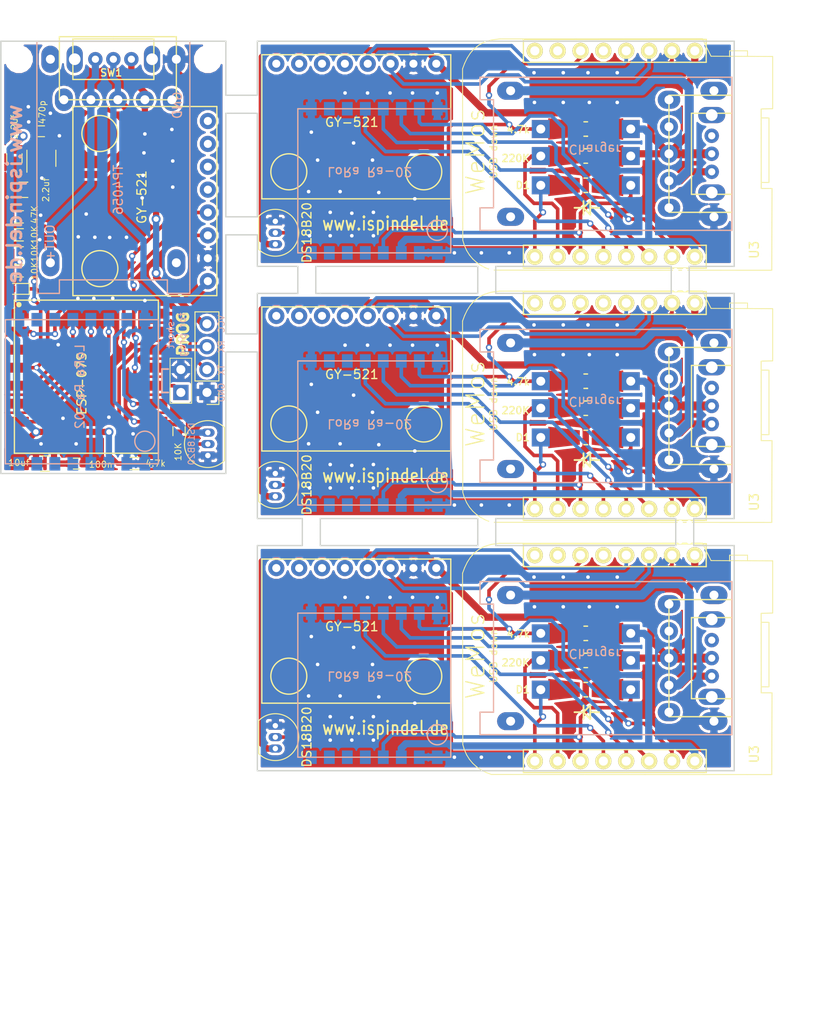
<source format=kicad_pcb>
(kicad_pcb (version 4) (host pcbnew 4.0.6)
  (layers (0 F.Cu signal) (31 B.Cu signal) (34 B.Paste user) (35 F.Paste user) (36 B.SilkS user) (37 F.SilkS user) (38 B.Mask user) (39 F.Mask user) (44 Edge.Cuts user))
  (net 0 "")
  (net 1 GND)
  (net 2 "Net-(C2-Pad1)")
  (net 3 +3V3)
  (net 4 /SDA)
  (net 5 /SCL)
  (net 6 VCC)
  (net 7 "Net-(R1-Pad2)")
  (net 8 /Temp)
  (net 9 /EN)
  (net 10 "Net-(D1-Pad2)")
  (net 11 /NSS)
  (net 12 /RES)
  (net 13 /MOSI)
  (net 14 /MISO)
  (net 15 /SCK)
  (net 16 "Net-(J2-Pad2)")
  (net 17 "Net-(J2-Pad3)")
  (net 18 /VCC_PROG)
  (net 19 "Net-(SW1-Pad3)")
  (net 20 "Net-(R1-Pad1)")
  (net 21 +5V)
  (net 22 "Net-(SW1-Pad1)")
  (net 23 "Net-(U1-Pad6)")
  (net 24 "Net-(U1-Pad5)")
  (net 25 "Net-(U1-Pad7)")
  (net 26 "Net-(U1-Pad8)")
  (net 27 "Net-(U2-Pad8)")
  (net 28 "Net-(U2-Pad7)")
  (net 29 "Net-(U2-Pad6)")
  (net 30 "Net-(U2-Pad5)")
  (net 31 "Net-(U2-Pad11)")
  (net 32 "Net-(U2-Pad10)")
  (net 33 "Net-(U3-Pad8)")
  (net 34 "Net-(U3-Pad7)")
  (net 35 "Net-(U4-Pad4)")
  (net 36 "Net-(U3-Pad5)")
  (net 37 "Net-(U4-Pad1)")
  (net 38 "Net-(SW2-Pad3)")
  (module Mounting_Holes:MountingHole_3.2mm_M3 (layer F.Cu) (at 107 88.5 90)
    (fp_text reference REF** hide)
    (fp_text value MountingHole_3.2mm_M3 hide)
    (pad "" np_thru_hole circle (at 0 0 90) (size 0.6 0.6) (drill 0.6) (layers *.Cu *.Mask))
  )
  (module Mounting_Holes:MountingHole_3.2mm_M3 (layer F.Cu) (at 108 88.5 90)
    (fp_text reference REF** hide)
    (fp_text value MountingHole_3.2mm_M3 hide)
    (pad "" np_thru_hole circle (at 0 0 90) (size 0.6 0.6) (drill 0.6) (layers *.Cu *.Mask))
  )
  (module Mounting_Holes:MountingHole_3.2mm_M3 (layer F.Cu) (at 108 86.5 90)
    (fp_text reference REF** hide)
    (fp_text value MountingHole_3.2mm_M3 hide)
    (pad "" np_thru_hole circle (at 0 0 90) (size 0.6 0.6) (drill 0.6) (layers *.Cu *.Mask))
  )
  (module Mounting_Holes:MountingHole_3.2mm_M3 (layer F.Cu) (at 107 86.5 90)
    (fp_text reference REF** hide)
    (fp_text value MountingHole_3.2mm_M3 hide)
    (pad "" np_thru_hole circle (at 0 0 90) (size 0.6 0.6) (drill 0.6) (layers *.Cu *.Mask))
  )
  (module Mounting_Holes:MountingHole_3.2mm_M3 (layer F.Cu) (at 86 88.5 90)
    (fp_text reference REF** hide)
    (fp_text value MountingHole_3.2mm_M3 hide)
    (pad "" np_thru_hole circle (at 0 0 90) (size 0.6 0.6) (drill 0.6) (layers *.Cu *.Mask))
  )
  (module Mounting_Holes:MountingHole_3.2mm_M3 (layer F.Cu) (at 85 88.5 90)
    (fp_text reference REF** hide)
    (fp_text value MountingHole_3.2mm_M3 hide)
    (pad "" np_thru_hole circle (at 0 0 90) (size 0.6 0.6) (drill 0.6) (layers *.Cu *.Mask))
  )
  (module Mounting_Holes:MountingHole_3.2mm_M3 (layer F.Cu) (at 86 86.5 90)
    (fp_text reference REF** hide)
    (fp_text value MountingHole_3.2mm_M3 hide)
    (pad "" np_thru_hole circle (at 0 0 90) (size 0.6 0.6) (drill 0.6) (layers *.Cu *.Mask))
  )
  (module Mounting_Holes:MountingHole_3.2mm_M3 (layer F.Cu) (at 85 86.5 90)
    (fp_text reference REF** hide)
    (fp_text value MountingHole_3.2mm_M3 hide)
    (pad "" np_thru_hole circle (at 0 0 90) (size 0.6 0.6) (drill 0.6) (layers *.Cu *.Mask))
  )
  (module Mounting_Holes:MountingHole_3.2mm_M3 (layer F.Cu) (at 65.5 88.5 90)
    (fp_text reference REF** hide)
    (fp_text value MountingHole_3.2mm_M3 hide)
    (pad "" np_thru_hole circle (at 0 0 90) (size 0.6 0.6) (drill 0.6) (layers *.Cu *.Mask))
  )
  (module Mounting_Holes:MountingHole_3.2mm_M3 (layer F.Cu) (at 66.5 88.5 90)
    (fp_text reference REF** hide)
    (fp_text value MountingHole_3.2mm_M3 hide)
    (pad "" np_thru_hole circle (at 0 0 90) (size 0.6 0.6) (drill 0.6) (layers *.Cu *.Mask))
  )
  (module Mounting_Holes:MountingHole_3.2mm_M3 (layer F.Cu) (at 66.5 86.5 90)
    (fp_text reference REF** hide)
    (fp_text value MountingHole_3.2mm_M3 hide)
    (pad "" np_thru_hole circle (at 0 0 90) (size 0.6 0.6) (drill 0.6) (layers *.Cu *.Mask))
  )
  (module Mounting_Holes:MountingHole_3.2mm_M3 (layer F.Cu) (at 65.5 86.5 90)
    (fp_text reference REF** hide)
    (fp_text value MountingHole_3.2mm_M3 hide)
    (pad "" np_thru_hole circle (at 0 0 90) (size 0.6 0.6) (drill 0.6) (layers *.Cu *.Mask))
  )
  (module Mounting_Holes:MountingHole_3.2mm_M3 (layer F.Cu) (at 107.5 60.5 90)
    (fp_text reference REF** hide)
    (fp_text value MountingHole_3.2mm_M3 hide)
    (pad "" np_thru_hole circle (at 0 0 90) (size 0.6 0.6) (drill 0.6) (layers *.Cu *.Mask))
  )
  (module Mounting_Holes:MountingHole_3.2mm_M3 (layer F.Cu) (at 106.5 60.5 90)
    (fp_text reference REF** hide)
    (fp_text value MountingHole_3.2mm_M3 hide)
    (pad "" np_thru_hole circle (at 0 0 90) (size 0.6 0.6) (drill 0.6) (layers *.Cu *.Mask))
  )
  (module Mounting_Holes:MountingHole_3.2mm_M3 (layer F.Cu) (at 107.5 58.5 90)
    (fp_text reference REF** hide)
    (fp_text value MountingHole_3.2mm_M3 hide)
    (pad "" np_thru_hole circle (at 0 0 90) (size 0.6 0.6) (drill 0.6) (layers *.Cu *.Mask))
  )
  (module Mounting_Holes:MountingHole_3.2mm_M3 (layer F.Cu) (at 106.5 58.5 90)
    (fp_text reference REF** hide)
    (fp_text value MountingHole_3.2mm_M3 hide)
    (pad "" np_thru_hole circle (at 0 0 90) (size 0.6 0.6) (drill 0.6) (layers *.Cu *.Mask))
  )
  (module Mounting_Holes:MountingHole_3.2mm_M3 (layer F.Cu) (at 86 60.5 90)
    (fp_text reference REF** hide)
    (fp_text value MountingHole_3.2mm_M3 hide)
    (pad "" np_thru_hole circle (at 0 0 90) (size 0.6 0.6) (drill 0.6) (layers *.Cu *.Mask))
  )
  (module Mounting_Holes:MountingHole_3.2mm_M3 (layer F.Cu) (at 85 60.5 90)
    (fp_text reference REF** hide)
    (fp_text value MountingHole_3.2mm_M3 hide)
    (pad "" np_thru_hole circle (at 0 0 90) (size 0.6 0.6) (drill 0.6) (layers *.Cu *.Mask))
  )
  (module Mounting_Holes:MountingHole_3.2mm_M3 (layer F.Cu) (at 86 58.5 90)
    (fp_text reference REF** hide)
    (fp_text value MountingHole_3.2mm_M3 hide)
    (pad "" np_thru_hole circle (at 0 0 90) (size 0.6 0.6) (drill 0.6) (layers *.Cu *.Mask))
  )
  (module Mounting_Holes:MountingHole_3.2mm_M3 (layer F.Cu) (at 85 58.5 90)
    (fp_text reference REF** hide)
    (fp_text value MountingHole_3.2mm_M3 hide)
    (pad "" np_thru_hole circle (at 0 0 90) (size 0.6 0.6) (drill 0.6) (layers *.Cu *.Mask))
  )
  (module Mounting_Holes:MountingHole_3.2mm_M3 (layer F.Cu) (at 57 67 90)
    (fp_text reference REF** hide)
    (fp_text value MountingHole_3.2mm_M3 hide)
    (pad "" np_thru_hole circle (at 0 0 90) (size 0.6 0.6) (drill 0.6) (layers *.Cu *.Mask))
  )
  (module Mounting_Holes:MountingHole_3.2mm_M3 (layer F.Cu) (at 59.5 67 90)
    (fp_text reference REF** hide)
    (fp_text value MountingHole_3.2mm_M3 hide)
    (pad "" np_thru_hole circle (at 0 0 90) (size 0.6 0.6) (drill 0.6) (layers *.Cu *.Mask))
  )
  (module Mounting_Holes:MountingHole_3.2mm_M3 (layer F.Cu) (at 59.5 66 90)
    (fp_text reference REF** hide)
    (fp_text value MountingHole_3.2mm_M3 hide)
    (pad "" np_thru_hole circle (at 0 0 90) (size 0.6 0.6) (drill 0.6) (layers *.Cu *.Mask))
  )
  (module Mounting_Holes:MountingHole_3.2mm_M3 (layer F.Cu) (at 57 66 90)
    (fp_text reference REF** hide)
    (fp_text value MountingHole_3.2mm_M3 hide)
    (pad "" np_thru_hole circle (at 0 0 90) (size 0.6 0.6) (drill 0.6) (layers *.Cu *.Mask))
  )
  (module Mounting_Holes:MountingHole_3.2mm_M3 (layer F.Cu) (at 66 60.5 90)
    (fp_text reference REF** hide)
    (fp_text value MountingHole_3.2mm_M3 hide)
    (pad "" np_thru_hole circle (at 0 0 90) (size 0.6 0.6) (drill 0.6) (layers *.Cu *.Mask))
  )
  (module Mounting_Holes:MountingHole_3.2mm_M3 (layer F.Cu) (at 65 60.5 90)
    (fp_text reference REF** hide)
    (fp_text value MountingHole_3.2mm_M3 hide)
    (pad "" np_thru_hole circle (at 0 0 90) (size 0.6 0.6) (drill 0.6) (layers *.Cu *.Mask))
  )
  (module Mounting_Holes:MountingHole_3.2mm_M3 (layer F.Cu) (at 66 58.5 90)
    (fp_text reference REF** hide)
    (fp_text value MountingHole_3.2mm_M3 hide)
    (pad "" np_thru_hole circle (at 0 0 90) (size 0.6 0.6) (drill 0.6) (layers *.Cu *.Mask))
  )
  (module Mounting_Holes:MountingHole_3.2mm_M3 (layer F.Cu) (at 65 58.5 90)
    (fp_text reference REF** hide)
    (fp_text value MountingHole_3.2mm_M3 hide)
    (pad "" np_thru_hole circle (at 0 0 90) (size 0.6 0.6) (drill 0.6) (layers *.Cu *.Mask))
  )
  (module Mounting_Holes:MountingHole_3.2mm_M3 (layer F.Cu) (at 57 53 90)
    (fp_text reference REF** hide)
    (fp_text value MountingHole_3.2mm_M3 hide)
    (pad "" np_thru_hole circle (at 0 0 90) (size 0.6 0.6) (drill 0.6) (layers *.Cu *.Mask))
  )
  (module Mounting_Holes:MountingHole_3.2mm_M3 (layer F.Cu) (at 57 54 90)
    (fp_text reference REF** hide)
    (fp_text value MountingHole_3.2mm_M3 hide)
    (pad "" np_thru_hole circle (at 0 0 90) (size 0.6 0.6) (drill 0.6) (layers *.Cu *.Mask))
  )
  (module Mounting_Holes:MountingHole_3.2mm_M3 (layer F.Cu) (at 59.5 54 90)
    (fp_text reference REF** hide)
    (fp_text value MountingHole_3.2mm_M3 hide)
    (pad "" np_thru_hole circle (at 0 0 90) (size 0.6 0.6) (drill 0.6) (layers *.Cu *.Mask))
  )
  (module Mounting_Holes:MountingHole_3.2mm_M3 (layer F.Cu) (at 59.5 53 90)
    (fp_text reference REF** hide)
    (fp_text value MountingHole_3.2mm_M3 hide)
    (pad "" np_thru_hole circle (at 0 0 90) (size 0.6 0.6) (drill 0.6) (layers *.Cu *.Mask))
  )
  (module Mounting_Holes:MountingHole_3.2mm_M3 (layer F.Cu) (at 59.5 40.5 90)
    (fp_text reference REF** hide)
    (fp_text value MountingHole_3.2mm_M3 hide)
    (pad "" np_thru_hole circle (at 0 0 90) (size 0.6 0.6) (drill 0.6) (layers *.Cu *.Mask))
  )
  (module Mounting_Holes:MountingHole_3.2mm_M3 (layer F.Cu) (at 59.5 39.5 90)
    (fp_text reference REF** hide)
    (fp_text value MountingHole_3.2mm_M3 hide)
    (pad "" np_thru_hole circle (at 0 0 90) (size 0.6 0.6) (drill 0.6) (layers *.Cu *.Mask))
  )
  (module Mounting_Holes:MountingHole_3.2mm_M3 (layer F.Cu) (at 57 40.5 90)
    (fp_text reference REF** hide)
    (fp_text value MountingHole_3.2mm_M3 hide)
    (pad "" np_thru_hole circle (at 0 0 90) (size 0.6 0.6) (drill 0.6) (layers *.Cu *.Mask))
  )
  (module Mounting_Holes:MountingHole_3.2mm_M3 (layer F.Cu) (at 57 39.5 90)
    (fp_text reference REF** hide)
    (fp_text value MountingHole_3.2mm_M3 hide)
    (pad "" np_thru_hole circle (at 0 0 90) (size 0.6 0.6) (drill 0.6) (layers *.Cu *.Mask))
  )
  (module Wire_Pads:SolderWirePad_single_SMD_5x10mm (layer F.Cu) (at 78.5 47.5)
    (fp_text reference REF** hide)
    (fp_text value SolderWirePad_single_SMD_5x10mm hide)
    (pad 1 smd circle (at 0 0) (size 4 4) (layers F.Cu F.Paste F.Mask) (clearance 0.5))
  )
  (module Wire_Pads:SolderWirePad_single_SMD_5x10mm (layer F.Cu) (at 63.5 47.5)
    (fp_text reference REF** hide)
    (fp_text value SolderWirePad_single_SMD_5x10mm hide)
    (pad 1 smd circle (at 0 0) (size 4 4) (layers F.Cu F.Paste F.Mask) (clearance 0.5))
  )
  (module KiCadCustomLibs:TP4056-shield-6PIN (layer B.Cu) (at 99.25 45.5 180)
    (fp_text reference U4 hide)
    (fp_text value TP4056-shield-6PIN hide)
    (pad 3 thru_hole oval (at 11.1 7 180) (size 3 2) (drill 1) (layers *.Cu *.Mask) (net 22 "Net-(SW1-Pad1)"))
    (pad 4 thru_hole oval (at 11.1 -7 180) (size 3 2) (drill 1) (layers *.Cu *.Mask) (net 35 "Net-(U4-Pad4)"))
    (pad 2 thru_hole oval (at -11.5 -7 180) (size 3 2) (drill 1) (layers *.Cu B.Mask) (net 1 GND))
    (pad 1 thru_hole oval (at -11.5 7 180) (size 3 2) (drill 1) (layers *.Cu B.Mask) (net 37 "Net-(U4-Pad1)"))
  )
  (module SS-12F23 (layer F.Cu) (at 105.75 45.5 270)
    (fp_text reference SW2 hide)
    (fp_text value SW_SPDT hide)
    (pad 1 thru_hole circle (at 3 0 270) (size 2 2) (drill 1) (layers *.Cu *.Mask) (net 22 "Net-(SW1-Pad1)"))
    (pad "" thru_hole oval (at 6 0 270) (size 2 2.5) (drill 1) (layers *.Cu *.Mask))
    (pad "" thru_hole oval (at -6 0 270) (size 2 2.5) (drill 1) (layers *.Cu *.Mask))
    (pad 3 thru_hole circle (at -3 0 270) (size 2 2) (drill 1) (layers *.Cu *.Mask) (net 38 "Net-(SW2-Pad3)"))
    (pad 2 thru_hole circle (at 0 0 270) (size 2 2) (drill 1) (layers *.Cu *.Mask) (net 21 +5V))
  )
  (module wemos_D1_mini_board (layer F.Cu) (at 101 45.5 90)
    (fp_text reference U3 (at -10.668 14.224 90) (layer F.SilkS))
    (fp_text value WeMos_mini hide)
    (fp_text user "USB down" (at 0.25 -14.75 90) (layer F.SilkS) (effects (font (size 0.8 0.8) (thickness 0.12))))
    (fp_text user WeMos (at 0.25 -16.75 90) (layer F.SilkS) (effects (font (size 2 2))))
    (pad 9 thru_hole circle (at -11.43 -10.16 90) (size 1.8 1.8) (drill 1.016) (layers *.Cu *.Mask F.SilkS) (net 10 "Net-(D1-Pad2)"))
    (pad 10 thru_hole circle (at -11.43 -7.62 90) (size 1.8 1.8) (drill 1.016) (layers *.Cu *.Mask F.SilkS) (net 20 "Net-(R1-Pad1)"))
    (pad 11 thru_hole circle (at -11.43 -5.08 90) (size 1.8 1.8) (drill 1.016) (layers *.Cu *.Mask F.SilkS) (net 12 /RES))
    (pad 12 thru_hole circle (at -11.43 -2.54 90) (size 1.8 1.8) (drill 1.016) (layers *.Cu *.Mask F.SilkS) (net 15 /SCK))
    (pad 13 thru_hole circle (at -11.43 0 90) (size 1.8 1.8) (drill 1.016) (layers *.Cu *.Mask F.SilkS) (net 14 /MISO))
    (pad 14 thru_hole circle (at -11.43 2.54 90) (size 1.8 1.8) (drill 1.016) (layers *.Cu *.Mask F.SilkS) (net 13 /MOSI))
    (pad 15 thru_hole circle (at -11.43 5.08 90) (size 1.8 1.8) (drill 1.016) (layers *.Cu *.Mask F.SilkS) (net 11 /NSS))
    (pad 16 thru_hole circle (at -11.43 7.62 90) (size 1.8 1.8) (drill 1.016) (layers *.Cu *.Mask F.SilkS) (net 3 +3V3))
    (pad 1 thru_hole circle (at 11.43 7.62 90) (size 1.8 1.8) (drill 1.016) (layers *.Cu *.Mask F.SilkS) (net 21 +5V))
    (pad 2 thru_hole circle (at 11.43 5.08 90) (size 1.8 1.8) (drill 1.016) (layers *.Cu *.Mask F.SilkS) (net 1 GND))
    (pad 3 thru_hole circle (at 11.43 2.54 90) (size 1.8 1.8) (drill 1.016) (layers *.Cu *.Mask F.SilkS) (net 5 /SCL))
    (pad 4 thru_hole circle (at 11.43 0 90) (size 1.8 1.8) (drill 1.016) (layers *.Cu *.Mask F.SilkS) (net 4 /SDA))
    (pad 5 thru_hole circle (at 11.43 -2.54 90) (size 1.8 1.8) (drill 1.016) (layers *.Cu *.Mask F.SilkS) (net 36 "Net-(U3-Pad5)"))
    (pad 6 thru_hole circle (at 11.43 -5.08 90) (size 1.8 1.8) (drill 1.016) (layers *.Cu *.Mask F.SilkS) (net 8 /Temp))
    (pad 7 thru_hole circle (at 11.43 -7.62 90) (size 1.8 1.8) (drill 1.016) (layers *.Cu *.Mask F.SilkS) (net 34 "Net-(U3-Pad7)"))
    (pad 8 thru_hole circle (at 11.43 -10.16 90) (size 1.8 1.8) (drill 1.016) (layers *.Cu *.Mask F.SilkS) (net 33 "Net-(U3-Pad8)"))
  )
  (module LoRa_Ra-02 (layer B.Cu) (at 73 48.5 90)
    (fp_text reference U2 hide)
    (fp_text value LoRa_Ra-02)
    (pad 8 smd rect (at -8 -7 90) (size 1.5 1.2) (layers B.Cu B.Paste B.Mask) (net 27 "Net-(U2-Pad8)"))
    (pad 7 smd rect (at -8 -5 90) (size 1.5 1.2) (layers B.Cu B.Paste B.Mask) (net 28 "Net-(U2-Pad7)"))
    (pad 6 smd rect (at -8 -3 90) (size 1.5 1.2) (layers B.Cu B.Paste B.Mask) (net 29 "Net-(U2-Pad6)"))
    (pad 5 smd rect (at -8 -1 90) (size 1.5 1.2) (layers B.Cu B.Paste B.Mask) (net 30 "Net-(U2-Pad5)"))
    (pad 4 smd rect (at -8 1 90) (size 1.5 1.2) (layers B.Cu B.Paste B.Mask) (net 12 /RES))
    (pad 3 smd rect (at -8 3 90) (size 1.5 1.2) (layers B.Cu B.Paste B.Mask) (net 3 +3V3))
    (pad 2 smd rect (at -8 5 90) (size 1.5 1.2) (layers B.Cu B.Paste B.Mask) (net 1 GND))
    (pad 1 smd rect (at -8 7 90) (size 1.5 1.2) (layers B.Cu B.Paste B.Mask) (net 1 GND))
    (pad 16 smd rect (at 8 7 90) (size 1.5 1.2) (layers B.Cu B.Paste B.Mask) (net 1 GND))
    (pad 15 smd rect (at 8 5 90) (size 1.5 1.2) (layers B.Cu B.Paste B.Mask) (net 11 /NSS))
    (pad 14 smd rect (at 8 3 90) (size 1.5 1.2) (layers B.Cu B.Paste B.Mask) (net 13 /MOSI))
    (pad 13 smd rect (at 8 1 90) (size 1.5 1.2) (layers B.Cu B.Paste B.Mask) (net 14 /MISO))
    (pad 12 smd rect (at 8 -1 90) (size 1.5 1.2) (layers B.Cu B.Paste B.Mask) (net 15 /SCK))
    (pad 11 smd rect (at 8 -3 90) (size 1.5 1.2) (layers B.Cu B.Paste B.Mask) (net 31 "Net-(U2-Pad11)"))
    (pad 10 smd rect (at 8 -5 90) (size 1.5 1.2) (layers B.Cu B.Paste B.Mask) (net 32 "Net-(U2-Pad10)"))
    (pad 9 smd rect (at 8 -7 90) (size 1.5 1.2) (layers B.Cu B.Paste B.Mask) (net 1 GND))
  )
  (module GY-521 (layer F.Cu) (at 71 42.5 180)
    (fp_text reference U1 hide)
    (fp_text value GY-521 (at 0.5 0.5 180) (layer F.SilkS))
    (pad 6 thru_hole circle (at 1.27 7 180) (size 1.8 1.8) (drill 0.9) (layers *.Cu *.Mask) (net 23 "Net-(U1-Pad6)"))
    (pad 4 thru_hole circle (at -1.27 7 180) (size 1.8 1.8) (drill 0.9) (layers *.Cu *.Mask) (net 4 /SDA))
    (pad 5 thru_hole circle (at 3.81 7 180) (size 1.8 1.8) (drill 0.9) (layers *.Cu *.Mask) (net 24 "Net-(U1-Pad5)"))
    (pad 3 thru_hole circle (at -3.81 7 180) (size 1.8 1.8) (drill 0.9) (layers *.Cu *.Mask) (net 5 /SCL))
    (pad 7 thru_hole circle (at 6.35 7 180) (size 1.8 1.8) (drill 0.9) (layers *.Cu *.Mask) (net 25 "Net-(U1-Pad7)"))
    (pad 2 thru_hole circle (at -6.35 7 180) (size 1.8 1.8) (drill 0.9) (layers *.Cu *.Mask) (net 1 GND))
    (pad 8 thru_hole circle (at 8.89 7 180) (size 1.8 1.8) (drill 0.9) (layers *.Cu *.Mask) (net 26 "Net-(U1-Pad8)"))
    (pad 1 thru_hole circle (at -8.89 7 180) (size 1.8 1.8) (drill 0.9) (layers *.Cu *.Mask) (net 21 +5V))
  )
  (module TO_SOT_Packages_THT:TO-92_Inline_Narrow_Oval (layer F.Cu) (at 62 53 270)
    (fp_text reference U5 hide)
    (fp_text value DS18B20 hide)
    (pad 2 thru_hole oval (at 1.27 0 90) (size 0.9 1.5) (drill 0.6) (layers *.Cu *.Mask) (net 8 /Temp))
    (pad 3 thru_hole oval (at 2.54 0 90) (size 0.9 1.5) (drill 0.6) (layers *.Cu *.Mask) (net 21 +5V))
    (pad 1 thru_hole rect (at 0 0 90) (size 0.9 1.5) (drill 0.6) (layers *.Cu *.Mask) (net 1 GND))
  )
  (module KiCadCustomLibs:SK12D07VG3 (layer F.Cu) (at 110.5 45.5 90)
    (fp_text reference SW1 hide)
    (fp_text value SW_SPDT hide)
    (pad "" thru_hole oval (at -4.3 0 90) (size 1.8 3) (drill 1.3) (layers *.Cu *.Mask))
    (pad "" thru_hole oval (at 4.3 0 90) (size 1.8 3) (drill 1.3) (layers *.Cu *.Mask))
    (pad 1 thru_hole circle (at -2 0 90) (size 1.6 1.6) (drill 0.8) (layers *.Cu *.Mask) (net 22 "Net-(SW1-Pad1)"))
    (pad 3 thru_hole circle (at 2 0 90) (size 1.6 1.6) (drill 0.8) (layers *.Cu *.Mask) (net 19 "Net-(SW1-Pad3)"))
    (pad 2 thru_hole circle (at 0 0 90) (size 1.6 1.6) (drill 0.8) (layers *.Cu *.Mask) (net 21 +5V))
  )
  (module Resistors_Universal:Resistor_SMD+THTuniversal_0805to1206_RM10_HandSoldering (layer F.Cu) (at 96.5 45.75)
    (fp_text reference R1 hide)
    (fp_text value 220K (at -7.8 0.25) (layer F.SilkS) (effects (font (size 0.8 0.8))))
    (pad 1 smd trapezoid (at -2.413 0) (size 3.50012 1.99898) (rect_delta 0.39878 0) (layers F.Cu F.Paste F.Mask) (net 20 "Net-(R1-Pad1)"))
    (pad 2 smd trapezoid (at 2.413 0 180) (size 3.50012 1.99898) (rect_delta 0.39878 0) (layers F.Cu F.Paste F.Mask) (net 21 +5V))
    (pad 1 thru_hole rect (at -5.00126 0 180) (size 1.99898 1.99898) (drill 1.00076) (layers *.Cu *.Mask) (net 20 "Net-(R1-Pad1)"))
    (pad 2 thru_hole rect (at 5.00126 0 180) (size 1.99898 1.99898) (drill 1.00076) (layers *.Cu *.Mask) (net 21 +5V))
  )
  (module Resistors_Universal:Resistor_SMD+THTuniversal_0805to1206_RM10_HandSoldering (layer F.Cu) (at 96.5 42.75 180)
    (fp_text reference R2 hide)
    (fp_text value 4.7k (at 7.5 -0.05 180) (layer F.SilkS) (effects (font (size 0.8 0.8))))
    (pad 1 smd trapezoid (at -2.413 0 180) (size 3.50012 1.99898) (rect_delta 0.39878 0) (layers F.Cu F.Paste F.Mask) (net 3 +3V3))
    (pad 2 smd trapezoid (at 2.413 0) (size 3.50012 1.99898) (rect_delta 0.39878 0) (layers F.Cu F.Paste F.Mask) (net 8 /Temp))
    (pad 1 thru_hole rect (at -5.00126 0) (size 1.99898 1.99898) (drill 1.00076) (layers *.Cu *.Mask) (net 3 +3V3))
    (pad 2 thru_hole rect (at 5.00126 0) (size 1.99898 1.99898) (drill 1.00076) (layers *.Cu *.Mask) (net 8 /Temp))
  )
  (module Resistors_Universal:Resistor_SMD+THTuniversal_0805to1206_RM10_HandSoldering (layer F.Cu) (at 96.5 49 180)
    (fp_text reference D1 (at 7 0 180) (layer F.SilkS) (effects (font (size 0.8 0.8))))
    (fp_text value Schottky hide)
    (pad 1 smd trapezoid (at -2.413 0 180) (size 3.50012 1.99898) (rect_delta 0.39878 0) (layers F.Cu F.Paste F.Mask) (net 12 /RES))
    (pad 2 smd trapezoid (at 2.413 0) (size 3.50012 1.99898) (rect_delta 0.39878 0) (layers F.Cu F.Paste F.Mask) (net 10 "Net-(D1-Pad2)"))
    (pad 1 thru_hole rect (at -5.00126 0) (size 1.99898 1.99898) (drill 1.00076) (layers *.Cu *.Mask) (net 12 /RES))
    (pad 2 thru_hole rect (at 5.00126 0) (size 1.99898 1.99898) (drill 1.00076) (layers *.Cu *.Mask) (net 10 "Net-(D1-Pad2)"))
  )
  (module Wire_Pads:SolderWirePad_single_SMD_5x10mm (layer F.Cu) (at 78.5 75.5)
    (fp_text reference REF** hide)
    (fp_text value SolderWirePad_single_SMD_5x10mm hide)
    (pad 1 smd circle (at 0 0) (size 4 4) (layers F.Cu F.Paste F.Mask) (clearance 0.5))
  )
  (module Wire_Pads:SolderWirePad_single_SMD_5x10mm (layer F.Cu) (at 63.5 75.5)
    (fp_text reference REF** hide)
    (fp_text value SolderWirePad_single_SMD_5x10mm hide)
    (pad 1 smd circle (at 0 0) (size 4 4) (layers F.Cu F.Paste F.Mask) (clearance 0.5))
  )
  (module KiCadCustomLibs:TP4056-shield-6PIN (layer B.Cu) (at 99.25 73.5 180)
    (fp_text reference U4 hide)
    (fp_text value TP4056-shield-6PIN hide)
    (pad 3 thru_hole oval (at 11.1 7 180) (size 3 2) (drill 1) (layers *.Cu *.Mask) (net 22 "Net-(SW1-Pad1)"))
    (pad 4 thru_hole oval (at 11.1 -7 180) (size 3 2) (drill 1) (layers *.Cu *.Mask) (net 35 "Net-(U4-Pad4)"))
    (pad 2 thru_hole oval (at -11.5 -7 180) (size 3 2) (drill 1) (layers *.Cu B.Mask) (net 1 GND))
    (pad 1 thru_hole oval (at -11.5 7 180) (size 3 2) (drill 1) (layers *.Cu B.Mask) (net 37 "Net-(U4-Pad1)"))
  )
  (module SS-12F23 (layer F.Cu) (at 105.75 73.5 270)
    (fp_text reference SW2 hide)
    (fp_text value SW_SPDT hide)
    (pad 1 thru_hole circle (at 3 0 270) (size 2 2) (drill 1) (layers *.Cu *.Mask) (net 22 "Net-(SW1-Pad1)"))
    (pad "" thru_hole oval (at 6 0 270) (size 2 2.5) (drill 1) (layers *.Cu *.Mask))
    (pad "" thru_hole oval (at -6 0 270) (size 2 2.5) (drill 1) (layers *.Cu *.Mask))
    (pad 3 thru_hole circle (at -3 0 270) (size 2 2) (drill 1) (layers *.Cu *.Mask) (net 38 "Net-(SW2-Pad3)"))
    (pad 2 thru_hole circle (at 0 0 270) (size 2 2) (drill 1) (layers *.Cu *.Mask) (net 21 +5V))
  )
  (module wemos_D1_mini_board (layer F.Cu) (at 101 73.5 90)
    (fp_text reference U3 (at -10.668 14.224 90) (layer F.SilkS))
    (fp_text value WeMos_mini hide)
    (fp_text user "USB down" (at 0.25 -14.75 90) (layer F.SilkS) (effects (font (size 0.8 0.8) (thickness 0.12))))
    (fp_text user WeMos (at 0.25 -16.75 90) (layer F.SilkS) (effects (font (size 2 2))))
    (pad 9 thru_hole circle (at -11.43 -10.16 90) (size 1.8 1.8) (drill 1.016) (layers *.Cu *.Mask F.SilkS) (net 10 "Net-(D1-Pad2)"))
    (pad 10 thru_hole circle (at -11.43 -7.62 90) (size 1.8 1.8) (drill 1.016) (layers *.Cu *.Mask F.SilkS) (net 20 "Net-(R1-Pad1)"))
    (pad 11 thru_hole circle (at -11.43 -5.08 90) (size 1.8 1.8) (drill 1.016) (layers *.Cu *.Mask F.SilkS) (net 12 /RES))
    (pad 12 thru_hole circle (at -11.43 -2.54 90) (size 1.8 1.8) (drill 1.016) (layers *.Cu *.Mask F.SilkS) (net 15 /SCK))
    (pad 13 thru_hole circle (at -11.43 0 90) (size 1.8 1.8) (drill 1.016) (layers *.Cu *.Mask F.SilkS) (net 14 /MISO))
    (pad 14 thru_hole circle (at -11.43 2.54 90) (size 1.8 1.8) (drill 1.016) (layers *.Cu *.Mask F.SilkS) (net 13 /MOSI))
    (pad 15 thru_hole circle (at -11.43 5.08 90) (size 1.8 1.8) (drill 1.016) (layers *.Cu *.Mask F.SilkS) (net 11 /NSS))
    (pad 16 thru_hole circle (at -11.43 7.62 90) (size 1.8 1.8) (drill 1.016) (layers *.Cu *.Mask F.SilkS) (net 3 +3V3))
    (pad 1 thru_hole circle (at 11.43 7.62 90) (size 1.8 1.8) (drill 1.016) (layers *.Cu *.Mask F.SilkS) (net 21 +5V))
    (pad 2 thru_hole circle (at 11.43 5.08 90) (size 1.8 1.8) (drill 1.016) (layers *.Cu *.Mask F.SilkS) (net 1 GND))
    (pad 3 thru_hole circle (at 11.43 2.54 90) (size 1.8 1.8) (drill 1.016) (layers *.Cu *.Mask F.SilkS) (net 5 /SCL))
    (pad 4 thru_hole circle (at 11.43 0 90) (size 1.8 1.8) (drill 1.016) (layers *.Cu *.Mask F.SilkS) (net 4 /SDA))
    (pad 5 thru_hole circle (at 11.43 -2.54 90) (size 1.8 1.8) (drill 1.016) (layers *.Cu *.Mask F.SilkS) (net 36 "Net-(U3-Pad5)"))
    (pad 6 thru_hole circle (at 11.43 -5.08 90) (size 1.8 1.8) (drill 1.016) (layers *.Cu *.Mask F.SilkS) (net 8 /Temp))
    (pad 7 thru_hole circle (at 11.43 -7.62 90) (size 1.8 1.8) (drill 1.016) (layers *.Cu *.Mask F.SilkS) (net 34 "Net-(U3-Pad7)"))
    (pad 8 thru_hole circle (at 11.43 -10.16 90) (size 1.8 1.8) (drill 1.016) (layers *.Cu *.Mask F.SilkS) (net 33 "Net-(U3-Pad8)"))
  )
  (module LoRa_Ra-02 (layer B.Cu) (at 73 76.5 90)
    (fp_text reference U2 hide)
    (fp_text value LoRa_Ra-02)
    (pad 8 smd rect (at -8 -7 90) (size 1.5 1.2) (layers B.Cu B.Paste B.Mask) (net 27 "Net-(U2-Pad8)"))
    (pad 7 smd rect (at -8 -5 90) (size 1.5 1.2) (layers B.Cu B.Paste B.Mask) (net 28 "Net-(U2-Pad7)"))
    (pad 6 smd rect (at -8 -3 90) (size 1.5 1.2) (layers B.Cu B.Paste B.Mask) (net 29 "Net-(U2-Pad6)"))
    (pad 5 smd rect (at -8 -1 90) (size 1.5 1.2) (layers B.Cu B.Paste B.Mask) (net 30 "Net-(U2-Pad5)"))
    (pad 4 smd rect (at -8 1 90) (size 1.5 1.2) (layers B.Cu B.Paste B.Mask) (net 12 /RES))
    (pad 3 smd rect (at -8 3 90) (size 1.5 1.2) (layers B.Cu B.Paste B.Mask) (net 3 +3V3))
    (pad 2 smd rect (at -8 5 90) (size 1.5 1.2) (layers B.Cu B.Paste B.Mask) (net 1 GND))
    (pad 1 smd rect (at -8 7 90) (size 1.5 1.2) (layers B.Cu B.Paste B.Mask) (net 1 GND))
    (pad 16 smd rect (at 8 7 90) (size 1.5 1.2) (layers B.Cu B.Paste B.Mask) (net 1 GND))
    (pad 15 smd rect (at 8 5 90) (size 1.5 1.2) (layers B.Cu B.Paste B.Mask) (net 11 /NSS))
    (pad 14 smd rect (at 8 3 90) (size 1.5 1.2) (layers B.Cu B.Paste B.Mask) (net 13 /MOSI))
    (pad 13 smd rect (at 8 1 90) (size 1.5 1.2) (layers B.Cu B.Paste B.Mask) (net 14 /MISO))
    (pad 12 smd rect (at 8 -1 90) (size 1.5 1.2) (layers B.Cu B.Paste B.Mask) (net 15 /SCK))
    (pad 11 smd rect (at 8 -3 90) (size 1.5 1.2) (layers B.Cu B.Paste B.Mask) (net 31 "Net-(U2-Pad11)"))
    (pad 10 smd rect (at 8 -5 90) (size 1.5 1.2) (layers B.Cu B.Paste B.Mask) (net 32 "Net-(U2-Pad10)"))
    (pad 9 smd rect (at 8 -7 90) (size 1.5 1.2) (layers B.Cu B.Paste B.Mask) (net 1 GND))
  )
  (module GY-521 (layer F.Cu) (at 71 70.5 180)
    (fp_text reference U1 hide)
    (fp_text value GY-521 (at 0.5 0.5 180) (layer F.SilkS))
    (pad 6 thru_hole circle (at 1.27 7 180) (size 1.8 1.8) (drill 0.9) (layers *.Cu *.Mask) (net 23 "Net-(U1-Pad6)"))
    (pad 4 thru_hole circle (at -1.27 7 180) (size 1.8 1.8) (drill 0.9) (layers *.Cu *.Mask) (net 4 /SDA))
    (pad 5 thru_hole circle (at 3.81 7 180) (size 1.8 1.8) (drill 0.9) (layers *.Cu *.Mask) (net 24 "Net-(U1-Pad5)"))
    (pad 3 thru_hole circle (at -3.81 7 180) (size 1.8 1.8) (drill 0.9) (layers *.Cu *.Mask) (net 5 /SCL))
    (pad 7 thru_hole circle (at 6.35 7 180) (size 1.8 1.8) (drill 0.9) (layers *.Cu *.Mask) (net 25 "Net-(U1-Pad7)"))
    (pad 2 thru_hole circle (at -6.35 7 180) (size 1.8 1.8) (drill 0.9) (layers *.Cu *.Mask) (net 1 GND))
    (pad 8 thru_hole circle (at 8.89 7 180) (size 1.8 1.8) (drill 0.9) (layers *.Cu *.Mask) (net 26 "Net-(U1-Pad8)"))
    (pad 1 thru_hole circle (at -8.89 7 180) (size 1.8 1.8) (drill 0.9) (layers *.Cu *.Mask) (net 21 +5V))
  )
  (module TO_SOT_Packages_THT:TO-92_Inline_Narrow_Oval (layer F.Cu) (at 62 81 270)
    (fp_text reference U5 hide)
    (fp_text value DS18B20 hide)
    (pad 2 thru_hole oval (at 1.27 0 90) (size 0.9 1.5) (drill 0.6) (layers *.Cu *.Mask) (net 8 /Temp))
    (pad 3 thru_hole oval (at 2.54 0 90) (size 0.9 1.5) (drill 0.6) (layers *.Cu *.Mask) (net 21 +5V))
    (pad 1 thru_hole rect (at 0 0 90) (size 0.9 1.5) (drill 0.6) (layers *.Cu *.Mask) (net 1 GND))
  )
  (module KiCadCustomLibs:SK12D07VG3 (layer F.Cu) (at 110.5 73.5 90)
    (fp_text reference SW1 hide)
    (fp_text value SW_SPDT hide)
    (pad "" thru_hole oval (at -4.3 0 90) (size 1.8 3) (drill 1.3) (layers *.Cu *.Mask))
    (pad "" thru_hole oval (at 4.3 0 90) (size 1.8 3) (drill 1.3) (layers *.Cu *.Mask))
    (pad 1 thru_hole circle (at -2 0 90) (size 1.6 1.6) (drill 0.8) (layers *.Cu *.Mask) (net 22 "Net-(SW1-Pad1)"))
    (pad 3 thru_hole circle (at 2 0 90) (size 1.6 1.6) (drill 0.8) (layers *.Cu *.Mask) (net 19 "Net-(SW1-Pad3)"))
    (pad 2 thru_hole circle (at 0 0 90) (size 1.6 1.6) (drill 0.8) (layers *.Cu *.Mask) (net 21 +5V))
  )
  (module Resistors_Universal:Resistor_SMD+THTuniversal_0805to1206_RM10_HandSoldering (layer F.Cu) (at 96.5 73.75)
    (fp_text reference R1 hide)
    (fp_text value 220K (at -7.8 0.25) (layer F.SilkS) (effects (font (size 0.8 0.8))))
    (pad 1 smd trapezoid (at -2.413 0) (size 3.50012 1.99898) (rect_delta 0.39878 0) (layers F.Cu F.Paste F.Mask) (net 20 "Net-(R1-Pad1)"))
    (pad 2 smd trapezoid (at 2.413 0 180) (size 3.50012 1.99898) (rect_delta 0.39878 0) (layers F.Cu F.Paste F.Mask) (net 21 +5V))
    (pad 1 thru_hole rect (at -5.00126 0 180) (size 1.99898 1.99898) (drill 1.00076) (layers *.Cu *.Mask) (net 20 "Net-(R1-Pad1)"))
    (pad 2 thru_hole rect (at 5.00126 0 180) (size 1.99898 1.99898) (drill 1.00076) (layers *.Cu *.Mask) (net 21 +5V))
  )
  (module Resistors_Universal:Resistor_SMD+THTuniversal_0805to1206_RM10_HandSoldering (layer F.Cu) (at 96.5 70.75 180)
    (fp_text reference R2 hide)
    (fp_text value 4.7k (at 7.5 -0.05 180) (layer F.SilkS) (effects (font (size 0.8 0.8))))
    (pad 1 smd trapezoid (at -2.413 0 180) (size 3.50012 1.99898) (rect_delta 0.39878 0) (layers F.Cu F.Paste F.Mask) (net 3 +3V3))
    (pad 2 smd trapezoid (at 2.413 0) (size 3.50012 1.99898) (rect_delta 0.39878 0) (layers F.Cu F.Paste F.Mask) (net 8 /Temp))
    (pad 1 thru_hole rect (at -5.00126 0) (size 1.99898 1.99898) (drill 1.00076) (layers *.Cu *.Mask) (net 3 +3V3))
    (pad 2 thru_hole rect (at 5.00126 0) (size 1.99898 1.99898) (drill 1.00076) (layers *.Cu *.Mask) (net 8 /Temp))
  )
  (module Resistors_Universal:Resistor_SMD+THTuniversal_0805to1206_RM10_HandSoldering (layer F.Cu) (at 96.5 77 180)
    (fp_text reference D1 (at 7 0 180) (layer F.SilkS) (effects (font (size 0.8 0.8))))
    (fp_text value Schottky hide)
    (pad 1 smd trapezoid (at -2.413 0 180) (size 3.50012 1.99898) (rect_delta 0.39878 0) (layers F.Cu F.Paste F.Mask) (net 12 /RES))
    (pad 2 smd trapezoid (at 2.413 0) (size 3.50012 1.99898) (rect_delta 0.39878 0) (layers F.Cu F.Paste F.Mask) (net 10 "Net-(D1-Pad2)"))
    (pad 1 thru_hole rect (at -5.00126 0) (size 1.99898 1.99898) (drill 1.00076) (layers *.Cu *.Mask) (net 12 /RES))
    (pad 2 thru_hole rect (at 5.00126 0) (size 1.99898 1.99898) (drill 1.00076) (layers *.Cu *.Mask) (net 10 "Net-(D1-Pad2)"))
  )
  (module Wire_Pads:SolderWirePad_single_SMD_5x10mm (layer F.Cu) (at 78.5 103.5)
    (fp_text reference REF** hide)
    (fp_text value SolderWirePad_single_SMD_5x10mm hide)
    (pad 1 smd circle (at 0 0) (size 4 4) (layers F.Cu F.Paste F.Mask) (clearance 0.5))
  )
  (module Wire_Pads:SolderWirePad_single_SMD_5x10mm (layer F.Cu) (at 63.5 103.5)
    (fp_text reference REF** hide)
    (fp_text value SolderWirePad_single_SMD_5x10mm hide)
    (pad 1 smd circle (at 0 0) (size 4 4) (layers F.Cu F.Paste F.Mask) (clearance 0.5))
  )
  (module KiCadCustomLibs:TP4056-shield-6PIN (layer B.Cu) (at 99.25 101.5 180)
    (fp_text reference U4 hide)
    (fp_text value TP4056-shield-6PIN hide)
    (pad 3 thru_hole oval (at 11.1 7 180) (size 3 2) (drill 1) (layers *.Cu *.Mask) (net 22 "Net-(SW1-Pad1)"))
    (pad 4 thru_hole oval (at 11.1 -7 180) (size 3 2) (drill 1) (layers *.Cu *.Mask) (net 35 "Net-(U4-Pad4)"))
    (pad 2 thru_hole oval (at -11.5 -7 180) (size 3 2) (drill 1) (layers *.Cu B.Mask) (net 1 GND))
    (pad 1 thru_hole oval (at -11.5 7 180) (size 3 2) (drill 1) (layers *.Cu B.Mask) (net 37 "Net-(U4-Pad1)"))
  )
  (module SS-12F23 (layer F.Cu) (at 105.75 101.5 270)
    (fp_text reference SW2 hide)
    (fp_text value SW_SPDT hide)
    (pad 1 thru_hole circle (at 3 0 270) (size 2 2) (drill 1) (layers *.Cu *.Mask) (net 22 "Net-(SW1-Pad1)"))
    (pad "" thru_hole oval (at 6 0 270) (size 2 2.5) (drill 1) (layers *.Cu *.Mask))
    (pad "" thru_hole oval (at -6 0 270) (size 2 2.5) (drill 1) (layers *.Cu *.Mask))
    (pad 3 thru_hole circle (at -3 0 270) (size 2 2) (drill 1) (layers *.Cu *.Mask) (net 38 "Net-(SW2-Pad3)"))
    (pad 2 thru_hole circle (at 0 0 270) (size 2 2) (drill 1) (layers *.Cu *.Mask) (net 21 +5V))
  )
  (module wemos_D1_mini_board (layer F.Cu) (at 101 101.5 90)
    (fp_text reference U3 (at -10.668 14.224 90) (layer F.SilkS))
    (fp_text value WeMos_mini hide)
    (fp_text user "USB down" (at 0.25 -14.75 90) (layer F.SilkS) (effects (font (size 0.8 0.8) (thickness 0.12))))
    (fp_text user WeMos (at 0.25 -16.75 90) (layer F.SilkS) (effects (font (size 2 2))))
    (pad 9 thru_hole circle (at -11.43 -10.16 90) (size 1.8 1.8) (drill 1.016) (layers *.Cu *.Mask F.SilkS) (net 10 "Net-(D1-Pad2)"))
    (pad 10 thru_hole circle (at -11.43 -7.62 90) (size 1.8 1.8) (drill 1.016) (layers *.Cu *.Mask F.SilkS) (net 20 "Net-(R1-Pad1)"))
    (pad 11 thru_hole circle (at -11.43 -5.08 90) (size 1.8 1.8) (drill 1.016) (layers *.Cu *.Mask F.SilkS) (net 12 /RES))
    (pad 12 thru_hole circle (at -11.43 -2.54 90) (size 1.8 1.8) (drill 1.016) (layers *.Cu *.Mask F.SilkS) (net 15 /SCK))
    (pad 13 thru_hole circle (at -11.43 0 90) (size 1.8 1.8) (drill 1.016) (layers *.Cu *.Mask F.SilkS) (net 14 /MISO))
    (pad 14 thru_hole circle (at -11.43 2.54 90) (size 1.8 1.8) (drill 1.016) (layers *.Cu *.Mask F.SilkS) (net 13 /MOSI))
    (pad 15 thru_hole circle (at -11.43 5.08 90) (size 1.8 1.8) (drill 1.016) (layers *.Cu *.Mask F.SilkS) (net 11 /NSS))
    (pad 16 thru_hole circle (at -11.43 7.62 90) (size 1.8 1.8) (drill 1.016) (layers *.Cu *.Mask F.SilkS) (net 3 +3V3))
    (pad 1 thru_hole circle (at 11.43 7.62 90) (size 1.8 1.8) (drill 1.016) (layers *.Cu *.Mask F.SilkS) (net 21 +5V))
    (pad 2 thru_hole circle (at 11.43 5.08 90) (size 1.8 1.8) (drill 1.016) (layers *.Cu *.Mask F.SilkS) (net 1 GND))
    (pad 3 thru_hole circle (at 11.43 2.54 90) (size 1.8 1.8) (drill 1.016) (layers *.Cu *.Mask F.SilkS) (net 5 /SCL))
    (pad 4 thru_hole circle (at 11.43 0 90) (size 1.8 1.8) (drill 1.016) (layers *.Cu *.Mask F.SilkS) (net 4 /SDA))
    (pad 5 thru_hole circle (at 11.43 -2.54 90) (size 1.8 1.8) (drill 1.016) (layers *.Cu *.Mask F.SilkS) (net 36 "Net-(U3-Pad5)"))
    (pad 6 thru_hole circle (at 11.43 -5.08 90) (size 1.8 1.8) (drill 1.016) (layers *.Cu *.Mask F.SilkS) (net 8 /Temp))
    (pad 7 thru_hole circle (at 11.43 -7.62 90) (size 1.8 1.8) (drill 1.016) (layers *.Cu *.Mask F.SilkS) (net 34 "Net-(U3-Pad7)"))
    (pad 8 thru_hole circle (at 11.43 -10.16 90) (size 1.8 1.8) (drill 1.016) (layers *.Cu *.Mask F.SilkS) (net 33 "Net-(U3-Pad8)"))
  )
  (module LoRa_Ra-02 (layer B.Cu) (at 73 104.5 90)
    (fp_text reference U2 hide)
    (fp_text value LoRa_Ra-02)
    (pad 8 smd rect (at -8 -7 90) (size 1.5 1.2) (layers B.Cu B.Paste B.Mask) (net 27 "Net-(U2-Pad8)"))
    (pad 7 smd rect (at -8 -5 90) (size 1.5 1.2) (layers B.Cu B.Paste B.Mask) (net 28 "Net-(U2-Pad7)"))
    (pad 6 smd rect (at -8 -3 90) (size 1.5 1.2) (layers B.Cu B.Paste B.Mask) (net 29 "Net-(U2-Pad6)"))
    (pad 5 smd rect (at -8 -1 90) (size 1.5 1.2) (layers B.Cu B.Paste B.Mask) (net 30 "Net-(U2-Pad5)"))
    (pad 4 smd rect (at -8 1 90) (size 1.5 1.2) (layers B.Cu B.Paste B.Mask) (net 12 /RES))
    (pad 3 smd rect (at -8 3 90) (size 1.5 1.2) (layers B.Cu B.Paste B.Mask) (net 3 +3V3))
    (pad 2 smd rect (at -8 5 90) (size 1.5 1.2) (layers B.Cu B.Paste B.Mask) (net 1 GND))
    (pad 1 smd rect (at -8 7 90) (size 1.5 1.2) (layers B.Cu B.Paste B.Mask) (net 1 GND))
    (pad 16 smd rect (at 8 7 90) (size 1.5 1.2) (layers B.Cu B.Paste B.Mask) (net 1 GND))
    (pad 15 smd rect (at 8 5 90) (size 1.5 1.2) (layers B.Cu B.Paste B.Mask) (net 11 /NSS))
    (pad 14 smd rect (at 8 3 90) (size 1.5 1.2) (layers B.Cu B.Paste B.Mask) (net 13 /MOSI))
    (pad 13 smd rect (at 8 1 90) (size 1.5 1.2) (layers B.Cu B.Paste B.Mask) (net 14 /MISO))
    (pad 12 smd rect (at 8 -1 90) (size 1.5 1.2) (layers B.Cu B.Paste B.Mask) (net 15 /SCK))
    (pad 11 smd rect (at 8 -3 90) (size 1.5 1.2) (layers B.Cu B.Paste B.Mask) (net 31 "Net-(U2-Pad11)"))
    (pad 10 smd rect (at 8 -5 90) (size 1.5 1.2) (layers B.Cu B.Paste B.Mask) (net 32 "Net-(U2-Pad10)"))
    (pad 9 smd rect (at 8 -7 90) (size 1.5 1.2) (layers B.Cu B.Paste B.Mask) (net 1 GND))
  )
  (module GY-521 (layer F.Cu) (at 71 98.5 180)
    (fp_text reference U1 hide)
    (fp_text value GY-521 (at 0.5 0.5 180) (layer F.SilkS))
    (pad 6 thru_hole circle (at 1.27 7 180) (size 1.8 1.8) (drill 0.9) (layers *.Cu *.Mask) (net 23 "Net-(U1-Pad6)"))
    (pad 4 thru_hole circle (at -1.27 7 180) (size 1.8 1.8) (drill 0.9) (layers *.Cu *.Mask) (net 4 /SDA))
    (pad 5 thru_hole circle (at 3.81 7 180) (size 1.8 1.8) (drill 0.9) (layers *.Cu *.Mask) (net 24 "Net-(U1-Pad5)"))
    (pad 3 thru_hole circle (at -3.81 7 180) (size 1.8 1.8) (drill 0.9) (layers *.Cu *.Mask) (net 5 /SCL))
    (pad 7 thru_hole circle (at 6.35 7 180) (size 1.8 1.8) (drill 0.9) (layers *.Cu *.Mask) (net 25 "Net-(U1-Pad7)"))
    (pad 2 thru_hole circle (at -6.35 7 180) (size 1.8 1.8) (drill 0.9) (layers *.Cu *.Mask) (net 1 GND))
    (pad 8 thru_hole circle (at 8.89 7 180) (size 1.8 1.8) (drill 0.9) (layers *.Cu *.Mask) (net 26 "Net-(U1-Pad8)"))
    (pad 1 thru_hole circle (at -8.89 7 180) (size 1.8 1.8) (drill 0.9) (layers *.Cu *.Mask) (net 21 +5V))
  )
  (module TO_SOT_Packages_THT:TO-92_Inline_Narrow_Oval (layer F.Cu) (at 62 109 270)
    (fp_text reference U5 hide)
    (fp_text value DS18B20 hide)
    (pad 2 thru_hole oval (at 1.27 0 90) (size 0.9 1.5) (drill 0.6) (layers *.Cu *.Mask) (net 8 /Temp))
    (pad 3 thru_hole oval (at 2.54 0 90) (size 0.9 1.5) (drill 0.6) (layers *.Cu *.Mask) (net 21 +5V))
    (pad 1 thru_hole rect (at 0 0 90) (size 0.9 1.5) (drill 0.6) (layers *.Cu *.Mask) (net 1 GND))
  )
  (module KiCadCustomLibs:SK12D07VG3 (layer F.Cu) (at 110.5 101.5 90)
    (fp_text reference SW1 hide)
    (fp_text value SW_SPDT hide)
    (pad "" thru_hole oval (at -4.3 0 90) (size 1.8 3) (drill 1.3) (layers *.Cu *.Mask))
    (pad "" thru_hole oval (at 4.3 0 90) (size 1.8 3) (drill 1.3) (layers *.Cu *.Mask))
    (pad 1 thru_hole circle (at -2 0 90) (size 1.6 1.6) (drill 0.8) (layers *.Cu *.Mask) (net 22 "Net-(SW1-Pad1)"))
    (pad 3 thru_hole circle (at 2 0 90) (size 1.6 1.6) (drill 0.8) (layers *.Cu *.Mask) (net 19 "Net-(SW1-Pad3)"))
    (pad 2 thru_hole circle (at 0 0 90) (size 1.6 1.6) (drill 0.8) (layers *.Cu *.Mask) (net 21 +5V))
  )
  (module Resistors_Universal:Resistor_SMD+THTuniversal_0805to1206_RM10_HandSoldering (layer F.Cu) (at 96.5 101.75)
    (fp_text reference R1 hide)
    (fp_text value 220K (at -7.8 0.25) (layer F.SilkS) (effects (font (size 0.8 0.8))))
    (pad 1 smd trapezoid (at -2.413 0) (size 3.50012 1.99898) (rect_delta 0.39878 0) (layers F.Cu F.Paste F.Mask) (net 20 "Net-(R1-Pad1)"))
    (pad 2 smd trapezoid (at 2.413 0 180) (size 3.50012 1.99898) (rect_delta 0.39878 0) (layers F.Cu F.Paste F.Mask) (net 21 +5V))
    (pad 1 thru_hole rect (at -5.00126 0 180) (size 1.99898 1.99898) (drill 1.00076) (layers *.Cu *.Mask) (net 20 "Net-(R1-Pad1)"))
    (pad 2 thru_hole rect (at 5.00126 0 180) (size 1.99898 1.99898) (drill 1.00076) (layers *.Cu *.Mask) (net 21 +5V))
  )
  (module Resistors_Universal:Resistor_SMD+THTuniversal_0805to1206_RM10_HandSoldering (layer F.Cu) (at 96.5 98.75 180)
    (fp_text reference R2 hide)
    (fp_text value 4.7k (at 7.5 -0.05 180) (layer F.SilkS) (effects (font (size 0.8 0.8))))
    (pad 1 smd trapezoid (at -2.413 0 180) (size 3.50012 1.99898) (rect_delta 0.39878 0) (layers F.Cu F.Paste F.Mask) (net 3 +3V3))
    (pad 2 smd trapezoid (at 2.413 0) (size 3.50012 1.99898) (rect_delta 0.39878 0) (layers F.Cu F.Paste F.Mask) (net 8 /Temp))
    (pad 1 thru_hole rect (at -5.00126 0) (size 1.99898 1.99898) (drill 1.00076) (layers *.Cu *.Mask) (net 3 +3V3))
    (pad 2 thru_hole rect (at 5.00126 0) (size 1.99898 1.99898) (drill 1.00076) (layers *.Cu *.Mask) (net 8 /Temp))
  )
  (module Resistors_Universal:Resistor_SMD+THTuniversal_0805to1206_RM10_HandSoldering (layer F.Cu) (at 96.5 105 180)
    (fp_text reference D1 (at 7 0 180) (layer F.SilkS) (effects (font (size 0.8 0.8))))
    (fp_text value Schottky hide)
    (pad 1 smd trapezoid (at -2.413 0 180) (size 3.50012 1.99898) (rect_delta 0.39878 0) (layers F.Cu F.Paste F.Mask) (net 12 /RES))
    (pad 2 smd trapezoid (at 2.413 0) (size 3.50012 1.99898) (rect_delta 0.39878 0) (layers F.Cu F.Paste F.Mask) (net 10 "Net-(D1-Pad2)"))
    (pad 1 thru_hole rect (at -5.00126 0) (size 1.99898 1.99898) (drill 1.00076) (layers *.Cu *.Mask) (net 12 /RES))
    (pad 2 thru_hole rect (at 5.00126 0) (size 1.99898 1.99898) (drill 1.00076) (layers *.Cu *.Mask) (net 10 "Net-(D1-Pad2)"))
  )
  (module TP4056-shield-6PIN (layer B.Cu) (at 44 46.5 270)
    (fp_text reference U3 hide)
    (fp_text value TP4056-shield-6PIN hide)
    (pad 3 thru_hole oval (at 11.1 7 270) (size 3 2) (drill 1) (layers *.Cu *.Mask) (net 19 "Net-(SW1-Pad3)"))
    (pad 4 thru_hole oval (at 11.1 -7 270) (size 3 2) (drill 1) (layers *.Cu B.Mask))
    (pad 2 thru_hole oval (at -11.5 -7 270) (size 3 2) (drill 1) (layers *.Cu *.Mask) (net 1 GND))
    (pad 1 thru_hole oval (at -11.5 7 270) (size 3 2) (drill 1) (layers *.Cu *.Mask))
  )
  (module Mounting_Holes:MountingHole_3.2mm_M3 (layer F.Cu) (at 42.51 43.22 90)
    (fp_text reference REF** hide)
    (fp_text value MountingHole_3.2mm_M3 hide)
    (pad 1 connect circle (at 0 0 90) (size 4 4) (layers F.Cu F.Mask))
  )
  (module Mounting_Holes:MountingHole_3.2mm_M3 (layer F.Cu) (at 42.49 58.23 90)
    (fp_text reference REF** hide)
    (fp_text value MountingHole_3.2mm_M3 hide)
    (pad 1 connect circle (at 0 0 90) (size 4 4) (layers F.Cu F.Mask))
  )
  (module KiCadCustomLibs:GY-521 (layer F.Cu) (at 47.5 50.75 90)
    (fp_text reference U2 hide)
    (fp_text value GY-521 (at 0.44 -0.34 90) (layer F.SilkS))
    (pad 6 thru_hole circle (at 1.27 7 90) (size 1.8 1.8) (drill 0.9) (layers *.Cu *.Mask))
    (pad 4 thru_hole circle (at -1.27 7 90) (size 1.8 1.8) (drill 0.9) (layers *.Cu *.Mask) (net 4 /SDA))
    (pad 5 thru_hole circle (at 3.81 7 90) (size 1.8 1.8) (drill 0.9) (layers *.Cu *.Mask))
    (pad 3 thru_hole circle (at -3.81 7 90) (size 1.8 1.8) (drill 0.9) (layers *.Cu *.Mask) (net 5 /SCL))
    (pad 7 thru_hole circle (at 6.35 7 90) (size 1.8 1.8) (drill 0.9) (layers *.Cu *.Mask))
    (pad 2 thru_hole circle (at -6.35 7 90) (size 1.8 1.8) (drill 0.9) (layers *.Cu *.Mask) (net 1 GND))
    (pad 8 thru_hole circle (at 8.89 7 90) (size 1.8 1.8) (drill 0.9) (layers *.Cu *.Mask))
    (pad 1 thru_hole circle (at -8.89 7 90) (size 1.8 1.8) (drill 0.9) (layers *.Cu *.Mask) (net 6 VCC))
  )
  (module Pin_Headers:Pin_Header_Straight_1x02_Pitch2.54mm (layer F.Cu) (at 51.5 72 180)
    (fp_text reference J1 hide)
    (fp_text value PROG (at -0.25 6.5 270) (layer F.SilkS) (effects (font (size 1.2 1.2) (thickness 0.3))))
    (pad 1 thru_hole rect (at 0 0 180) (size 1.7 1.7) (drill 1) (layers *.Cu *.Mask) (net 4 /SDA))
    (pad 2 thru_hole oval (at 0 2.54 180) (size 1.7 1.7) (drill 1) (layers *.Cu *.Mask) (net 1 GND))
  )
  (module Mounting_Holes:MountingHole_3.2mm_M3 (layer F.Cu) (at 54.5 35 90)
    (fp_text reference REF** hide)
    (fp_text value MountingHole_3.2mm_M3 hide)
    (pad "" np_thru_hole circle (at 0 0 90) (size 2.5 2.5) (drill 2.5) (layers *.Cu *.Mask))
  )
  (module Mounting_Holes:MountingHole_3.2mm_M3 (layer F.Cu) (at 33.5 35 90)
    (fp_text reference REF** hide)
    (fp_text value MountingHole_3.2mm_M3 hide)
    (pad "" np_thru_hole circle (at 0 0 90) (size 2.5 2.5) (drill 2.5) (layers *.Cu *.Mask))
  )
  (module ESP-07S (layer F.Cu) (at 41 70.25)
    (fp_text reference U6 hide)
    (fp_text value ESP-07S (at -0.51 0.77 90) (layer F.SilkS))
    (pad 1 smd rect (at -7.7 -7) (size 2.6 1.1) (layers F.Cu F.Paste F.Mask) (net 10 "Net-(D1-Pad2)"))
    (pad 2 smd rect (at -7.7 -5) (size 2.6 1.1) (layers F.Cu F.Paste F.Mask) (net 7 "Net-(R1-Pad2)"))
    (pad 3 smd rect (at -7.7 -3) (size 2.6 1.1) (layers F.Cu F.Paste F.Mask) (net 9 /EN))
    (pad 4 smd rect (at -7.7 -1) (size 2.6 1.1) (layers F.Cu F.Paste F.Mask) (net 12 /RES))
    (pad 5 smd rect (at -7.7 1) (size 2.6 1.1) (layers F.Cu F.Paste F.Mask) (net 15 /SCK))
    (pad 6 smd rect (at -7.7 3) (size 2.6 1.1) (layers F.Cu F.Paste F.Mask) (net 14 /MISO))
    (pad 7 smd rect (at -7.7 5) (size 2.6 1.1) (layers F.Cu F.Paste F.Mask) (net 13 /MOSI))
    (pad 8 smd rect (at -7.7 7) (size 2.6 1.1) (layers F.Cu F.Paste F.Mask) (net 3 +3V3))
    (pad 9 smd rect (at 7.7 7) (size 2.6 1.1) (layers F.Cu F.Paste F.Mask) (net 1 GND))
    (pad 10 smd rect (at 7.7 5) (size 2.6 1.1) (layers F.Cu F.Paste F.Mask) (net 11 /NSS))
    (pad 11 smd rect (at 7.7 3) (size 2.6 1.1) (layers F.Cu F.Paste F.Mask) (net 5 /SCL))
    (pad 12 smd rect (at 7.7 1) (size 2.6 1.1) (layers F.Cu F.Paste F.Mask) (net 4 /SDA))
    (pad 13 smd rect (at 7.7 -1) (size 2.6 1.1) (layers F.Cu F.Paste F.Mask))
    (pad 14 smd rect (at 7.7 -3) (size 2.6 1.1) (layers F.Cu F.Paste F.Mask) (net 8 /Temp))
    (pad 15 smd rect (at 7.7 -5) (size 2.6 1.1) (layers F.Cu F.Paste F.Mask) (net 17 "Net-(J2-Pad3)"))
    (pad 16 smd rect (at 7.7 -7) (size 2.6 1.1) (layers F.Cu F.Paste F.Mask) (net 16 "Net-(J2-Pad2)"))
  )
  (module Capacitors_SMD:C_0805 (layer F.Cu) (at 34 49.5 180)
    (fp_text reference C1 hide)
    (fp_text value 2.2uf (at -2.5 0 270) (layer F.SilkS) (effects (font (size 0.7 0.7) (thickness 0.1))))
    (pad 1 smd rect (at -1 0 180) (size 1 1.25) (layers F.Cu F.Paste F.Mask) (net 6 VCC))
    (pad 2 smd rect (at 1 0 180) (size 1 1.25) (layers F.Cu F.Paste F.Mask) (net 1 GND))
  )
  (module Capacitors_SMD:C_0603 (layer F.Cu) (at 36 43 180)
    (fp_text reference C2 hide)
    (fp_text value 470p (at -0.09 2.11 270) (layer F.SilkS) (effects (font (size 0.7 0.7) (thickness 0.1))))
    (pad 2 smd rect (at 0.75 0 180) (size 0.8 0.75) (layers F.Cu F.Paste F.Mask) (net 1 GND))
    (pad 1 smd rect (at -0.75 0 180) (size 0.8 0.75) (layers F.Cu F.Paste F.Mask) (net 2 "Net-(C2-Pad1)"))
  )
  (module Capacitors_SMD:C_0805 (layer F.Cu) (at 33 46 270)
    (fp_text reference C3 hide)
    (fp_text value 2.2uf (at -3.5 0 270) (layer F.SilkS) (effects (font (size 0.7 0.7) (thickness 0.1))))
    (pad 1 smd rect (at -1 0 270) (size 1 1.25) (layers F.Cu F.Paste F.Mask) (net 3 +3V3))
    (pad 2 smd rect (at 1 0 270) (size 1 1.25) (layers F.Cu F.Paste F.Mask) (net 1 GND))
  )
  (module Resistors_SMD:R_0603 (layer F.Cu) (at 33.5 52.5 180)
    (fp_text reference R1 hide)
    (fp_text value 47K (at -1.75 0.25 270) (layer F.SilkS) (effects (font (size 0.7 0.7) (thickness 0.1))))
    (pad 1 smd rect (at -0.75 0 180) (size 0.5 0.9) (layers F.Cu F.Paste F.Mask) (net 6 VCC))
    (pad 2 smd rect (at 0.75 0 180) (size 0.5 0.9) (layers F.Cu F.Paste F.Mask) (net 7 "Net-(R1-Pad2)"))
  )
  (module Resistors_SMD:R_0603 (layer F.Cu) (at 46.35 79.89)
    (fp_text reference R2 hide)
    (fp_text value 4.7k (at 2.33 -0.01) (layer F.SilkS) (effects (font (size 0.7 0.7) (thickness 0.1))))
    (pad 1 smd rect (at -0.75 0) (size 0.5 0.9) (layers F.Cu F.Paste F.Mask) (net 3 +3V3))
    (pad 2 smd rect (at 0.75 0) (size 0.5 0.9) (layers F.Cu F.Paste F.Mask) (net 8 /Temp))
  )
  (module Resistors_SMD:R_0603 (layer F.Cu) (at 33.5 54.5)
    (fp_text reference R3 hide)
    (fp_text value 10K (at 1.75 0 90) (layer F.SilkS) (effects (font (size 0.7 0.7) (thickness 0.1))))
    (pad 1 smd rect (at -0.75 0) (size 0.5 0.9) (layers F.Cu F.Paste F.Mask) (net 7 "Net-(R1-Pad2)"))
    (pad 2 smd rect (at 0.75 0) (size 0.5 0.9) (layers F.Cu F.Paste F.Mask) (net 1 GND))
  )
  (module TO_SOT_Packages_SMD:SOT-23-5 (layer F.Cu) (at 36 46 90)
    (fp_text reference U1 hide)
    (fp_text value MIC5219-3.3 hide)
    (pad 1 smd rect (at -1.1 -0.95 90) (size 1.06 0.65) (layers F.Cu F.Paste F.Mask) (net 6 VCC))
    (pad 2 smd rect (at -1.1 0 90) (size 1.06 0.65) (layers F.Cu F.Paste F.Mask) (net 1 GND))
    (pad 3 smd rect (at -1.1 0.95 90) (size 1.06 0.65) (layers F.Cu F.Paste F.Mask) (net 6 VCC))
    (pad 4 smd rect (at 1.1 0.95 90) (size 1.06 0.65) (layers F.Cu F.Paste F.Mask) (net 2 "Net-(C2-Pad1)"))
    (pad 5 smd rect (at 1.1 -0.95 90) (size 1.06 0.65) (layers F.Cu F.Paste F.Mask) (net 3 +3V3))
  )
  (module TO_SOT_Packages_THT:TO-92_Inline_Narrow_Oval (layer F.Cu) (at 54.5 79 90)
    (fp_text reference U4 hide)
    (fp_text value DS18B20 hide)
    (pad 2 thru_hole oval (at 1.27 0 270) (size 0.9 1.5) (drill 0.6) (layers *.Cu *.Mask) (net 8 /Temp))
    (pad 3 thru_hole oval (at 2.54 0 270) (size 0.9 1.5) (drill 0.6) (layers *.Cu *.Mask) (net 6 VCC))
    (pad 1 thru_hole rect (at 0 0 270) (size 0.9 1.5) (drill 0.6) (layers *.Cu *.Mask) (net 1 GND))
  )
  (module Capacitors_SMD:C_0603 (layer F.Cu) (at 39.9 79.9)
    (fp_text reference C4 hide)
    (fp_text value 100n (at 2.7 0.1) (layer F.SilkS) (effects (font (size 0.7 0.7) (thickness 0.1))))
    (pad 2 smd rect (at 0.75 0) (size 0.8 0.75) (layers F.Cu F.Paste F.Mask) (net 1 GND))
    (pad 1 smd rect (at -0.75 0) (size 0.8 0.75) (layers F.Cu F.Paste F.Mask) (net 3 +3V3))
  )
  (module Capacitors_SMD:C_0805 (layer F.Cu) (at 36.4 79.9 180)
    (fp_text reference C5 hide)
    (fp_text value 10uf (at 2.9 0.1 180) (layer F.SilkS) (effects (font (size 0.7 0.7) (thickness 0.1))))
    (pad 1 smd rect (at -1 0 180) (size 1 1.25) (layers F.Cu F.Paste F.Mask) (net 3 +3V3))
    (pad 2 smd rect (at 1 0 180) (size 1 1.25) (layers F.Cu F.Paste F.Mask) (net 1 GND))
  )
  (module Resistors_SMD:R_0603 (layer F.Cu) (at 33.5 56.5 180)
    (fp_text reference R4 hide)
    (fp_text value 10K (at -1.75 0 270) (layer F.SilkS) (effects (font (size 0.7 0.7) (thickness 0.1))))
    (pad 1 smd rect (at -0.75 0 180) (size 0.5 0.9) (layers F.Cu F.Paste F.Mask) (net 9 /EN))
    (pad 2 smd rect (at 0.75 0 180) (size 0.5 0.9) (layers F.Cu F.Paste F.Mask) (net 3 +3V3))
  )
  (module Resistors_SMD:R_0603 (layer F.Cu) (at 33.5 58.5)
    (fp_text reference R5 hide)
    (fp_text value 10K (at 1.75 0 90) (layer F.SilkS) (effects (font (size 0.7 0.7) (thickness 0.1))))
    (pad 1 smd rect (at -0.75 0) (size 0.5 0.9) (layers F.Cu F.Paste F.Mask) (net 3 +3V3))
    (pad 2 smd rect (at 0.75 0) (size 0.5 0.9) (layers F.Cu F.Paste F.Mask) (net 10 "Net-(D1-Pad2)"))
  )
  (module Resistors_SMD:R_0603 (layer F.Cu) (at 51.3 76.3 90)
    (fp_text reference R6 hide)
    (fp_text value 10K (at -2.3 -0.1 90) (layer F.SilkS) (effects (font (size 0.7 0.7) (thickness 0.1))))
    (pad 1 smd rect (at -0.75 0 90) (size 0.5 0.9) (layers F.Cu F.Paste F.Mask) (net 1 GND))
    (pad 2 smd rect (at 0.75 0 90) (size 0.5 0.9) (layers F.Cu F.Paste F.Mask) (net 11 /NSS))
  )
  (module KiCadCustomLibs:LoRa_Ra-02 (layer B.Cu) (at 40.5 71.92 90)
    (fp_text reference U5 hide)
    (fp_text value LoRa_Ra-02)
    (pad 8 smd rect (at -8 -7 90) (size 1.5 1.2) (layers B.Cu B.Paste B.Mask))
    (pad 7 smd rect (at -8 -5 90) (size 1.5 1.2) (layers B.Cu B.Paste B.Mask))
    (pad 6 smd rect (at -8 -3 90) (size 1.5 1.2) (layers B.Cu B.Paste B.Mask))
    (pad 5 smd rect (at -8 -1 90) (size 1.5 1.2) (layers B.Cu B.Paste B.Mask))
    (pad 4 smd rect (at -8 1 90) (size 1.5 1.2) (layers B.Cu B.Paste B.Mask) (net 12 /RES))
    (pad 3 smd rect (at -8 3 90) (size 1.5 1.2) (layers B.Cu B.Paste B.Mask) (net 3 +3V3))
    (pad 2 smd rect (at -8 5 90) (size 1.5 1.2) (layers B.Cu B.Paste B.Mask) (net 1 GND))
    (pad 1 smd rect (at -8 7 90) (size 1.5 1.2) (layers B.Cu B.Paste B.Mask) (net 1 GND))
    (pad 16 smd rect (at 8 7 90) (size 1.5 1.2) (layers B.Cu B.Paste B.Mask) (net 1 GND))
    (pad 15 smd rect (at 8 5 90) (size 1.5 1.2) (layers B.Cu B.Paste B.Mask) (net 11 /NSS))
    (pad 14 smd rect (at 8 3 90) (size 1.5 1.2) (layers B.Cu B.Paste B.Mask) (net 13 /MOSI))
    (pad 13 smd rect (at 8 1 90) (size 1.5 1.2) (layers B.Cu B.Paste B.Mask) (net 14 /MISO))
    (pad 12 smd rect (at 8 -1 90) (size 1.5 1.2) (layers B.Cu B.Paste B.Mask) (net 15 /SCK))
    (pad 11 smd rect (at 8 -3 90) (size 1.5 1.2) (layers B.Cu B.Paste B.Mask))
    (pad 10 smd rect (at 8 -5 90) (size 1.5 1.2) (layers B.Cu B.Paste B.Mask))
    (pad 9 smd rect (at 8 -7 90) (size 1.5 1.2) (layers B.Cu B.Paste B.Mask) (net 1 GND))
  )
  (module Pin_Headers:Pin_Header_Straight_1x04_Pitch2.54mm (layer F.Cu) (at 54.4 72 180)
    (fp_text reference J2 hide)
    (fp_text value PROG_con hide)
    (pad 1 thru_hole rect (at 0 0 180) (size 1.7 1.7) (drill 1) (layers *.Cu *.Mask) (net 1 GND))
    (pad 2 thru_hole oval (at 0 2.54 180) (size 1.7 1.7) (drill 1) (layers *.Cu *.Mask) (net 16 "Net-(J2-Pad2)"))
    (pad 3 thru_hole oval (at 0 5.08 180) (size 1.7 1.7) (drill 1) (layers *.Cu *.Mask) (net 17 "Net-(J2-Pad3)"))
    (pad 4 thru_hole oval (at 0 7.62 180) (size 1.7 1.7) (drill 1) (layers *.Cu *.Mask) (net 18 /VCC_PROG))
  )
  (module Diodes_SMD:D_SOD-523 (layer F.Cu) (at 33.5 60.5 180)
    (fp_text reference D1 hide)
    (fp_text value Schottky hide)
    (pad 2 smd rect (at 0.7 0) (size 0.6 0.7) (layers F.Cu F.Paste F.Mask) (net 10 "Net-(D1-Pad2)"))
    (pad 1 smd rect (at -0.7 0) (size 0.6 0.7) (layers F.Cu F.Paste F.Mask) (net 12 /RES))
  )
  (module KiCadCustomLibs:SK12D07VG3 (layer F.Cu) (at 44 35 180)
    (fp_text reference SW1 (at 0.25 -1.5 180) (layer F.SilkS) (effects (font (size 0.8 0.8))))
    (fp_text value SW_SPDT hide)
    (pad "" thru_hole oval (at -4.3 0 180) (size 1.8 3) (drill 1.3) (layers *.Cu *.Mask))
    (pad "" thru_hole oval (at 4.3 0 180) (size 1.8 3) (drill 1.3) (layers *.Cu *.Mask))
    (pad 1 thru_hole circle (at -2 0 180) (size 1.6 1.6) (drill 0.8) (layers *.Cu *.Mask) (net 18 /VCC_PROG))
    (pad 3 thru_hole circle (at 2 0 180) (size 1.6 1.6) (drill 0.8) (layers *.Cu *.Mask) (net 19 "Net-(SW1-Pad3)"))
    (pad 2 thru_hole circle (at 0 0 180) (size 1.6 1.6) (drill 0.8) (layers *.Cu *.Mask) (net 6 VCC))
  )
  (module KiCadCustomLibs:SS-12F23 (layer F.Cu) (at 44.5 39.5)
    (fp_text reference SW2 hide)
    (fp_text value SW_SPDT)
    (pad 1 thru_hole circle (at 3 0) (size 2 2) (drill 1) (layers *.Cu *.Mask) (net 18 /VCC_PROG))
    (pad "" thru_hole oval (at 6 0) (size 2 2.5) (drill 1) (layers *.Cu *.Mask))
    (pad "" thru_hole oval (at -6 0) (size 2 2.5) (drill 1) (layers *.Cu *.Mask))
    (pad 3 thru_hole circle (at -3 0) (size 2 2) (drill 1) (layers *.Cu *.Mask) (net 19 "Net-(SW1-Pad3)"))
    (pad 2 thru_hole circle (at 0 0) (size 2 2) (drill 1) (layers *.Cu *.Mask) (net 6 VCC))
  )
  (gr_line (start 66.5 61) (end 67 61) (angle 90) (layer Edge.Cuts) (width 0.15))
  (gr_line (start 66.5 58) (end 66.5 61) (angle 90) (layer Edge.Cuts) (width 0.15))
  (gr_line (start 67 58) (end 66.5 58) (angle 90) (layer Edge.Cuts) (width 0.15))
  (gr_line (start 106 61) (end 86.5 61) (angle 90) (layer Edge.Cuts) (width 0.15))
  (gr_line (start 113 61) (end 108 61) (angle 90) (layer Edge.Cuts) (width 0.15))
  (gr_line (start 108 58) (end 113 58) (angle 90) (layer Edge.Cuts) (width 0.15))
  (gr_line (start 86.5 58) (end 106 58) (angle 90) (layer Edge.Cuts) (width 0.15))
  (gr_line (start 67 61) (end 84.5 61) (angle 90) (layer Edge.Cuts) (width 0.15))
  (gr_line (start 84.5 58) (end 67 58) (angle 90) (layer Edge.Cuts) (width 0.15))
  (gr_line (start 113 89) (end 108.5 89) (angle 90) (layer Edge.Cuts) (width 0.15))
  (gr_line (start 108.5 86) (end 113 86) (angle 90) (layer Edge.Cuts) (width 0.15))
  (gr_line (start 106.5 86) (end 86.5 86) (angle 90) (layer Edge.Cuts) (width 0.15))
  (gr_line (start 86.5 89) (end 106.5 89) (angle 90) (layer Edge.Cuts) (width 0.15))
  (gr_line (start 84.5 86) (end 67 86) (angle 90) (layer Edge.Cuts) (width 0.15))
  (gr_line (start 67 89) (end 84.5 89) (angle 90) (layer Edge.Cuts) (width 0.15))
  (gr_line (start 108.5 86) (end 108.5 89) (angle 90) (layer Edge.Cuts) (width 0.15))
  (gr_line (start 106.5 86) (end 106.5 89) (angle 90) (layer Edge.Cuts) (width 0.15))
  (gr_line (start 86.5 86) (end 86.5 89) (angle 90) (layer Edge.Cuts) (width 0.15))
  (gr_line (start 84.5 86) (end 84.5 89) (angle 90) (layer Edge.Cuts) (width 0.15))
  (gr_line (start 106 58) (end 106 61) (angle 90) (layer Edge.Cuts) (width 0.15))
  (gr_line (start 108 58) (end 108 61) (angle 90) (layer Edge.Cuts) (width 0.15))
  (gr_line (start 86.5 58) (end 86.5 61) (angle 90) (layer Edge.Cuts) (width 0.15))
  (gr_line (start 84.5 58) (end 84.5 61) (angle 90) (layer Edge.Cuts) (width 0.15))
  (gr_line (start 60 61) (end 64.5 61) (angle 90) (layer Edge.Cuts) (width 0.15))
  (gr_line (start 60 58) (end 64.5 58) (angle 90) (layer Edge.Cuts) (width 0.15))
  (gr_line (start 60 54.5) (end 60 58) (angle 90) (layer Edge.Cuts) (width 0.15))
  (gr_line (start 60 41) (end 60 52.5) (angle 90) (layer Edge.Cuts) (width 0.15))
  (gr_line (start 60 33) (end 60 39) (angle 90) (layer Edge.Cuts) (width 0.15))
  (gr_line (start 56.5 33) (end 56.5 39) (angle 90) (layer Edge.Cuts) (width 0.15))
  (gr_line (start 56.5 52.5) (end 56.5 41) (angle 90) (layer Edge.Cuts) (width 0.15))
  (gr_line (start 56.5 65.5) (end 56.5 54.5) (angle 90) (layer Edge.Cuts) (width 0.15))
  (gr_line (start 56.5 81) (end 56.5 67.5) (angle 90) (layer Edge.Cuts) (width 0.15))
  (gr_line (start 60 67.5) (end 60 86) (angle 90) (layer Edge.Cuts) (width 0.15))
  (gr_line (start 60 61) (end 60 65.5) (angle 90) (layer Edge.Cuts) (width 0.15))
  (gr_line (start 60 86) (end 65 86) (angle 90) (layer Edge.Cuts) (width 0.15))
  (gr_line (start 60 89) (end 65 89) (angle 90) (layer Edge.Cuts) (width 0.15))
  (gr_line (start 67 86) (end 67 89) (angle 90) (layer Edge.Cuts) (width 0.15))
  (gr_line (start 65 86) (end 65 89) (angle 90) (layer Edge.Cuts) (width 0.15))
  (gr_line (start 56.5 67.5) (end 60 67.5) (angle 90) (layer Edge.Cuts) (width 0.15))
  (gr_line (start 56.5 65.5) (end 60 65.5) (angle 90) (layer Edge.Cuts) (width 0.15))
  (gr_line (start 64.5 58) (end 64.5 61) (angle 90) (layer Edge.Cuts) (width 0.15))
  (gr_line (start 56.5 54.5) (end 60 54.5) (angle 90) (layer Edge.Cuts) (width 0.15))
  (gr_line (start 56.5 52.5) (end 60 52.5) (angle 90) (layer Edge.Cuts) (width 0.15))
  (gr_line (start 56.5 41) (end 60 41) (angle 90) (layer Edge.Cuts) (width 0.15))
  (gr_line (start 56.5 39) (end 60 39) (angle 90) (layer Edge.Cuts) (width 0.15))
  (gr_text www.ispindel.de (at 74.25 53.25) (layer F.SilkS) (effects (font (size 1.5 1.2) (thickness 0.2))))
  (gr_line (start 96.25 51.5) (end 95.25 51.5) (angle 90) (layer F.SilkS) (width 0.2))
  (gr_line (start 97 51.5) (end 98 51.5) (angle 90) (layer F.SilkS) (width 0.2))
  (gr_line (start 96.25 50.75) (end 96.25 52.25) (angle 90) (layer F.SilkS) (width 0.2))
  (gr_line (start 97 50.75) (end 97 52.25) (angle 90) (layer F.SilkS) (width 0.2))
  (gr_line (start 96.25 51.5) (end 97 50.75) (angle 90) (layer F.SilkS) (width 0.2))
  (gr_line (start 97 52.25) (end 96.25 51.5) (angle 90) (layer F.SilkS) (width 0.2))
  (gr_text Charger (at 97.5 45 180) (layer B.SilkS) (effects (font (size 1 1)) (justify mirror)))
  (gr_text "LoRa Ra-02" (at 72.5 47.5 180) (layer B.SilkS) (effects (font (size 1 1)) (justify mirror)))
  (gr_text DS18B20 (at 65.5 54.25 90) (layer F.SilkS) (effects (font (size 1 1))))
  (gr_line (start 113 33) (end 60 33) (angle 90) (layer Edge.Cuts) (width 0.15))
  (gr_line (start 113 33) (end 113 58) (angle 90) (layer Edge.Cuts) (width 0.15))
  (gr_text www.ispindel.de (at 74.25 81.25) (layer F.SilkS) (effects (font (size 1.5 1.2) (thickness 0.2))))
  (gr_line (start 96.25 79.5) (end 95.25 79.5) (angle 90) (layer F.SilkS) (width 0.2))
  (gr_line (start 97 79.5) (end 98 79.5) (angle 90) (layer F.SilkS) (width 0.2))
  (gr_line (start 96.25 78.75) (end 96.25 80.25) (angle 90) (layer F.SilkS) (width 0.2))
  (gr_line (start 97 78.75) (end 97 80.25) (angle 90) (layer F.SilkS) (width 0.2))
  (gr_line (start 96.25 79.5) (end 97 78.75) (angle 90) (layer F.SilkS) (width 0.2))
  (gr_line (start 97 80.25) (end 96.25 79.5) (angle 90) (layer F.SilkS) (width 0.2))
  (gr_text Charger (at 97.5 73 180) (layer B.SilkS) (effects (font (size 1 1)) (justify mirror)))
  (gr_text "LoRa Ra-02" (at 72.5 75.5 180) (layer B.SilkS) (effects (font (size 1 1)) (justify mirror)))
  (gr_text DS18B20 (at 65.5 82.25 90) (layer F.SilkS) (effects (font (size 1 1))))
  (gr_line (start 113 61) (end 113 86) (angle 90) (layer Edge.Cuts) (width 0.15))
  (gr_text www.ispindel.de (at 74.25 109.25) (layer F.SilkS) (effects (font (size 1.5 1.2) (thickness 0.2))))
  (gr_line (start 96.25 107.5) (end 95.25 107.5) (angle 90) (layer F.SilkS) (width 0.2))
  (gr_line (start 97 107.5) (end 98 107.5) (angle 90) (layer F.SilkS) (width 0.2))
  (gr_line (start 96.25 106.75) (end 96.25 108.25) (angle 90) (layer F.SilkS) (width 0.2))
  (gr_line (start 97 106.75) (end 97 108.25) (angle 90) (layer F.SilkS) (width 0.2))
  (gr_line (start 96.25 107.5) (end 97 106.75) (angle 90) (layer F.SilkS) (width 0.2))
  (gr_line (start 97 108.25) (end 96.25 107.5) (angle 90) (layer F.SilkS) (width 0.2))
  (gr_text Charger (at 97.5 101 180) (layer B.SilkS) (effects (font (size 1 1)) (justify mirror)))
  (gr_text "LoRa Ra-02" (at 72.5 103.5 180) (layer B.SilkS) (effects (font (size 1 1)) (justify mirror)))
  (gr_text DS18B20 (at 65.5 110.25 90) (layer F.SilkS) (effects (font (size 1 1))))
  (gr_line (start 60 114) (end 113 114) (angle 90) (layer Edge.Cuts) (width 0.15))
  (gr_line (start 60 89) (end 60 114) (angle 90) (layer Edge.Cuts) (width 0.15))
  (gr_line (start 113 89) (end 113 114) (angle 90) (layer Edge.Cuts) (width 0.15))
  (gr_line (start 31.5 33) (end 56.5 33) (angle 90) (layer Edge.Cuts) (width 0.15))
  (gr_line (start 31.5 34.5) (end 31.5 33) (angle 90) (layer Edge.Cuts) (width 0.15))
  (gr_text www.ispindel.de (at 33 50 90) (layer B.SilkS) (effects (font (size 1.6 1.7) (thickness 0.3)) (justify mirror)))
  (gr_text OUT+ (at 36.97 55.4 90) (layer B.SilkS) (effects (font (size 1 1)) (justify mirror)))
  (gr_text GND (at 51.1 40.11 90) (layer B.SilkS) (effects (font (size 1 1)) (justify mirror)))
  (gr_line (start 49.4 69.4) (end 50.1 69.4) (angle 90) (layer B.SilkS) (width 0.2))
  (gr_line (start 49.4 72) (end 49.4 69.4) (angle 90) (layer B.SilkS) (width 0.2))
  (gr_line (start 50.1 72) (end 49.4 72) (angle 90) (layer B.SilkS) (width 0.2))
  (gr_text "short\nfor prog" (at 51 65.6 90) (layer B.SilkS) (effects (font (size 0.8 0.8) (thickness 0.11)) (justify mirror)))
  (gr_text GND (at 56 72 90) (layer B.SilkS) (effects (font (size 0.7 0.7) (thickness 0.1)) (justify mirror)))
  (gr_text TX (at 56 69.5 90) (layer B.SilkS) (effects (font (size 0.7 0.7) (thickness 0.1)) (justify mirror)))
  (gr_text RX (at 56 66.9 90) (layer B.SilkS) (effects (font (size 0.7 0.7) (thickness 0.1)) (justify mirror)))
  (gr_text VCC (at 56 64.4 90) (layer B.SilkS) (effects (font (size 0.7 0.7) (thickness 0.1)) (justify mirror)))
  (gr_text DS18B20 (at 52.68 77.71 90) (layer B.SilkS) (effects (font (size 0.7 0.7) (thickness 0.1)) (justify mirror)))
  (gr_text "LoRa Ra-02" (at 40.28 71.35 90) (layer B.SilkS) (effects (font (size 1 1)) (justify mirror)))
  (gr_text TP4056 (at 44.54 49.5 90) (layer B.SilkS) (effects (font (size 1 1)) (justify mirror)))
  (gr_line (start 31.5 81) (end 56.5 81) (angle 90) (layer Edge.Cuts) (width 0.15))
  (gr_line (start 31.5 80.5) (end 31.5 81) (angle 90) (layer Edge.Cuts) (width 0.15))
  (gr_line (start 31.5 80.5) (end 31.5 34.5) (angle 90) (layer Edge.Cuts) (width 0.15))
  (segment (start 66 40.5) (end 66 43.1) (width 0.4) (layer B.Cu) (net 1))
  (via (at 66.7 46.2) (size 0.7) (drill 0.4) (layers F.Cu B.Cu) (net 1))
  (segment (start 72.8 46.2) (end 66.7 46.2) (width 0.4) (layer F.Cu) (net 1))
  (via (at 72.8 46.2) (size 0.7) (drill 0.4) (layers F.Cu B.Cu) (net 1))
  (segment (start 72.6 46.2) (end 72.8 46.2) (width 0.4) (layer B.Cu) (net 1))
  (segment (start 70.7 44.3) (end 72.6 46.2) (width 0.4) (layer B.Cu) (net 1))
  (via (at 70.7 44.3) (size 0.7) (drill 0.4) (layers F.Cu B.Cu) (net 1))
  (segment (start 70 43.6) (end 70.7 44.3) (width 0.4) (layer F.Cu) (net 1))
  (segment (start 66.5 43.6) (end 70 43.6) (width 0.4) (layer F.Cu) (net 1))
  (segment (start 66 43.1) (end 66.5 43.6) (width 0.4) (layer F.Cu) (net 1))
  (via (at 66 43.1) (size 0.7) (drill 0.4) (layers F.Cu B.Cu) (net 1))
  (segment (start 72.9 54.6) (end 72.9 51.9) (width 0.4) (layer B.Cu) (net 1))
  (segment (start 64.2 53) (end 65.8 54.6) (width 0.4) (layer B.Cu) (net 1))
  (via (at 65.8 54.6) (size 0.7) (drill 0.4) (layers F.Cu B.Cu) (net 1))
  (segment (start 65.8 54.6) (end 68.1 54.6) (width 0.4) (layer F.Cu) (net 1))
  (via (at 68.1 54.6) (size 0.7) (drill 0.4) (layers F.Cu B.Cu) (net 1))
  (segment (start 68.1 54.6) (end 70.5 54.6) (width 0.4) (layer B.Cu) (net 1))
  (via (at 70.5 54.6) (size 0.7) (drill 0.4) (layers F.Cu B.Cu) (net 1))
  (segment (start 70.5 54.6) (end 72.9 54.6) (width 0.4) (layer F.Cu) (net 1))
  (via (at 72.9 54.6) (size 0.7) (drill 0.4) (layers F.Cu B.Cu) (net 1))
  (segment (start 62 53) (end 64.2 53) (width 0.4) (layer B.Cu) (net 1))
  (via (at 77.5 50.5) (size 0.7) (drill 0.4) (layers F.Cu B.Cu) (net 1))
  (segment (start 73.6 49.9) (end 77.5 50.5) (width 0.4) (layer B.Cu) (net 1))
  (segment (start 73.5 49.8) (end 73.6 49.9) (width 0.4) (layer B.Cu) (net 1))
  (via (at 73.5 49.8) (size 0.7) (drill 0.4) (layers F.Cu B.Cu) (net 1))
  (segment (start 69.3 49.8) (end 73.5 49.8) (width 0.4) (layer F.Cu) (net 1))
  (segment (start 69.2 49.7) (end 69.3 49.8) (width 0.4) (layer F.Cu) (net 1))
  (via (at 69.2 49.7) (size 0.7) (drill 0.4) (layers F.Cu B.Cu) (net 1))
  (segment (start 65.7 49.7) (end 69.2 49.7) (width 0.4) (layer B.Cu) (net 1))
  (via (at 65.7 49.7) (size 0.7) (drill 0.4) (layers F.Cu B.Cu) (net 1))
  (segment (start 65.8 49.7) (end 65.7 49.7) (width 0.4) (layer F.Cu) (net 1))
  (segment (start 68.1 52) (end 65.8 49.7) (width 0.4) (layer F.Cu) (net 1))
  (via (at 68.1 52) (size 0.7) (drill 0.4) (layers F.Cu B.Cu) (net 1))
  (segment (start 70.4 52) (end 68.1 52) (width 0.4) (layer B.Cu) (net 1))
  (segment (start 70.5 52.1) (end 70.4 52) (width 0.4) (layer B.Cu) (net 1))
  (via (at 70.5 52.1) (size 0.7) (drill 0.4) (layers F.Cu B.Cu) (net 1))
  (segment (start 72.8 52.1) (end 70.5 52.1) (width 0.4) (layer F.Cu) (net 1))
  (segment (start 72.9 52) (end 72.8 52.1) (width 0.4) (layer F.Cu) (net 1))
  (via (at 72.9 52) (size 0.7) (drill 0.4) (layers F.Cu B.Cu) (net 1))
  (segment (start 72.9 51.9) (end 72.9 52) (width 0.4) (layer B.Cu) (net 1))
  (via (at 88 56.5) (size 0.7) (drill 0.4) (layers F.Cu B.Cu) (net 1))
  (via (at 84.9 56.5) (size 0.7) (drill 0.4) (layers F.Cu B.Cu) (net 1))
  (segment (start 88 56.5) (end 84.9 56.5) (width 0.4) (layer B.Cu) (net 1))
  (segment (start 81.9 56.5) (end 80 56.5) (width 0.4) (layer B.Cu) (net 1))
  (via (at 81.9 56.5) (size 0.7) (drill 0.4) (layers F.Cu B.Cu) (net 1))
  (segment (start 81.9 56.5) (end 84.9 56.5) (width 0.4) (layer F.Cu) (net 1))
  (segment (start 90.75 36.5) (end 90.75 39.75) (width 0.4) (layer F.Cu) (net 1))
  (segment (start 106.08 35.17) (end 104.75 36.5) (width 0.4) (layer F.Cu) (net 1))
  (segment (start 104.75 36.5) (end 100 36.5) (width 0.4) (layer F.Cu) (net 1))
  (via (at 100 36.5) (size 0.7) (drill 0.4) (layers F.Cu B.Cu) (net 1))
  (segment (start 100 36.5) (end 96.75 36.5) (width 0.4) (layer B.Cu) (net 1))
  (via (at 96.75 36.5) (size 0.7) (drill 0.4) (layers F.Cu B.Cu) (net 1))
  (segment (start 96.75 36.5) (end 94 36.5) (width 0.4) (layer F.Cu) (net 1))
  (via (at 94 36.5) (size 0.7) (drill 0.4) (layers F.Cu B.Cu) (net 1))
  (segment (start 94 36.5) (end 90.75 36.5) (width 0.4) (layer B.Cu) (net 1))
  (via (at 90.75 36.5) (size 0.7) (drill 0.4) (layers F.Cu B.Cu) (net 1))
  (segment (start 106.08 34.07) (end 106.08 35.17) (width 0.4) (layer F.Cu) (net 1))
  (segment (start 100 39.8) (end 100.1 39.8) (width 0.4) (layer F.Cu) (net 1))
  (via (at 100 39.8) (size 0.7) (drill 0.4) (layers F.Cu B.Cu) (net 1))
  (segment (start 96.9 39.8) (end 100 39.8) (width 0.4) (layer B.Cu) (net 1))
  (via (at 96.9 39.8) (size 0.7) (drill 0.4) (layers F.Cu B.Cu) (net 1))
  (segment (start 94 39.8) (end 96.9 39.8) (width 0.4) (layer F.Cu) (net 1))
  (via (at 94 39.8) (size 0.7) (drill 0.4) (layers F.Cu B.Cu) (net 1))
  (segment (start 90.8 39.8) (end 94 39.8) (width 0.4) (layer B.Cu) (net 1))
  (via (at 90.8 39.8) (size 0.7) (drill 0.4) (layers F.Cu B.Cu) (net 1))
  (segment (start 90.75 39.75) (end 90.8 39.8) (width 0.4) (layer F.Cu) (net 1))
  (segment (start 106.08 34.07) (end 106.08 34.67) (width 0.4) (layer B.Cu) (net 1))
  (via (at 69.75 38.75) (size 0.7) (drill 0.4) (layers F.Cu B.Cu) (net 1))
  (via (at 80 38.75) (size 0.7) (drill 0.4) (layers F.Cu B.Cu) (net 1))
  (segment (start 80 38.75) (end 77.25 38.75) (width 0.4) (layer F.Cu) (net 1))
  (via (at 77.25 38.75) (size 0.7) (drill 0.4) (layers F.Cu B.Cu) (net 1))
  (segment (start 77.25 38.75) (end 74.75 38.75) (width 0.4) (layer B.Cu) (net 1))
  (via (at 74.75 38.75) (size 0.7) (drill 0.4) (layers F.Cu B.Cu) (net 1))
  (segment (start 74.75 38.75) (end 72.25 38.75) (width 0.4) (layer F.Cu) (net 1))
  (via (at 72.25 38.75) (size 0.7) (drill 0.4) (layers F.Cu B.Cu) (net 1))
  (segment (start 69.75 38.75) (end 72.25 38.75) (width 0.4) (layer B.Cu) (net 1))
  (segment (start 80 38.75) (end 80 40.5) (width 0.4) (layer B.Cu) (net 1))
  (segment (start 66 68.5) (end 66 71.1) (width 0.4) (layer B.Cu) (net 1))
  (via (at 66.7 74.2) (size 0.7) (drill 0.4) (layers F.Cu B.Cu) (net 1))
  (segment (start 72.8 74.2) (end 66.7 74.2) (width 0.4) (layer F.Cu) (net 1))
  (via (at 72.8 74.2) (size 0.7) (drill 0.4) (layers F.Cu B.Cu) (net 1))
  (segment (start 72.6 74.2) (end 72.8 74.2) (width 0.4) (layer B.Cu) (net 1))
  (segment (start 70.7 72.3) (end 72.6 74.2) (width 0.4) (layer B.Cu) (net 1))
  (via (at 70.7 72.3) (size 0.7) (drill 0.4) (layers F.Cu B.Cu) (net 1))
  (segment (start 70 71.6) (end 70.7 72.3) (width 0.4) (layer F.Cu) (net 1))
  (segment (start 66.5 71.6) (end 70 71.6) (width 0.4) (layer F.Cu) (net 1))
  (segment (start 66 71.1) (end 66.5 71.6) (width 0.4) (layer F.Cu) (net 1))
  (via (at 66 71.1) (size 0.7) (drill 0.4) (layers F.Cu B.Cu) (net 1))
  (segment (start 72.9 82.6) (end 72.9 79.9) (width 0.4) (layer B.Cu) (net 1))
  (segment (start 64.2 81) (end 65.8 82.6) (width 0.4) (layer B.Cu) (net 1))
  (via (at 65.8 82.6) (size 0.7) (drill 0.4) (layers F.Cu B.Cu) (net 1))
  (segment (start 65.8 82.6) (end 68.1 82.6) (width 0.4) (layer F.Cu) (net 1))
  (via (at 68.1 82.6) (size 0.7) (drill 0.4) (layers F.Cu B.Cu) (net 1))
  (segment (start 68.1 82.6) (end 70.5 82.6) (width 0.4) (layer B.Cu) (net 1))
  (via (at 70.5 82.6) (size 0.7) (drill 0.4) (layers F.Cu B.Cu) (net 1))
  (segment (start 70.5 82.6) (end 72.9 82.6) (width 0.4) (layer F.Cu) (net 1))
  (via (at 72.9 82.6) (size 0.7) (drill 0.4) (layers F.Cu B.Cu) (net 1))
  (segment (start 62 81) (end 64.2 81) (width 0.4) (layer B.Cu) (net 1))
  (via (at 77.5 78.5) (size 0.7) (drill 0.4) (layers F.Cu B.Cu) (net 1))
  (segment (start 73.6 77.9) (end 77.5 78.5) (width 0.4) (layer B.Cu) (net 1))
  (segment (start 73.5 77.8) (end 73.6 77.9) (width 0.4) (layer B.Cu) (net 1))
  (via (at 73.5 77.8) (size 0.7) (drill 0.4) (layers F.Cu B.Cu) (net 1))
  (segment (start 69.3 77.8) (end 73.5 77.8) (width 0.4) (layer F.Cu) (net 1))
  (segment (start 69.2 77.7) (end 69.3 77.8) (width 0.4) (layer F.Cu) (net 1))
  (via (at 69.2 77.7) (size 0.7) (drill 0.4) (layers F.Cu B.Cu) (net 1))
  (segment (start 65.7 77.7) (end 69.2 77.7) (width 0.4) (layer B.Cu) (net 1))
  (via (at 65.7 77.7) (size 0.7) (drill 0.4) (layers F.Cu B.Cu) (net 1))
  (segment (start 65.8 77.7) (end 65.7 77.7) (width 0.4) (layer F.Cu) (net 1))
  (segment (start 68.1 80) (end 65.8 77.7) (width 0.4) (layer F.Cu) (net 1))
  (via (at 68.1 80) (size 0.7) (drill 0.4) (layers F.Cu B.Cu) (net 1))
  (segment (start 70.4 80) (end 68.1 80) (width 0.4) (layer B.Cu) (net 1))
  (segment (start 70.5 80.1) (end 70.4 80) (width 0.4) (layer B.Cu) (net 1))
  (via (at 70.5 80.1) (size 0.7) (drill 0.4) (layers F.Cu B.Cu) (net 1))
  (segment (start 72.8 80.1) (end 70.5 80.1) (width 0.4) (layer F.Cu) (net 1))
  (segment (start 72.9 80) (end 72.8 80.1) (width 0.4) (layer F.Cu) (net 1))
  (via (at 72.9 80) (size 0.7) (drill 0.4) (layers F.Cu B.Cu) (net 1))
  (segment (start 72.9 79.9) (end 72.9 80) (width 0.4) (layer B.Cu) (net 1))
  (via (at 88 84.5) (size 0.7) (drill 0.4) (layers F.Cu B.Cu) (net 1))
  (via (at 84.9 84.5) (size 0.7) (drill 0.4) (layers F.Cu B.Cu) (net 1))
  (segment (start 88 84.5) (end 84.9 84.5) (width 0.4) (layer B.Cu) (net 1))
  (segment (start 81.9 84.5) (end 80 84.5) (width 0.4) (layer B.Cu) (net 1))
  (via (at 81.9 84.5) (size 0.7) (drill 0.4) (layers F.Cu B.Cu) (net 1))
  (segment (start 81.9 84.5) (end 84.9 84.5) (width 0.4) (layer F.Cu) (net 1))
  (segment (start 90.75 64.5) (end 90.75 67.75) (width 0.4) (layer F.Cu) (net 1))
  (segment (start 106.08 63.17) (end 104.75 64.5) (width 0.4) (layer F.Cu) (net 1))
  (segment (start 104.75 64.5) (end 100 64.5) (width 0.4) (layer F.Cu) (net 1))
  (via (at 100 64.5) (size 0.7) (drill 0.4) (layers F.Cu B.Cu) (net 1))
  (segment (start 100 64.5) (end 96.75 64.5) (width 0.4) (layer B.Cu) (net 1))
  (via (at 96.75 64.5) (size 0.7) (drill 0.4) (layers F.Cu B.Cu) (net 1))
  (segment (start 96.75 64.5) (end 94 64.5) (width 0.4) (layer F.Cu) (net 1))
  (via (at 94 64.5) (size 0.7) (drill 0.4) (layers F.Cu B.Cu) (net 1))
  (segment (start 94 64.5) (end 90.75 64.5) (width 0.4) (layer B.Cu) (net 1))
  (via (at 90.75 64.5) (size 0.7) (drill 0.4) (layers F.Cu B.Cu) (net 1))
  (segment (start 106.08 62.07) (end 106.08 63.17) (width 0.4) (layer F.Cu) (net 1))
  (segment (start 100 67.8) (end 100.1 67.8) (width 0.4) (layer F.Cu) (net 1))
  (via (at 100 67.8) (size 0.7) (drill 0.4) (layers F.Cu B.Cu) (net 1))
  (segment (start 96.9 67.8) (end 100 67.8) (width 0.4) (layer B.Cu) (net 1))
  (via (at 96.9 67.8) (size 0.7) (drill 0.4) (layers F.Cu B.Cu) (net 1))
  (segment (start 94 67.8) (end 96.9 67.8) (width 0.4) (layer F.Cu) (net 1))
  (via (at 94 67.8) (size 0.7) (drill 0.4) (layers F.Cu B.Cu) (net 1))
  (segment (start 90.8 67.8) (end 94 67.8) (width 0.4) (layer B.Cu) (net 1))
  (via (at 90.8 67.8) (size 0.7) (drill 0.4) (layers F.Cu B.Cu) (net 1))
  (segment (start 90.75 67.75) (end 90.8 67.8) (width 0.4) (layer F.Cu) (net 1))
  (segment (start 106.08 62.07) (end 106.08 62.67) (width 0.4) (layer B.Cu) (net 1))
  (via (at 69.75 66.75) (size 0.7) (drill 0.4) (layers F.Cu B.Cu) (net 1))
  (via (at 80 66.75) (size 0.7) (drill 0.4) (layers F.Cu B.Cu) (net 1))
  (segment (start 80 66.75) (end 77.25 66.75) (width 0.4) (layer F.Cu) (net 1))
  (via (at 77.25 66.75) (size 0.7) (drill 0.4) (layers F.Cu B.Cu) (net 1))
  (segment (start 77.25 66.75) (end 74.75 66.75) (width 0.4) (layer B.Cu) (net 1))
  (via (at 74.75 66.75) (size 0.7) (drill 0.4) (layers F.Cu B.Cu) (net 1))
  (segment (start 74.75 66.75) (end 72.25 66.75) (width 0.4) (layer F.Cu) (net 1))
  (via (at 72.25 66.75) (size 0.7) (drill 0.4) (layers F.Cu B.Cu) (net 1))
  (segment (start 69.75 66.75) (end 72.25 66.75) (width 0.4) (layer B.Cu) (net 1))
  (segment (start 80 66.75) (end 80 68.5) (width 0.4) (layer B.Cu) (net 1))
  (segment (start 66 96.5) (end 66 99.1) (width 0.4) (layer B.Cu) (net 1))
  (via (at 66.7 102.2) (size 0.7) (drill 0.4) (layers F.Cu B.Cu) (net 1))
  (segment (start 72.8 102.2) (end 66.7 102.2) (width 0.4) (layer F.Cu) (net 1))
  (via (at 72.8 102.2) (size 0.7) (drill 0.4) (layers F.Cu B.Cu) (net 1))
  (segment (start 72.6 102.2) (end 72.8 102.2) (width 0.4) (layer B.Cu) (net 1))
  (segment (start 70.7 100.3) (end 72.6 102.2) (width 0.4) (layer B.Cu) (net 1))
  (via (at 70.7 100.3) (size 0.7) (drill 0.4) (layers F.Cu B.Cu) (net 1))
  (segment (start 70 99.6) (end 70.7 100.3) (width 0.4) (layer F.Cu) (net 1))
  (segment (start 66.5 99.6) (end 70 99.6) (width 0.4) (layer F.Cu) (net 1))
  (segment (start 66 99.1) (end 66.5 99.6) (width 0.4) (layer F.Cu) (net 1))
  (via (at 66 99.1) (size 0.7) (drill 0.4) (layers F.Cu B.Cu) (net 1))
  (segment (start 72.9 110.6) (end 72.9 107.9) (width 0.4) (layer B.Cu) (net 1))
  (segment (start 64.2 109) (end 65.8 110.6) (width 0.4) (layer B.Cu) (net 1))
  (via (at 65.8 110.6) (size 0.7) (drill 0.4) (layers F.Cu B.Cu) (net 1))
  (segment (start 65.8 110.6) (end 68.1 110.6) (width 0.4) (layer F.Cu) (net 1))
  (via (at 68.1 110.6) (size 0.7) (drill 0.4) (layers F.Cu B.Cu) (net 1))
  (segment (start 68.1 110.6) (end 70.5 110.6) (width 0.4) (layer B.Cu) (net 1))
  (via (at 70.5 110.6) (size 0.7) (drill 0.4) (layers F.Cu B.Cu) (net 1))
  (segment (start 70.5 110.6) (end 72.9 110.6) (width 0.4) (layer F.Cu) (net 1))
  (via (at 72.9 110.6) (size 0.7) (drill 0.4) (layers F.Cu B.Cu) (net 1))
  (segment (start 62 109) (end 64.2 109) (width 0.4) (layer B.Cu) (net 1))
  (via (at 77.5 106.5) (size 0.7) (drill 0.4) (layers F.Cu B.Cu) (net 1))
  (segment (start 73.6 105.9) (end 77.5 106.5) (width 0.4) (layer B.Cu) (net 1))
  (segment (start 73.5 105.8) (end 73.6 105.9) (width 0.4) (layer B.Cu) (net 1))
  (via (at 73.5 105.8) (size 0.7) (drill 0.4) (layers F.Cu B.Cu) (net 1))
  (segment (start 69.3 105.8) (end 73.5 105.8) (width 0.4) (layer F.Cu) (net 1))
  (segment (start 69.2 105.7) (end 69.3 105.8) (width 0.4) (layer F.Cu) (net 1))
  (via (at 69.2 105.7) (size 0.7) (drill 0.4) (layers F.Cu B.Cu) (net 1))
  (segment (start 65.7 105.7) (end 69.2 105.7) (width 0.4) (layer B.Cu) (net 1))
  (via (at 65.7 105.7) (size 0.7) (drill 0.4) (layers F.Cu B.Cu) (net 1))
  (segment (start 65.8 105.7) (end 65.7 105.7) (width 0.4) (layer F.Cu) (net 1))
  (segment (start 68.1 108) (end 65.8 105.7) (width 0.4) (layer F.Cu) (net 1))
  (via (at 68.1 108) (size 0.7) (drill 0.4) (layers F.Cu B.Cu) (net 1))
  (segment (start 70.4 108) (end 68.1 108) (width 0.4) (layer B.Cu) (net 1))
  (segment (start 70.5 108.1) (end 70.4 108) (width 0.4) (layer B.Cu) (net 1))
  (via (at 70.5 108.1) (size 0.7) (drill 0.4) (layers F.Cu B.Cu) (net 1))
  (segment (start 72.8 108.1) (end 70.5 108.1) (width 0.4) (layer F.Cu) (net 1))
  (segment (start 72.9 108) (end 72.8 108.1) (width 0.4) (layer F.Cu) (net 1))
  (via (at 72.9 108) (size 0.7) (drill 0.4) (layers F.Cu B.Cu) (net 1))
  (segment (start 72.9 107.9) (end 72.9 108) (width 0.4) (layer B.Cu) (net 1))
  (via (at 88 112.5) (size 0.7) (drill 0.4) (layers F.Cu B.Cu) (net 1))
  (via (at 84.9 112.5) (size 0.7) (drill 0.4) (layers F.Cu B.Cu) (net 1))
  (segment (start 88 112.5) (end 84.9 112.5) (width 0.4) (layer B.Cu) (net 1))
  (segment (start 81.9 112.5) (end 80 112.5) (width 0.4) (layer B.Cu) (net 1))
  (via (at 81.9 112.5) (size 0.7) (drill 0.4) (layers F.Cu B.Cu) (net 1))
  (segment (start 81.9 112.5) (end 84.9 112.5) (width 0.4) (layer F.Cu) (net 1))
  (segment (start 90.75 92.5) (end 90.75 95.75) (width 0.4) (layer F.Cu) (net 1))
  (segment (start 106.08 91.17) (end 104.75 92.5) (width 0.4) (layer F.Cu) (net 1))
  (segment (start 104.75 92.5) (end 100 92.5) (width 0.4) (layer F.Cu) (net 1))
  (via (at 100 92.5) (size 0.7) (drill 0.4) (layers F.Cu B.Cu) (net 1))
  (segment (start 100 92.5) (end 96.75 92.5) (width 0.4) (layer B.Cu) (net 1))
  (via (at 96.75 92.5) (size 0.7) (drill 0.4) (layers F.Cu B.Cu) (net 1))
  (segment (start 96.75 92.5) (end 94 92.5) (width 0.4) (layer F.Cu) (net 1))
  (via (at 94 92.5) (size 0.7) (drill 0.4) (layers F.Cu B.Cu) (net 1))
  (segment (start 94 92.5) (end 90.75 92.5) (width 0.4) (layer B.Cu) (net 1))
  (via (at 90.75 92.5) (size 0.7) (drill 0.4) (layers F.Cu B.Cu) (net 1))
  (segment (start 106.08 90.07) (end 106.08 91.17) (width 0.4) (layer F.Cu) (net 1))
  (segment (start 100 95.8) (end 100.1 95.8) (width 0.4) (layer F.Cu) (net 1))
  (via (at 100 95.8) (size 0.7) (drill 0.4) (layers F.Cu B.Cu) (net 1))
  (segment (start 96.9 95.8) (end 100 95.8) (width 0.4) (layer B.Cu) (net 1))
  (via (at 96.9 95.8) (size 0.7) (drill 0.4) (layers F.Cu B.Cu) (net 1))
  (segment (start 94 95.8) (end 96.9 95.8) (width 0.4) (layer F.Cu) (net 1))
  (via (at 94 95.8) (size 0.7) (drill 0.4) (layers F.Cu B.Cu) (net 1))
  (segment (start 90.8 95.8) (end 94 95.8) (width 0.4) (layer B.Cu) (net 1))
  (via (at 90.8 95.8) (size 0.7) (drill 0.4) (layers F.Cu B.Cu) (net 1))
  (segment (start 90.75 95.75) (end 90.8 95.8) (width 0.4) (layer F.Cu) (net 1))
  (segment (start 106.08 90.07) (end 106.08 90.67) (width 0.4) (layer B.Cu) (net 1))
  (via (at 69.75 94.75) (size 0.7) (drill 0.4) (layers F.Cu B.Cu) (net 1))
  (via (at 80 94.75) (size 0.7) (drill 0.4) (layers F.Cu B.Cu) (net 1))
  (segment (start 80 94.75) (end 77.25 94.75) (width 0.4) (layer F.Cu) (net 1))
  (via (at 77.25 94.75) (size 0.7) (drill 0.4) (layers F.Cu B.Cu) (net 1))
  (segment (start 77.25 94.75) (end 74.75 94.75) (width 0.4) (layer B.Cu) (net 1))
  (via (at 74.75 94.75) (size 0.7) (drill 0.4) (layers F.Cu B.Cu) (net 1))
  (segment (start 74.75 94.75) (end 72.25 94.75) (width 0.4) (layer F.Cu) (net 1))
  (via (at 72.25 94.75) (size 0.7) (drill 0.4) (layers F.Cu B.Cu) (net 1))
  (segment (start 69.75 94.75) (end 72.25 94.75) (width 0.4) (layer B.Cu) (net 1))
  (segment (start 80 94.75) (end 80 96.5) (width 0.4) (layer B.Cu) (net 1))
  (segment (start 50.6 49.2) (end 48.4 49.2) (width 0.8) (layer B.Cu) (net 1))
  (segment (start 51 36.4) (end 52.8 38.2) (width 0.8) (layer F.Cu) (net 1))
  (segment (start 52.8 38.2) (end 52.8 40.5) (width 0.8) (layer F.Cu) (net 1))
  (segment (start 52.8 40.5) (end 50.5 42.8) (width 0.8) (layer F.Cu) (net 1))
  (via (at 50.5 42.8) (size 0.7) (drill 0.4) (layers F.Cu B.Cu) (net 1))
  (segment (start 50.5 42.8) (end 50.6 42.9) (width 0.8) (layer B.Cu) (net 1))
  (segment (start 50.6 42.9) (end 50.6 46.3) (width 0.8) (layer B.Cu) (net 1))
  (via (at 50.6 46.3) (size 0.7) (drill 0.4) (layers F.Cu B.Cu) (net 1))
  (segment (start 50.6 46.3) (end 50.6 49.2) (width 0.8) (layer F.Cu) (net 1))
  (via (at 50.6 49.2) (size 0.7) (drill 0.4) (layers F.Cu B.Cu) (net 1))
  (via (at 47.5 43.3) (size 0.7) (drill 0.4) (layers F.Cu B.Cu) (net 1))
  (segment (start 47.5 45.3) (end 47.5 43.3) (width 0.8) (layer F.Cu) (net 1))
  (segment (start 47.4 45.4) (end 47.5 45.3) (width 0.8) (layer F.Cu) (net 1))
  (via (at 47.4 45.4) (size 0.7) (drill 0.4) (layers F.Cu B.Cu) (net 1))
  (segment (start 47.4 47.8) (end 47.4 45.4) (width 0.8) (layer B.Cu) (net 1))
  (segment (start 47.3 47.9) (end 47.4 47.8) (width 0.8) (layer B.Cu) (net 1))
  (via (at 47.3 47.9) (size 0.7) (drill 0.4) (layers F.Cu B.Cu) (net 1))
  (segment (start 47.3 50.3) (end 47.3 47.9) (width 0.8) (layer F.Cu) (net 1))
  (segment (start 47.2 50.4) (end 47.3 50.3) (width 0.8) (layer F.Cu) (net 1))
  (via (at 47.2 50.4) (size 0.7) (drill 0.4) (layers F.Cu B.Cu) (net 1))
  (segment (start 48.4 49.2) (end 47.2 50.4) (width 0.8) (layer B.Cu) (net 1))
  (segment (start 51 35) (end 51 36.4) (width 0.8) (layer F.Cu) (net 1))
  (segment (start 35.92 52.32) (end 40.85 52.32) (width 0.4) (layer F.Cu) (net 1))
  (via (at 40.98 52.19) (size 0.7) (drill 0.4) (layers F.Cu B.Cu) (net 1))
  (via (at 45.46 54.77) (size 0.7) (drill 0.4) (layers F.Cu B.Cu) (net 1))
  (segment (start 45.46 54.77) (end 43.61 54.77) (width 0.4) (layer F.Cu) (net 1))
  (segment (start 43.59 54.79) (end 43.61 54.77) (width 0.4) (layer F.Cu) (net 1))
  (via (at 43.59 54.79) (size 0.7) (drill 0.4) (layers F.Cu B.Cu) (net 1))
  (segment (start 41.96 54.79) (end 43.59 54.79) (width 0.4) (layer B.Cu) (net 1))
  (segment (start 41.94 54.77) (end 41.96 54.79) (width 0.4) (layer B.Cu) (net 1))
  (via (at 41.94 54.77) (size 0.7) (drill 0.4) (layers F.Cu B.Cu) (net 1))
  (segment (start 40.15 54.77) (end 41.94 54.77) (width 0.4) (layer F.Cu) (net 1))
  (segment (start 40.1 54.72) (end 40.15 54.77) (width 0.4) (layer F.Cu) (net 1))
  (via (at 40.1 54.72) (size 0.7) (drill 0.4) (layers F.Cu B.Cu) (net 1))
  (segment (start 40.98 53.84) (end 40.1 54.72) (width 0.4) (layer B.Cu) (net 1))
  (segment (start 35.06 54.5) (end 34.25 54.5) (width 0.4) (layer F.Cu) (net 1))
  (segment (start 35.82 55.04) (end 35.06 54.5) (width 0.4) (layer F.Cu) (net 1))
  (via (at 35.82 55.04) (size 0.7) (drill 0.4) (layers F.Cu B.Cu) (net 1))
  (segment (start 35.86 52.38) (end 35.82 55.04) (width 0.4) (layer B.Cu) (net 1))
  (segment (start 35.92 52.32) (end 35.86 52.38) (width 0.4) (layer B.Cu) (net 1))
  (via (at 35.92 52.32) (size 0.7) (drill 0.4) (layers F.Cu B.Cu) (net 1))
  (segment (start 40.98 52.19) (end 40.98 53.84) (width 0.4) (layer B.Cu) (net 1))
  (segment (start 40.85 52.32) (end 40.98 52.19) (width 0.4) (layer F.Cu) (net 1))
  (segment (start 36 47.1) (end 36 48.15) (width 0.6) (layer F.Cu) (net 1))
  (via (at 36.05 48.2) (size 0.7) (drill 0.4) (layers F.Cu B.Cu) (net 1))
  (segment (start 36 48.15) (end 36.05 48.2) (width 0.5) (layer F.Cu) (net 1))
  (segment (start 34.59 41.96) (end 34.58 40.31) (width 0.5) (layer B.Cu) (net 1))
  (segment (start 35.25 42.16) (end 35.04 41.95) (width 0.4) (layer F.Cu) (net 1))
  (segment (start 35.04 41.95) (end 34.59 41.96) (width 0.4) (layer F.Cu) (net 1))
  (via (at 34.59 41.96) (size 0.7) (drill 0.4) (layers F.Cu B.Cu) (net 1))
  (segment (start 35.25 43) (end 35.25 42.16) (width 0.4) (layer F.Cu) (net 1))
  (via (at 38 43.5) (size 0.7) (drill 0.4) (layers F.Cu B.Cu) (net 1))
  (segment (start 38.16 42.12) (end 38 43.5) (width 0.5) (layer B.Cu) (net 1))
  (segment (start 37 41) (end 38.16 42.12) (width 0.5) (layer B.Cu) (net 1))
  (via (at 37 41) (size 0.7) (drill 0.4) (layers F.Cu B.Cu) (net 1))
  (segment (start 34.56 40.29) (end 37 41) (width 0.5) (layer F.Cu) (net 1))
  (segment (start 34.55 40.28) (end 34.56 40.29) (width 0.5) (layer F.Cu) (net 1))
  (via (at 34.55 40.28) (size 0.7) (drill 0.4) (layers F.Cu B.Cu) (net 1))
  (segment (start 34.58 40.31) (end 34.55 40.28) (width 0.5) (layer B.Cu) (net 1))
  (segment (start 40.06 61.56) (end 40.06 62.73) (width 0.5) (layer F.Cu) (net 1))
  (segment (start 44.19 61.8) (end 43.93 61.54) (width 0.5) (layer B.Cu) (net 1))
  (via (at 43.93 61.54) (size 0.7) (drill 0.4) (layers F.Cu B.Cu) (net 1))
  (segment (start 43.93 61.54) (end 43.91 61.56) (width 0.5) (layer F.Cu) (net 1))
  (segment (start 43.91 61.56) (end 41.83 61.56) (width 0.5) (layer F.Cu) (net 1))
  (via (at 41.83 61.56) (size 0.7) (drill 0.4) (layers F.Cu B.Cu) (net 1))
  (segment (start 41.83 61.56) (end 40.06 61.56) (width 0.5) (layer B.Cu) (net 1))
  (via (at 40.06 61.56) (size 0.7) (drill 0.4) (layers F.Cu B.Cu) (net 1))
  (segment (start 47.5 63.5) (end 47.5 61.93) (width 0.5) (layer B.Cu) (net 1))
  (via (at 47.5 61.8) (size 0.7) (drill 0.4) (layers F.Cu B.Cu) (net 1))
  (segment (start 47.5 61.93) (end 47.5 61.8) (width 0.5) (layer B.Cu) (net 1))
  (segment (start 47.5 61.8) (end 44.19 61.8) (width 0.5) (layer B.Cu) (net 1))
  (via (at 37.87 66.7) (size 0.7) (drill 0.4) (layers F.Cu B.Cu) (net 1))
  (segment (start 38.51 66.06) (end 37.87 66.7) (width 0.5) (layer F.Cu) (net 1))
  (segment (start 38.51 64.28) (end 38.51 66.06) (width 0.5) (layer F.Cu) (net 1))
  (segment (start 40.06 62.73) (end 38.51 64.28) (width 0.5) (layer F.Cu) (net 1))
  (segment (start 35.96 77.71) (end 35.96 77.66) (width 0.5) (layer B.Cu) (net 1))
  (via (at 38.4 74.87) (size 0.7) (drill 0.4) (layers F.Cu B.Cu) (net 1))
  (segment (start 38.4 75.22) (end 38.4 74.87) (width 0.5) (layer B.Cu) (net 1))
  (segment (start 35.96 77.66) (end 38.4 75.22) (width 0.5) (layer B.Cu) (net 1))
  (segment (start 46.19 76.6) (end 45.35 76.6) (width 0.5) (layer B.Cu) (net 1))
  (segment (start 46.84 77.25) (end 46.19 76.6) (width 0.5) (layer F.Cu) (net 1))
  (via (at 46.19 76.6) (size 0.7) (drill 0.4) (layers F.Cu B.Cu) (net 1))
  (segment (start 48.7 77.25) (end 46.84 77.25) (width 0.5) (layer F.Cu) (net 1))
  (segment (start 43.53 74.78) (end 43.56 74.78) (width 0.5) (layer F.Cu) (net 1))
  (segment (start 43.5 74.75) (end 43.53 74.78) (width 0.5) (layer F.Cu) (net 1))
  (via (at 43.5 74.75) (size 0.7) (drill 0.4) (layers F.Cu B.Cu) (net 1))
  (segment (start 45.35 76.6) (end 43.5 74.75) (width 0.5) (layer B.Cu) (net 1))
  (segment (start 35.4 79.9) (end 35.4 78.27) (width 0.4) (layer F.Cu) (net 1))
  (segment (start 40.65 78.5) (end 40.65 79.9) (width 0.4) (layer F.Cu) (net 1))
  (segment (start 39.86 77.71) (end 40.65 78.5) (width 0.4) (layer F.Cu) (net 1))
  (via (at 39.86 77.71) (size 0.7) (drill 0.4) (layers F.Cu B.Cu) (net 1))
  (segment (start 35.96 77.71) (end 39.86 77.71) (width 0.4) (layer B.Cu) (net 1))
  (via (at 35.96 77.71) (size 0.7) (drill 0.4) (layers F.Cu B.Cu) (net 1))
  (segment (start 35.4 78.27) (end 35.96 77.71) (width 0.4) (layer F.Cu) (net 1))
  (segment (start 36.95 44.9) (end 36.95 44.09) (width 0.6) (layer F.Cu) (net 2))
  (segment (start 36.75 43.89) (end 36.75 43) (width 0.6) (layer F.Cu) (net 2))
  (segment (start 36.95 44.09) (end 36.75 43.89) (width 0.6) (layer F.Cu) (net 2))
  (segment (start 101.50126 42.75) (end 98.913 42.75) (width 0.8) (layer F.Cu) (net 3))
  (segment (start 101.50126 42.75) (end 103 42.75) (width 0.8) (layer B.Cu) (net 3))
  (segment (start 103.5 43.25) (end 103.5 55.25) (width 0.8) (layer B.Cu) (net 3))
  (segment (start 103 42.75) (end 103.5 43.25) (width 0.8) (layer B.Cu) (net 3))
  (segment (start 108.62 56.93) (end 108.62 55.87) (width 0.8) (layer B.Cu) (net 3))
  (segment (start 108.62 55.87) (end 108 55.25) (width 0.8) (layer B.Cu) (net 3))
  (segment (start 108 55.25) (end 103.5 55.25) (width 0.8) (layer B.Cu) (net 3))
  (segment (start 76 55.5) (end 76 56.5) (width 0.8) (layer B.Cu) (net 3))
  (segment (start 103.5 55.25) (end 81.5 55.25) (width 0.8) (layer B.Cu) (net 3))
  (segment (start 81.5 55.25) (end 81.25 55) (width 0.8) (layer B.Cu) (net 3))
  (segment (start 81.25 55) (end 76.5 55) (width 0.8) (layer B.Cu) (net 3))
  (segment (start 76.5 55) (end 76 55.5) (width 0.8) (layer B.Cu) (net 3))
  (segment (start 101.50126 70.75) (end 98.913 70.75) (width 0.8) (layer F.Cu) (net 3))
  (segment (start 101.50126 70.75) (end 103 70.75) (width 0.8) (layer B.Cu) (net 3))
  (segment (start 103.5 71.25) (end 103.5 83.25) (width 0.8) (layer B.Cu) (net 3))
  (segment (start 103 70.75) (end 103.5 71.25) (width 0.8) (layer B.Cu) (net 3))
  (segment (start 108.62 84.93) (end 108.62 83.87) (width 0.8) (layer B.Cu) (net 3))
  (segment (start 108.62 83.87) (end 108 83.25) (width 0.8) (layer B.Cu) (net 3))
  (segment (start 108 83.25) (end 103.5 83.25) (width 0.8) (layer B.Cu) (net 3))
  (segment (start 76 83.5) (end 76 84.5) (width 0.8) (layer B.Cu) (net 3))
  (segment (start 103.5 83.25) (end 81.5 83.25) (width 0.8) (layer B.Cu) (net 3))
  (segment (start 81.5 83.25) (end 81.25 83) (width 0.8) (layer B.Cu) (net 3))
  (segment (start 81.25 83) (end 76.5 83) (width 0.8) (layer B.Cu) (net 3))
  (segment (start 76.5 83) (end 76 83.5) (width 0.8) (layer B.Cu) (net 3))
  (segment (start 101.50126 98.75) (end 98.913 98.75) (width 0.8) (layer F.Cu) (net 3))
  (segment (start 101.50126 98.75) (end 103 98.75) (width 0.8) (layer B.Cu) (net 3))
  (segment (start 103.5 99.25) (end 103.5 111.25) (width 0.8) (layer B.Cu) (net 3))
  (segment (start 103 98.75) (end 103.5 99.25) (width 0.8) (layer B.Cu) (net 3))
  (segment (start 108.62 112.93) (end 108.62 111.87) (width 0.8) (layer B.Cu) (net 3))
  (segment (start 108.62 111.87) (end 108 111.25) (width 0.8) (layer B.Cu) (net 3))
  (segment (start 108 111.25) (end 103.5 111.25) (width 0.8) (layer B.Cu) (net 3))
  (segment (start 76 111.5) (end 76 112.5) (width 0.8) (layer B.Cu) (net 3))
  (segment (start 103.5 111.25) (end 81.5 111.25) (width 0.8) (layer B.Cu) (net 3))
  (segment (start 81.5 111.25) (end 81.25 111) (width 0.8) (layer B.Cu) (net 3))
  (segment (start 81.25 111) (end 76.5 111) (width 0.8) (layer B.Cu) (net 3))
  (segment (start 76.5 111) (end 76 111.5) (width 0.8) (layer B.Cu) (net 3))
  (segment (start 32.75 57.45) (end 33.49 57.45) (width 0.3) (layer F.Cu) (net 3))
  (segment (start 33.54 57.5) (end 32.53 57.5) (width 0.3) (layer B.Cu) (net 3))
  (segment (start 33.55 57.51) (end 33.54 57.5) (width 0.3) (layer B.Cu) (net 3))
  (via (at 33.55 57.51) (size 0.7) (drill 0.4) (layers F.Cu B.Cu) (net 3))
  (segment (start 33.49 57.45) (end 33.55 57.51) (width 0.3) (layer F.Cu) (net 3))
  (segment (start 32.53 62.42) (end 32.53 57.5) (width 0.8) (layer B.Cu) (net 3))
  (segment (start 35.39 76.38) (end 35.39 76.37) (width 0.8) (layer B.Cu) (net 3))
  (via (at 35.39 76.38) (size 1) (drill 0.6) (layers F.Cu B.Cu) (net 3))
  (segment (start 32.28 62.67) (end 32.53 62.42) (width 0.8) (layer B.Cu) (net 3))
  (segment (start 32.28 65.23) (end 32.28 62.67) (width 0.8) (layer B.Cu) (net 3))
  (segment (start 33.25 66.2) (end 32.28 65.23) (width 0.8) (layer B.Cu) (net 3))
  (segment (start 33.25 74.23) (end 33.25 66.2) (width 0.8) (layer B.Cu) (net 3))
  (segment (start 35.39 76.37) (end 33.25 74.23) (width 0.8) (layer B.Cu) (net 3))
  (segment (start 32.53 57.5) (end 32.53 44.97) (width 0.8) (layer B.Cu) (net 3))
  (segment (start 32.53 44.97) (end 33.97 43.53) (width 0.8) (layer B.Cu) (net 3))
  (via (at 33.97 43.53) (size 1) (drill 0.6) (layers F.Cu B.Cu) (net 3))
  (segment (start 33.97 43.53) (end 33 44.5) (width 0.8) (layer F.Cu) (net 3))
  (segment (start 33 44.5) (end 33 45) (width 0.8) (layer F.Cu) (net 3))
  (segment (start 43.51 76.39) (end 43.51 78.92) (width 0.5) (layer F.Cu) (net 3))
  (segment (start 44.48 79.89) (end 45.6 79.89) (width 0.5) (layer F.Cu) (net 3))
  (segment (start 43.51 78.92) (end 44.48 79.89) (width 0.5) (layer F.Cu) (net 3))
  (segment (start 35.05 44.9) (end 33.1 44.9) (width 0.7) (layer F.Cu) (net 3))
  (segment (start 33.1 44.9) (end 33 45) (width 0.7) (layer F.Cu) (net 3))
  (segment (start 33 44.5) (end 33 45) (width 0.7) (layer F.Cu) (net 3))
  (segment (start 32.75 58.5) (end 32.75 57.45) (width 0.5) (layer F.Cu) (net 3))
  (segment (start 32.75 57.45) (end 32.75 57.43) (width 0.5) (layer F.Cu) (net 3))
  (segment (start 32.75 57.43) (end 32.75 56.5) (width 0.5) (layer F.Cu) (net 3))
  (segment (start 35.375 76.395) (end 35.39 76.38) (width 0.7) (layer F.Cu) (net 3))
  (segment (start 43.5 79.5) (end 43.5 76.79) (width 0.7) (layer B.Cu) (net 3))
  (segment (start 43.51 76.38) (end 43.53 76.38) (width 0.7) (layer F.Cu) (net 3))
  (segment (start 43.51 76.39) (end 43.51 76.38) (width 0.7) (layer F.Cu) (net 3))
  (via (at 43.51 76.39) (size 1) (drill 0.6) (layers F.Cu B.Cu) (net 3))
  (segment (start 43.5 76.79) (end 43.51 76.39) (width 0.7) (layer B.Cu) (net 3))
  (segment (start 43.53 76.38) (end 36.7 76.38) (width 0.7) (layer F.Cu) (net 3))
  (segment (start 37.4 79.9) (end 39.15 79.9) (width 0.7) (layer F.Cu) (net 3))
  (segment (start 37.4 79.9) (end 37.4 77.08) (width 0.7) (layer F.Cu) (net 3))
  (segment (start 35.375 76.395) (end 34.52 77.25) (width 0.7) (layer F.Cu) (net 3))
  (segment (start 36.7 76.38) (end 35.39 76.38) (width 0.7) (layer F.Cu) (net 3))
  (segment (start 37.4 77.08) (end 36.7 76.38) (width 0.7) (layer F.Cu) (net 3))
  (segment (start 34.52 77.25) (end 33.3 77.25) (width 0.7) (layer F.Cu) (net 3))
  (segment (start 72.27 35.5) (end 72.27 34.48) (width 0.4) (layer B.Cu) (net 4))
  (segment (start 101 35.25) (end 101 34.07) (width 0.4) (layer B.Cu) (net 4))
  (segment (start 100.75 35.5) (end 101 35.25) (width 0.4) (layer B.Cu) (net 4))
  (segment (start 90.25 35.5) (end 100.75 35.5) (width 0.4) (layer B.Cu) (net 4))
  (segment (start 88.25 33.5) (end 90.25 35.5) (width 0.4) (layer B.Cu) (net 4))
  (segment (start 73.25 33.5) (end 88.25 33.5) (width 0.4) (layer B.Cu) (net 4))
  (segment (start 72.27 34.48) (end 73.25 33.5) (width 0.4) (layer B.Cu) (net 4))
  (segment (start 72.27 63.5) (end 72.27 62.48) (width 0.4) (layer B.Cu) (net 4))
  (segment (start 101 63.25) (end 101 62.07) (width 0.4) (layer B.Cu) (net 4))
  (segment (start 100.75 63.5) (end 101 63.25) (width 0.4) (layer B.Cu) (net 4))
  (segment (start 90.25 63.5) (end 100.75 63.5) (width 0.4) (layer B.Cu) (net 4))
  (segment (start 88.25 61.5) (end 90.25 63.5) (width 0.4) (layer B.Cu) (net 4))
  (segment (start 73.25 61.5) (end 88.25 61.5) (width 0.4) (layer B.Cu) (net 4))
  (segment (start 72.27 62.48) (end 73.25 61.5) (width 0.4) (layer B.Cu) (net 4))
  (segment (start 72.27 91.5) (end 72.27 90.48) (width 0.4) (layer B.Cu) (net 4))
  (segment (start 101 91.25) (end 101 90.07) (width 0.4) (layer B.Cu) (net 4))
  (segment (start 100.75 91.5) (end 101 91.25) (width 0.4) (layer B.Cu) (net 4))
  (segment (start 90.25 91.5) (end 100.75 91.5) (width 0.4) (layer B.Cu) (net 4))
  (segment (start 88.25 89.5) (end 90.25 91.5) (width 0.4) (layer B.Cu) (net 4))
  (segment (start 73.25 89.5) (end 88.25 89.5) (width 0.4) (layer B.Cu) (net 4))
  (segment (start 72.27 90.48) (end 73.25 89.5) (width 0.4) (layer B.Cu) (net 4))
  (segment (start 48.7 71.25) (end 46.77 71.25) (width 0.4) (layer F.Cu) (net 4))
  (segment (start 50.92 52.02) (end 54.5 52.02) (width 0.4) (layer F.Cu) (net 4))
  (segment (start 46.09 56.85) (end 50.92 52.02) (width 0.4) (layer F.Cu) (net 4))
  (via (at 46.09 56.85) (size 0.7) (drill 0.4) (layers F.Cu B.Cu) (net 4))
  (segment (start 46.09 59.93) (end 46.09 56.85) (width 0.4) (layer B.Cu) (net 4))
  (segment (start 46.26 60.1) (end 46.09 59.93) (width 0.4) (layer B.Cu) (net 4))
  (via (at 46.26 60.1) (size 0.7) (drill 0.4) (layers F.Cu B.Cu) (net 4))
  (segment (start 46.26 65.73) (end 46.26 60.1) (width 0.4) (layer F.Cu) (net 4))
  (segment (start 46.49 65.96) (end 46.26 65.73) (width 0.4) (layer F.Cu) (net 4))
  (via (at 46.49 65.96) (size 0.7) (drill 0.4) (layers F.Cu B.Cu) (net 4))
  (segment (start 46.49 69.13) (end 46.49 65.96) (width 0.4) (layer B.Cu) (net 4))
  (segment (start 46.39 69.23) (end 46.49 69.13) (width 0.4) (layer B.Cu) (net 4))
  (via (at 46.39 69.23) (size 0.7) (drill 0.4) (layers F.Cu B.Cu) (net 4))
  (segment (start 46.39 70.87) (end 46.39 69.23) (width 0.4) (layer F.Cu) (net 4))
  (segment (start 46.77 71.25) (end 46.39 70.87) (width 0.4) (layer F.Cu) (net 4))
  (segment (start 54.16 52.02) (end 54.5 52.02) (width 0.4) (layer B.Cu) (net 4))
  (segment (start 48.7 71.25) (end 50.75 71.25) (width 0.4) (layer F.Cu) (net 4))
  (segment (start 50.75 71.25) (end 51.5 72) (width 0.4) (layer F.Cu) (net 4))
  (segment (start 103.54 35.96) (end 102 37.5) (width 0.4) (layer B.Cu) (net 5))
  (segment (start 103.54 34.07) (end 103.54 35.96) (width 0.4) (layer B.Cu) (net 5))
  (segment (start 84.75 37.75) (end 85.75 36.75) (width 0.4) (layer B.Cu) (net 5))
  (segment (start 76.25 37.75) (end 84.75 37.75) (width 0.4) (layer B.Cu) (net 5))
  (segment (start 76.25 37.75) (end 74.81 36.31) (width 0.4) (layer B.Cu) (net 5))
  (segment (start 89 36.75) (end 85.75 36.75) (width 0.4) (layer B.Cu) (net 5))
  (segment (start 89.75 37.5) (end 89 36.75) (width 0.4) (layer B.Cu) (net 5))
  (segment (start 102 37.5) (end 89.75 37.5) (width 0.4) (layer B.Cu) (net 5))
  (segment (start 74.81 35.5) (end 74.81 36.31) (width 0.4) (layer B.Cu) (net 5))
  (segment (start 103.54 63.96) (end 102 65.5) (width 0.4) (layer B.Cu) (net 5))
  (segment (start 103.54 62.07) (end 103.54 63.96) (width 0.4) (layer B.Cu) (net 5))
  (segment (start 84.75 65.75) (end 85.75 64.75) (width 0.4) (layer B.Cu) (net 5))
  (segment (start 76.25 65.75) (end 84.75 65.75) (width 0.4) (layer B.Cu) (net 5))
  (segment (start 76.25 65.75) (end 74.81 64.31) (width 0.4) (layer B.Cu) (net 5))
  (segment (start 89 64.75) (end 85.75 64.75) (width 0.4) (layer B.Cu) (net 5))
  (segment (start 89.75 65.5) (end 89 64.75) (width 0.4) (layer B.Cu) (net 5))
  (segment (start 102 65.5) (end 89.75 65.5) (width 0.4) (layer B.Cu) (net 5))
  (segment (start 74.81 63.5) (end 74.81 64.31) (width 0.4) (layer B.Cu) (net 5))
  (segment (start 103.54 91.96) (end 102 93.5) (width 0.4) (layer B.Cu) (net 5))
  (segment (start 103.54 90.07) (end 103.54 91.96) (width 0.4) (layer B.Cu) (net 5))
  (segment (start 84.75 93.75) (end 85.75 92.75) (width 0.4) (layer B.Cu) (net 5))
  (segment (start 76.25 93.75) (end 84.75 93.75) (width 0.4) (layer B.Cu) (net 5))
  (segment (start 76.25 93.75) (end 74.81 92.31) (width 0.4) (layer B.Cu) (net 5))
  (segment (start 89 92.75) (end 85.75 92.75) (width 0.4) (layer B.Cu) (net 5))
  (segment (start 89.75 93.5) (end 89 92.75) (width 0.4) (layer B.Cu) (net 5))
  (segment (start 102 93.5) (end 89.75 93.5) (width 0.4) (layer B.Cu) (net 5))
  (segment (start 74.81 91.5) (end 74.81 92.31) (width 0.4) (layer B.Cu) (net 5))
  (segment (start 48.7 73.25) (end 46.24 73.25) (width 0.4) (layer F.Cu) (net 5))
  (segment (start 50.23 54.56) (end 54.5 54.56) (width 0.4) (layer F.Cu) (net 5))
  (segment (start 45.16 59.63) (end 50.23 54.56) (width 0.4) (layer F.Cu) (net 5))
  (segment (start 45.16 66.41) (end 45.16 59.63) (width 0.4) (layer F.Cu) (net 5))
  (segment (start 45.18 66.43) (end 45.16 66.41) (width 0.4) (layer F.Cu) (net 5))
  (via (at 45.18 66.43) (size 0.7) (drill 0.4) (layers F.Cu B.Cu) (net 5))
  (segment (start 45.18 72.27) (end 45.18 66.43) (width 0.4) (layer B.Cu) (net 5))
  (segment (start 46.2 73.29) (end 45.18 72.27) (width 0.4) (layer B.Cu) (net 5))
  (via (at 46.2 73.29) (size 0.7) (drill 0.4) (layers F.Cu B.Cu) (net 5))
  (segment (start 46.24 73.25) (end 46.2 73.29) (width 0.4) (layer F.Cu) (net 5))
  (segment (start 39.2 47.8) (end 42.6 47.8) (width 0.8) (layer F.Cu) (net 6))
  (segment (start 39.2 47.8) (end 37.5 49.5) (width 0.8) (layer F.Cu) (net 6))
  (segment (start 35 49.5) (end 37.5 49.5) (width 0.8) (layer F.Cu) (net 6))
  (segment (start 45.5 40.5) (end 44.5 39.5) (width 0.8) (layer F.Cu) (net 6))
  (segment (start 45.5 44.9) (end 45.5 40.5) (width 0.8) (layer F.Cu) (net 6))
  (segment (start 42.6 47.8) (end 45.5 44.9) (width 0.8) (layer F.Cu) (net 6))
  (segment (start 44.5 39.5) (end 44.5 37.6) (width 0.7) (layer B.Cu) (net 6))
  (segment (start 44.5 37.6) (end 44 37.1) (width 0.7) (layer B.Cu) (net 6))
  (segment (start 44 37.1) (end 44 35) (width 0.7) (layer B.Cu) (net 6))
  (segment (start 44 40) (end 44 51.75) (width 0.7) (layer B.Cu) (net 6))
  (segment (start 47.35 55.1) (end 44 51.75) (width 0.7) (layer B.Cu) (net 6))
  (segment (start 49.86 61.75) (end 47.35 59.24) (width 0.7) (layer B.Cu) (net 6))
  (segment (start 49.86 61.75) (end 49.89 61.75) (width 0.7) (layer B.Cu) (net 6))
  (segment (start 47.35 59.24) (end 47.35 55.1) (width 0.7) (layer B.Cu) (net 6))
  (segment (start 44 40) (end 44.5 39.5) (width 0.7) (layer B.Cu) (net 6))
  (segment (start 54.43 76.39) (end 54.5 76.46) (width 0.8) (layer F.Cu) (net 6))
  (segment (start 49.89 61.75) (end 49.89 66.12) (width 0.7) (layer B.Cu) (net 6))
  (segment (start 49.89 66.12) (end 48.69 67.32) (width 0.7) (layer B.Cu) (net 6))
  (segment (start 48.69 67.32) (end 48.69 72.84) (width 0.7) (layer B.Cu) (net 6))
  (segment (start 48.69 72.84) (end 52.31 76.46) (width 0.7) (layer B.Cu) (net 6))
  (segment (start 52.31 76.46) (end 54.5 76.46) (width 0.7) (layer B.Cu) (net 6))
  (segment (start 54.5 59.64) (end 54.5 59.67) (width 0.7) (layer B.Cu) (net 6))
  (segment (start 54.5 59.67) (end 52.42 61.75) (width 0.7) (layer B.Cu) (net 6))
  (segment (start 52.42 61.75) (end 49.89 61.75) (width 0.7) (layer B.Cu) (net 6))
  (segment (start 35.05 47.1) (end 35.05 46.41) (width 0.3) (layer F.Cu) (net 6))
  (segment (start 36.95 46.31) (end 36.95 47.1) (width 0.3) (layer F.Cu) (net 6))
  (segment (start 36.63 45.99) (end 36.95 46.31) (width 0.3) (layer F.Cu) (net 6))
  (segment (start 35.47 45.99) (end 36.63 45.99) (width 0.3) (layer F.Cu) (net 6))
  (segment (start 35.05 46.41) (end 35.47 45.99) (width 0.3) (layer F.Cu) (net 6))
  (segment (start 34.25 52.5) (end 34.25 51.62) (width 0.5) (layer F.Cu) (net 6))
  (segment (start 35 50.87) (end 35 49.5) (width 0.5) (layer F.Cu) (net 6))
  (segment (start 34.25 51.62) (end 35 50.87) (width 0.5) (layer F.Cu) (net 6))
  (segment (start 35.05 47.1) (end 35.05 48.21) (width 0.6) (layer F.Cu) (net 6))
  (segment (start 35.05 48.21) (end 35.05 49.45) (width 0.6) (layer F.Cu) (net 6))
  (segment (start 35.05 49.45) (end 35 49.5) (width 0.5) (layer F.Cu) (net 6))
  (segment (start 35.13 65.51) (end 35.07 65.51) (width 0.4) (layer F.Cu) (net 7))
  (segment (start 34.81 65.25) (end 33.3 65.25) (width 0.4) (layer F.Cu) (net 7))
  (segment (start 35.07 65.51) (end 34.81 65.25) (width 0.4) (layer F.Cu) (net 7))
  (segment (start 36.38 53.55) (end 32.75 53.55) (width 0.4) (layer F.Cu) (net 7))
  (segment (start 38.67 55.84) (end 36.38 53.55) (width 0.4) (layer F.Cu) (net 7))
  (segment (start 38.67 62.38) (end 38.67 55.84) (width 0.4) (layer F.Cu) (net 7))
  (segment (start 37.48 63.57) (end 38.67 62.38) (width 0.4) (layer F.Cu) (net 7))
  (segment (start 37.51 65.51) (end 37.48 63.57) (width 0.4) (layer F.Cu) (net 7))
  (via (at 37.51 65.51) (size 0.7) (drill 0.4) (layers F.Cu B.Cu) (net 7))
  (segment (start 35.13 65.51) (end 37.51 65.51) (width 0.4) (layer B.Cu) (net 7))
  (via (at 35.13 65.51) (size 0.7) (drill 0.4) (layers F.Cu B.Cu) (net 7))
  (segment (start 35.12 65.52) (end 35.13 65.51) (width 0.4) (layer F.Cu) (net 7))
  (segment (start 32.75 54.5) (end 32.75 53.55) (width 0.4) (layer F.Cu) (net 7))
  (segment (start 32.75 53.55) (end 32.75 52.5) (width 0.4) (layer F.Cu) (net 7))
  (segment (start 88 42.25) (end 81.65 42.25) (width 0.4) (layer F.Cu) (net 8))
  (segment (start 64.13 54.27) (end 62 54.27) (width 0.4) (layer F.Cu) (net 8))
  (segment (start 65.3 53.1) (end 64.13 54.27) (width 0.4) (layer F.Cu) (net 8))
  (segment (start 80.3 53.1) (end 65.3 53.1) (width 0.4) (layer F.Cu) (net 8))
  (segment (start 81.25 52.15) (end 80.3 53.1) (width 0.4) (layer F.Cu) (net 8))
  (segment (start 81.25 42.65) (end 81.25 52.15) (width 0.4) (layer F.Cu) (net 8))
  (segment (start 81.65 42.25) (end 81.25 42.65) (width 0.4) (layer F.Cu) (net 8))
  (segment (start 91.49874 42.75) (end 88.5 42.75) (width 0.4) (layer F.Cu) (net 8))
  (segment (start 95.92 34.83) (end 95.92 34.07) (width 0.4) (layer F.Cu) (net 8))
  (segment (start 95.25 35.5) (end 95.92 34.83) (width 0.4) (layer F.Cu) (net 8))
  (segment (start 88.25 35.5) (end 95.25 35.5) (width 0.4) (layer F.Cu) (net 8))
  (segment (start 85.75 38) (end 88.25 35.5) (width 0.4) (layer F.Cu) (net 8))
  (segment (start 85.75 39) (end 85.75 38) (width 0.4) (layer F.Cu) (net 8))
  (via (at 85.75 39) (size 0.7) (drill 0.4) (layers F.Cu B.Cu) (net 8))
  (segment (start 85.75 40) (end 85.75 39) (width 0.4) (layer B.Cu) (net 8))
  (segment (start 88 42.25) (end 85.75 40) (width 0.4) (layer B.Cu) (net 8))
  (via (at 88 42.25) (size 0.7) (drill 0.4) (layers F.Cu B.Cu) (net 8))
  (segment (start 88.5 42.75) (end 88 42.25) (width 0.4) (layer F.Cu) (net 8))
  (segment (start 91.49874 42.75) (end 94.087 42.75) (width 0.7) (layer F.Cu) (net 8))
  (segment (start 88 70.25) (end 81.65 70.25) (width 0.4) (layer F.Cu) (net 8))
  (segment (start 64.13 82.27) (end 62 82.27) (width 0.4) (layer F.Cu) (net 8))
  (segment (start 65.3 81.1) (end 64.13 82.27) (width 0.4) (layer F.Cu) (net 8))
  (segment (start 80.3 81.1) (end 65.3 81.1) (width 0.4) (layer F.Cu) (net 8))
  (segment (start 81.25 80.15) (end 80.3 81.1) (width 0.4) (layer F.Cu) (net 8))
  (segment (start 81.25 70.65) (end 81.25 80.15) (width 0.4) (layer F.Cu) (net 8))
  (segment (start 81.65 70.25) (end 81.25 70.65) (width 0.4) (layer F.Cu) (net 8))
  (segment (start 91.49874 70.75) (end 88.5 70.75) (width 0.4) (layer F.Cu) (net 8))
  (segment (start 95.92 62.83) (end 95.92 62.07) (width 0.4) (layer F.Cu) (net 8))
  (segment (start 95.25 63.5) (end 95.92 62.83) (width 0.4) (layer F.Cu) (net 8))
  (segment (start 88.25 63.5) (end 95.25 63.5) (width 0.4) (layer F.Cu) (net 8))
  (segment (start 85.75 66) (end 88.25 63.5) (width 0.4) (layer F.Cu) (net 8))
  (segment (start 85.75 67) (end 85.75 66) (width 0.4) (layer F.Cu) (net 8))
  (via (at 85.75 67) (size 0.7) (drill 0.4) (layers F.Cu B.Cu) (net 8))
  (segment (start 85.75 68) (end 85.75 67) (width 0.4) (layer B.Cu) (net 8))
  (segment (start 88 70.25) (end 85.75 68) (width 0.4) (layer B.Cu) (net 8))
  (via (at 88 70.25) (size 0.7) (drill 0.4) (layers F.Cu B.Cu) (net 8))
  (segment (start 88.5 70.75) (end 88 70.25) (width 0.4) (layer F.Cu) (net 8))
  (segment (start 91.49874 70.75) (end 94.087 70.75) (width 0.7) (layer F.Cu) (net 8))
  (segment (start 88 98.25) (end 81.65 98.25) (width 0.4) (layer F.Cu) (net 8))
  (segment (start 64.13 110.27) (end 62 110.27) (width 0.4) (layer F.Cu) (net 8))
  (segment (start 65.3 109.1) (end 64.13 110.27) (width 0.4) (layer F.Cu) (net 8))
  (segment (start 80.3 109.1) (end 65.3 109.1) (width 0.4) (layer F.Cu) (net 8))
  (segment (start 81.25 108.15) (end 80.3 109.1) (width 0.4) (layer F.Cu) (net 8))
  (segment (start 81.25 98.65) (end 81.25 108.15) (width 0.4) (layer F.Cu) (net 8))
  (segment (start 81.65 98.25) (end 81.25 98.65) (width 0.4) (layer F.Cu) (net 8))
  (segment (start 91.49874 98.75) (end 88.5 98.75) (width 0.4) (layer F.Cu) (net 8))
  (segment (start 95.92 90.83) (end 95.92 90.07) (width 0.4) (layer F.Cu) (net 8))
  (segment (start 95.25 91.5) (end 95.92 90.83) (width 0.4) (layer F.Cu) (net 8))
  (segment (start 88.25 91.5) (end 95.25 91.5) (width 0.4) (layer F.Cu) (net 8))
  (segment (start 85.75 94) (end 88.25 91.5) (width 0.4) (layer F.Cu) (net 8))
  (segment (start 85.75 95) (end 85.75 94) (width 0.4) (layer F.Cu) (net 8))
  (via (at 85.75 95) (size 0.7) (drill 0.4) (layers F.Cu B.Cu) (net 8))
  (segment (start 85.75 96) (end 85.75 95) (width 0.4) (layer B.Cu) (net 8))
  (segment (start 88 98.25) (end 85.75 96) (width 0.4) (layer B.Cu) (net 8))
  (via (at 88 98.25) (size 0.7) (drill 0.4) (layers F.Cu B.Cu) (net 8))
  (segment (start 88.5 98.75) (end 88 98.25) (width 0.4) (layer F.Cu) (net 8))
  (segment (start 91.49874 98.75) (end 94.087 98.75) (width 0.7) (layer F.Cu) (net 8))
  (segment (start 47.1 79.89) (end 47.1 79.17) (width 0.4) (layer F.Cu) (net 8))
  (segment (start 46.83 67.25) (end 48.7 67.25) (width 0.4) (layer F.Cu) (net 8))
  (segment (start 44.64 69.44) (end 46.83 67.25) (width 0.4) (layer F.Cu) (net 8))
  (segment (start 44.64 76.71) (end 44.64 69.44) (width 0.4) (layer F.Cu) (net 8))
  (segment (start 47.1 79.17) (end 44.64 76.71) (width 0.4) (layer F.Cu) (net 8))
  (segment (start 47.1 79.89) (end 50.74 79.89) (width 0.4) (layer F.Cu) (net 8))
  (segment (start 52.9 77.73) (end 54.5 77.73) (width 0.4) (layer F.Cu) (net 8))
  (segment (start 50.74 79.89) (end 52.9 77.73) (width 0.4) (layer F.Cu) (net 8))
  (segment (start 34.25 56.5) (end 34.91 56.5) (width 0.4) (layer F.Cu) (net 9))
  (segment (start 35.23 67.25) (end 33.3 67.25) (width 0.4) (layer F.Cu) (net 9))
  (segment (start 35.92 66.56) (end 35.23 67.25) (width 0.4) (layer F.Cu) (net 9))
  (segment (start 35.92 62.45) (end 35.92 66.56) (width 0.4) (layer F.Cu) (net 9))
  (segment (start 35.2 61.73) (end 35.92 62.45) (width 0.4) (layer F.Cu) (net 9))
  (via (at 35.2 61.73) (size 0.7) (drill 0.4) (layers F.Cu B.Cu) (net 9))
  (segment (start 35.2 59.68) (end 35.2 61.73) (width 0.4) (layer B.Cu) (net 9))
  (via (at 35.2 59.68) (size 0.7) (drill 0.4) (layers F.Cu B.Cu) (net 9))
  (segment (start 35.2 56.79) (end 35.2 59.68) (width 0.4) (layer F.Cu) (net 9))
  (segment (start 34.91 56.5) (end 35.2 56.79) (width 0.4) (layer F.Cu) (net 9))
  (segment (start 91.49874 49) (end 91.49874 51.74874) (width 0.4) (layer B.Cu) (net 10))
  (segment (start 90.84 52.91) (end 90.84 56.93) (width 0.4) (layer F.Cu) (net 10))
  (segment (start 91.75 52) (end 90.84 52.91) (width 0.4) (layer F.Cu) (net 10))
  (via (at 91.75 52) (size 0.7) (drill 0.4) (layers F.Cu B.Cu) (net 10))
  (segment (start 91.49874 51.74874) (end 91.75 52) (width 0.4) (layer B.Cu) (net 10))
  (segment (start 91.49874 49) (end 94.087 49) (width 0.7) (layer F.Cu) (net 10))
  (segment (start 91.49874 77) (end 91.49874 79.74874) (width 0.4) (layer B.Cu) (net 10))
  (segment (start 90.84 80.91) (end 90.84 84.93) (width 0.4) (layer F.Cu) (net 10))
  (segment (start 91.75 80) (end 90.84 80.91) (width 0.4) (layer F.Cu) (net 10))
  (via (at 91.75 80) (size 0.7) (drill 0.4) (layers F.Cu B.Cu) (net 10))
  (segment (start 91.49874 79.74874) (end 91.75 80) (width 0.4) (layer B.Cu) (net 10))
  (segment (start 91.49874 77) (end 94.087 77) (width 0.7) (layer F.Cu) (net 10))
  (segment (start 91.49874 105) (end 91.49874 107.74874) (width 0.4) (layer B.Cu) (net 10))
  (segment (start 90.84 108.91) (end 90.84 112.93) (width 0.4) (layer F.Cu) (net 10))
  (segment (start 91.75 108) (end 90.84 108.91) (width 0.4) (layer F.Cu) (net 10))
  (via (at 91.75 108) (size 0.7) (drill 0.4) (layers F.Cu B.Cu) (net 10))
  (segment (start 91.49874 107.74874) (end 91.75 108) (width 0.4) (layer B.Cu) (net 10))
  (segment (start 91.49874 105) (end 94.087 105) (width 0.7) (layer F.Cu) (net 10))
  (segment (start 32.8 60.5) (end 32.8 60) (width 0.4) (layer F.Cu) (net 10))
  (segment (start 34.25 59.17) (end 34.25 58.5) (width 0.4) (layer F.Cu) (net 10))
  (segment (start 33.96 59.46) (end 34.25 59.17) (width 0.4) (layer F.Cu) (net 10))
  (segment (start 33.34 59.46) (end 33.96 59.46) (width 0.4) (layer F.Cu) (net 10))
  (segment (start 32.8 60) (end 33.34 59.46) (width 0.4) (layer F.Cu) (net 10))
  (segment (start 33.3 63.25) (end 33.3 62.39) (width 0.4) (layer F.Cu) (net 10))
  (segment (start 32.8 61.89) (end 32.8 60.5) (width 0.4) (layer F.Cu) (net 10))
  (segment (start 33.3 62.39) (end 32.8 61.89) (width 0.4) (layer F.Cu) (net 10))
  (segment (start 34.2 58.55) (end 34.25 58.5) (width 0.4) (layer F.Cu) (net 10))
  (segment (start 90.3 41.3) (end 88.35 43.25) (width 0.4) (layer B.Cu) (net 11))
  (segment (start 106.08 55.83) (end 103 52.75) (width 0.4) (layer F.Cu) (net 11))
  (segment (start 103 52.75) (end 101.25 52.75) (width 0.4) (layer F.Cu) (net 11))
  (via (at 101.25 52.75) (size 0.7) (drill 0.4) (layers F.Cu B.Cu) (net 11))
  (segment (start 101.25 52.75) (end 94 45.5) (width 0.4) (layer B.Cu) (net 11))
  (segment (start 94 45.5) (end 94 42.6) (width 0.4) (layer B.Cu) (net 11))
  (segment (start 94 42.6) (end 92.7 41.3) (width 0.4) (layer B.Cu) (net 11))
  (segment (start 92.7 41.3) (end 90.3 41.3) (width 0.4) (layer B.Cu) (net 11))
  (segment (start 78.25 42.25) (end 78 42) (width 0.4) (layer B.Cu) (net 11))
  (segment (start 78 40.5) (end 78 42) (width 0.4) (layer B.Cu) (net 11))
  (segment (start 106.08 55.83) (end 106.08 56.93) (width 0.4) (layer F.Cu) (net 11))
  (segment (start 85 42.25) (end 78.25 42.25) (width 0.4) (layer B.Cu) (net 11))
  (segment (start 86 43.25) (end 85 42.25) (width 0.4) (layer B.Cu) (net 11))
  (segment (start 88.35 43.25) (end 86 43.25) (width 0.4) (layer B.Cu) (net 11))
  (segment (start 90.3 69.3) (end 88.35 71.25) (width 0.4) (layer B.Cu) (net 11))
  (segment (start 106.08 83.83) (end 103 80.75) (width 0.4) (layer F.Cu) (net 11))
  (segment (start 103 80.75) (end 101.25 80.75) (width 0.4) (layer F.Cu) (net 11))
  (via (at 101.25 80.75) (size 0.7) (drill 0.4) (layers F.Cu B.Cu) (net 11))
  (segment (start 101.25 80.75) (end 94 73.5) (width 0.4) (layer B.Cu) (net 11))
  (segment (start 94 73.5) (end 94 70.6) (width 0.4) (layer B.Cu) (net 11))
  (segment (start 94 70.6) (end 92.7 69.3) (width 0.4) (layer B.Cu) (net 11))
  (segment (start 92.7 69.3) (end 90.3 69.3) (width 0.4) (layer B.Cu) (net 11))
  (segment (start 78.25 70.25) (end 78 70) (width 0.4) (layer B.Cu) (net 11))
  (segment (start 78 68.5) (end 78 70) (width 0.4) (layer B.Cu) (net 11))
  (segment (start 106.08 83.83) (end 106.08 84.93) (width 0.4) (layer F.Cu) (net 11))
  (segment (start 85 70.25) (end 78.25 70.25) (width 0.4) (layer B.Cu) (net 11))
  (segment (start 86 71.25) (end 85 70.25) (width 0.4) (layer B.Cu) (net 11))
  (segment (start 88.35 71.25) (end 86 71.25) (width 0.4) (layer B.Cu) (net 11))
  (segment (start 90.3 97.3) (end 88.35 99.25) (width 0.4) (layer B.Cu) (net 11))
  (segment (start 106.08 111.83) (end 103 108.75) (width 0.4) (layer F.Cu) (net 11))
  (segment (start 103 108.75) (end 101.25 108.75) (width 0.4) (layer F.Cu) (net 11))
  (via (at 101.25 108.75) (size 0.7) (drill 0.4) (layers F.Cu B.Cu) (net 11))
  (segment (start 101.25 108.75) (end 94 101.5) (width 0.4) (layer B.Cu) (net 11))
  (segment (start 94 101.5) (end 94 98.6) (width 0.4) (layer B.Cu) (net 11))
  (segment (start 94 98.6) (end 92.7 97.3) (width 0.4) (layer B.Cu) (net 11))
  (segment (start 92.7 97.3) (end 90.3 97.3) (width 0.4) (layer B.Cu) (net 11))
  (segment (start 78.25 98.25) (end 78 98) (width 0.4) (layer B.Cu) (net 11))
  (segment (start 78 96.5) (end 78 98) (width 0.4) (layer B.Cu) (net 11))
  (segment (start 106.08 111.83) (end 106.08 112.93) (width 0.4) (layer F.Cu) (net 11))
  (segment (start 85 98.25) (end 78.25 98.25) (width 0.4) (layer B.Cu) (net 11))
  (segment (start 86 99.25) (end 85 98.25) (width 0.4) (layer B.Cu) (net 11))
  (segment (start 88.35 99.25) (end 86 99.25) (width 0.4) (layer B.Cu) (net 11))
  (segment (start 48.7 75.25) (end 46.33 75.25) (width 0.4) (layer F.Cu) (net 11))
  (segment (start 45.5 64.51) (end 45.5 63.5) (width 0.4) (layer B.Cu) (net 11))
  (segment (start 44.14 65.87) (end 45.5 64.51) (width 0.4) (layer B.Cu) (net 11))
  (segment (start 44.14 73.06) (end 44.14 65.87) (width 0.4) (layer B.Cu) (net 11))
  (segment (start 46.31 75.23) (end 44.14 73.06) (width 0.4) (layer B.Cu) (net 11))
  (via (at 46.31 75.23) (size 0.7) (drill 0.4) (layers F.Cu B.Cu) (net 11))
  (segment (start 46.33 75.25) (end 46.31 75.23) (width 0.4) (layer F.Cu) (net 11))
  (segment (start 51.3 75.55) (end 50.55 75.55) (width 0.4) (layer F.Cu) (net 11))
  (segment (start 50.25 75.25) (end 48.7 75.25) (width 0.4) (layer F.Cu) (net 11))
  (segment (start 50.55 75.55) (end 50.25 75.25) (width 0.4) (layer F.Cu) (net 11))
  (segment (start 95.92 54.25) (end 96 54.25) (width 0.4) (layer F.Cu) (net 12))
  (via (at 95.75 54.25) (size 0.7) (drill 0.4) (layers F.Cu B.Cu) (net 12))
  (segment (start 95.75 54.25) (end 82 54.25) (width 0.4) (layer B.Cu) (net 12))
  (segment (start 82 54.25) (end 81.75 54) (width 0.4) (layer B.Cu) (net 12))
  (segment (start 81.75 54) (end 75 54) (width 0.4) (layer B.Cu) (net 12))
  (segment (start 75 54) (end 74 55) (width 0.4) (layer B.Cu) (net 12))
  (segment (start 74 56.5) (end 74 55) (width 0.4) (layer B.Cu) (net 12))
  (segment (start 95.75 54.25) (end 95.92 54.25) (width 0.4) (layer F.Cu) (net 12))
  (segment (start 96 54.25) (end 95.92 54.25) (width 0.4) (layer F.Cu) (net 12))
  (segment (start 95.92 56.93) (end 95.92 54.25) (width 0.4) (layer F.Cu) (net 12))
  (segment (start 95.92 54.25) (end 95.92 52.5) (width 0.4) (layer F.Cu) (net 12))
  (segment (start 95.92 52.5) (end 95.92 52.08) (width 0.4) (layer F.Cu) (net 12))
  (segment (start 101.50126 50.24874) (end 101.50126 49) (width 0.4) (layer F.Cu) (net 12))
  (segment (start 100.75 51) (end 101.50126 50.24874) (width 0.4) (layer F.Cu) (net 12))
  (segment (start 97 51) (end 100.75 51) (width 0.4) (layer F.Cu) (net 12))
  (segment (start 95.92 52.08) (end 97 51) (width 0.4) (layer F.Cu) (net 12))
  (segment (start 101.50126 49) (end 98.913 49) (width 0.7) (layer F.Cu) (net 12))
  (segment (start 95.92 82.25) (end 96 82.25) (width 0.4) (layer F.Cu) (net 12))
  (via (at 95.75 82.25) (size 0.7) (drill 0.4) (layers F.Cu B.Cu) (net 12))
  (segment (start 95.75 82.25) (end 82 82.25) (width 0.4) (layer B.Cu) (net 12))
  (segment (start 82 82.25) (end 81.75 82) (width 0.4) (layer B.Cu) (net 12))
  (segment (start 81.75 82) (end 75 82) (width 0.4) (layer B.Cu) (net 12))
  (segment (start 75 82) (end 74 83) (width 0.4) (layer B.Cu) (net 12))
  (segment (start 74 84.5) (end 74 83) (width 0.4) (layer B.Cu) (net 12))
  (segment (start 95.75 82.25) (end 95.92 82.25) (width 0.4) (layer F.Cu) (net 12))
  (segment (start 96 82.25) (end 95.92 82.25) (width 0.4) (layer F.Cu) (net 12))
  (segment (start 95.92 84.93) (end 95.92 82.25) (width 0.4) (layer F.Cu) (net 12))
  (segment (start 95.92 82.25) (end 95.92 80.5) (width 0.4) (layer F.Cu) (net 12))
  (segment (start 95.92 80.5) (end 95.92 80.08) (width 0.4) (layer F.Cu) (net 12))
  (segment (start 101.50126 78.24874) (end 101.50126 77) (width 0.4) (layer F.Cu) (net 12))
  (segment (start 100.75 79) (end 101.50126 78.24874) (width 0.4) (layer F.Cu) (net 12))
  (segment (start 97 79) (end 100.75 79) (width 0.4) (layer F.Cu) (net 12))
  (segment (start 95.92 80.08) (end 97 79) (width 0.4) (layer F.Cu) (net 12))
  (segment (start 101.50126 77) (end 98.913 77) (width 0.7) (layer F.Cu) (net 12))
  (segment (start 95.92 110.25) (end 96 110.25) (width 0.4) (layer F.Cu) (net 12))
  (via (at 95.75 110.25) (size 0.7) (drill 0.4) (layers F.Cu B.Cu) (net 12))
  (segment (start 95.75 110.25) (end 82 110.25) (width 0.4) (layer B.Cu) (net 12))
  (segment (start 82 110.25) (end 81.75 110) (width 0.4) (layer B.Cu) (net 12))
  (segment (start 81.75 110) (end 75 110) (width 0.4) (layer B.Cu) (net 12))
  (segment (start 75 110) (end 74 111) (width 0.4) (layer B.Cu) (net 12))
  (segment (start 74 112.5) (end 74 111) (width 0.4) (layer B.Cu) (net 12))
  (segment (start 95.75 110.25) (end 95.92 110.25) (width 0.4) (layer F.Cu) (net 12))
  (segment (start 96 110.25) (end 95.92 110.25) (width 0.4) (layer F.Cu) (net 12))
  (segment (start 95.92 112.93) (end 95.92 110.25) (width 0.4) (layer F.Cu) (net 12))
  (segment (start 95.92 110.25) (end 95.92 108.5) (width 0.4) (layer F.Cu) (net 12))
  (segment (start 95.92 108.5) (end 95.92 108.08) (width 0.4) (layer F.Cu) (net 12))
  (segment (start 101.50126 106.24874) (end 101.50126 105) (width 0.4) (layer F.Cu) (net 12))
  (segment (start 100.75 107) (end 101.50126 106.24874) (width 0.4) (layer F.Cu) (net 12))
  (segment (start 97 107) (end 100.75 107) (width 0.4) (layer F.Cu) (net 12))
  (segment (start 95.92 108.08) (end 97 107) (width 0.4) (layer F.Cu) (net 12))
  (segment (start 101.50126 105) (end 98.913 105) (width 0.7) (layer F.Cu) (net 12))
  (segment (start 34.2 60.5) (end 35.41 60.5) (width 0.4) (layer F.Cu) (net 12))
  (segment (start 36.7 68.02) (end 35.47 69.25) (width 0.4) (layer F.Cu) (net 12))
  (segment (start 36.7 61.79) (end 36.7 68.02) (width 0.4) (layer F.Cu) (net 12))
  (segment (start 35.41 60.5) (end 36.7 61.79) (width 0.4) (layer F.Cu) (net 12))
  (segment (start 33.3 69.25) (end 35.47 69.25) (width 0.4) (layer F.Cu) (net 12))
  (segment (start 41.5 75.28) (end 41.5 79.5) (width 0.4) (layer B.Cu) (net 12))
  (segment (start 35.47 69.25) (end 41.5 75.28) (width 0.4) (layer B.Cu) (net 12))
  (via (at 35.47 69.25) (size 0.6) (drill 0.4) (layers F.Cu B.Cu) (net 12))
  (segment (start 99 52.25) (end 93.2 46.45) (width 0.4) (layer B.Cu) (net 13))
  (segment (start 76 40.5) (end 76 42.25) (width 0.4) (layer B.Cu) (net 13))
  (segment (start 77 43.25) (end 76 42.25) (width 0.4) (layer B.Cu) (net 13))
  (via (at 99 52.25) (size 0.7) (drill 0.4) (layers F.Cu B.Cu) (net 13))
  (segment (start 99 52.25) (end 103.54 56.79) (width 0.4) (layer F.Cu) (net 13))
  (segment (start 84.75 43.25) (end 77 43.25) (width 0.4) (layer B.Cu) (net 13))
  (segment (start 85.7 44.2) (end 84.75 43.25) (width 0.4) (layer B.Cu) (net 13))
  (segment (start 92.7 44.2) (end 85.7 44.2) (width 0.4) (layer B.Cu) (net 13))
  (segment (start 93.2 44.7) (end 92.7 44.2) (width 0.4) (layer B.Cu) (net 13))
  (segment (start 93.2 46.45) (end 93.2 44.7) (width 0.4) (layer B.Cu) (net 13))
  (segment (start 103.54 56.93) (end 103.54 56.79) (width 0.4) (layer F.Cu) (net 13))
  (segment (start 99 80.25) (end 93.2 74.45) (width 0.4) (layer B.Cu) (net 13))
  (segment (start 76 68.5) (end 76 70.25) (width 0.4) (layer B.Cu) (net 13))
  (segment (start 77 71.25) (end 76 70.25) (width 0.4) (layer B.Cu) (net 13))
  (via (at 99 80.25) (size 0.7) (drill 0.4) (layers F.Cu B.Cu) (net 13))
  (segment (start 99 80.25) (end 103.54 84.79) (width 0.4) (layer F.Cu) (net 13))
  (segment (start 84.75 71.25) (end 77 71.25) (width 0.4) (layer B.Cu) (net 13))
  (segment (start 85.7 72.2) (end 84.75 71.25) (width 0.4) (layer B.Cu) (net 13))
  (segment (start 92.7 72.2) (end 85.7 72.2) (width 0.4) (layer B.Cu) (net 13))
  (segment (start 93.2 72.7) (end 92.7 72.2) (width 0.4) (layer B.Cu) (net 13))
  (segment (start 93.2 74.45) (end 93.2 72.7) (width 0.4) (layer B.Cu) (net 13))
  (segment (start 103.54 84.93) (end 103.54 84.79) (width 0.4) (layer F.Cu) (net 13))
  (segment (start 99 108.25) (end 93.2 102.45) (width 0.4) (layer B.Cu) (net 13))
  (segment (start 76 96.5) (end 76 98.25) (width 0.4) (layer B.Cu) (net 13))
  (segment (start 77 99.25) (end 76 98.25) (width 0.4) (layer B.Cu) (net 13))
  (via (at 99 108.25) (size 0.7) (drill 0.4) (layers F.Cu B.Cu) (net 13))
  (segment (start 99 108.25) (end 103.54 112.79) (width 0.4) (layer F.Cu) (net 13))
  (segment (start 84.75 99.25) (end 77 99.25) (width 0.4) (layer B.Cu) (net 13))
  (segment (start 85.7 100.2) (end 84.75 99.25) (width 0.4) (layer B.Cu) (net 13))
  (segment (start 92.7 100.2) (end 85.7 100.2) (width 0.4) (layer B.Cu) (net 13))
  (segment (start 93.2 100.7) (end 92.7 100.2) (width 0.4) (layer B.Cu) (net 13))
  (segment (start 93.2 102.45) (end 93.2 100.7) (width 0.4) (layer B.Cu) (net 13))
  (segment (start 103.54 112.93) (end 103.54 112.79) (width 0.4) (layer F.Cu) (net 13))
  (segment (start 33.3 75.25) (end 35.69 75.25) (width 0.4) (layer F.Cu) (net 13))
  (segment (start 43.5 65.25) (end 43.5 63.5) (width 0.4) (layer B.Cu) (net 13))
  (segment (start 43.49 65.26) (end 43.5 65.25) (width 0.4) (layer B.Cu) (net 13))
  (via (at 43.49 65.26) (size 0.7) (drill 0.4) (layers F.Cu B.Cu) (net 13))
  (segment (start 43.49 67.45) (end 43.49 65.26) (width 0.4) (layer F.Cu) (net 13))
  (segment (start 35.69 75.25) (end 43.49 67.45) (width 0.4) (layer F.Cu) (net 13))
  (segment (start 99 53.75) (end 99 53.5) (width 0.4) (layer B.Cu) (net 14))
  (segment (start 74 40.5) (end 74 42.75) (width 0.4) (layer B.Cu) (net 14))
  (segment (start 75.5 44.25) (end 74 42.75) (width 0.4) (layer B.Cu) (net 14))
  (via (at 99 53.75) (size 0.7) (drill 0.4) (layers F.Cu B.Cu) (net 14))
  (segment (start 101 55.75) (end 99 53.75) (width 0.4) (layer F.Cu) (net 14))
  (segment (start 101 55.75) (end 101 56.93) (width 0.4) (layer F.Cu) (net 14))
  (segment (start 83.95 44.25) (end 75.5 44.25) (width 0.4) (layer B.Cu) (net 14))
  (segment (start 87 47.3) (end 83.95 44.25) (width 0.4) (layer B.Cu) (net 14))
  (segment (start 92.8 47.3) (end 87 47.3) (width 0.4) (layer B.Cu) (net 14))
  (segment (start 99 53.5) (end 92.8 47.3) (width 0.4) (layer B.Cu) (net 14))
  (segment (start 99 81.75) (end 99 81.5) (width 0.4) (layer B.Cu) (net 14))
  (segment (start 74 68.5) (end 74 70.75) (width 0.4) (layer B.Cu) (net 14))
  (segment (start 75.5 72.25) (end 74 70.75) (width 0.4) (layer B.Cu) (net 14))
  (via (at 99 81.75) (size 0.7) (drill 0.4) (layers F.Cu B.Cu) (net 14))
  (segment (start 101 83.75) (end 99 81.75) (width 0.4) (layer F.Cu) (net 14))
  (segment (start 101 83.75) (end 101 84.93) (width 0.4) (layer F.Cu) (net 14))
  (segment (start 83.95 72.25) (end 75.5 72.25) (width 0.4) (layer B.Cu) (net 14))
  (segment (start 87 75.3) (end 83.95 72.25) (width 0.4) (layer B.Cu) (net 14))
  (segment (start 92.8 75.3) (end 87 75.3) (width 0.4) (layer B.Cu) (net 14))
  (segment (start 99 81.5) (end 92.8 75.3) (width 0.4) (layer B.Cu) (net 14))
  (segment (start 99 109.75) (end 99 109.5) (width 0.4) (layer B.Cu) (net 14))
  (segment (start 74 96.5) (end 74 98.75) (width 0.4) (layer B.Cu) (net 14))
  (segment (start 75.5 100.25) (end 74 98.75) (width 0.4) (layer B.Cu) (net 14))
  (via (at 99 109.75) (size 0.7) (drill 0.4) (layers F.Cu B.Cu) (net 14))
  (segment (start 101 111.75) (end 99 109.75) (width 0.4) (layer F.Cu) (net 14))
  (segment (start 101 111.75) (end 101 112.93) (width 0.4) (layer F.Cu) (net 14))
  (segment (start 83.95 100.25) (end 75.5 100.25) (width 0.4) (layer B.Cu) (net 14))
  (segment (start 87 103.3) (end 83.95 100.25) (width 0.4) (layer B.Cu) (net 14))
  (segment (start 92.8 103.3) (end 87 103.3) (width 0.4) (layer B.Cu) (net 14))
  (segment (start 99 109.5) (end 92.8 103.3) (width 0.4) (layer B.Cu) (net 14))
  (segment (start 33.3 73.25) (end 35.44 73.25) (width 0.4) (layer F.Cu) (net 14))
  (segment (start 41.5 65.23) (end 41.5 63.5) (width 0.4) (layer B.Cu) (net 14))
  (segment (start 41.51 65.24) (end 41.5 65.23) (width 0.4) (layer B.Cu) (net 14))
  (via (at 41.51 65.24) (size 0.7) (drill 0.4) (layers F.Cu B.Cu) (net 14))
  (segment (start 41.51 67.18) (end 41.51 65.24) (width 0.4) (layer F.Cu) (net 14))
  (segment (start 35.44 73.25) (end 41.51 67.18) (width 0.4) (layer F.Cu) (net 14))
  (segment (start 98.46 56.93) (end 98.46 54.71) (width 0.4) (layer F.Cu) (net 15))
  (segment (start 72 43) (end 72 40.5) (width 0.4) (layer B.Cu) (net 15))
  (segment (start 74.25 45.25) (end 72 43) (width 0.4) (layer B.Cu) (net 15))
  (segment (start 83.5 45.25) (end 74.25 45.25) (width 0.4) (layer B.Cu) (net 15))
  (segment (start 91.25 53) (end 83.5 45.25) (width 0.4) (layer B.Cu) (net 15))
  (segment (start 96.75 53) (end 91.25 53) (width 0.4) (layer B.Cu) (net 15))
  (segment (start 97 53.25) (end 96.75 53) (width 0.4) (layer B.Cu) (net 15))
  (via (at 97 53.25) (size 0.7) (drill 0.4) (layers F.Cu B.Cu) (net 15))
  (segment (start 98.46 54.71) (end 97 53.25) (width 0.4) (layer F.Cu) (net 15))
  (segment (start 98.46 84.93) (end 98.46 82.71) (width 0.4) (layer F.Cu) (net 15))
  (segment (start 72 71) (end 72 68.5) (width 0.4) (layer B.Cu) (net 15))
  (segment (start 74.25 73.25) (end 72 71) (width 0.4) (layer B.Cu) (net 15))
  (segment (start 83.5 73.25) (end 74.25 73.25) (width 0.4) (layer B.Cu) (net 15))
  (segment (start 91.25 81) (end 83.5 73.25) (width 0.4) (layer B.Cu) (net 15))
  (segment (start 96.75 81) (end 91.25 81) (width 0.4) (layer B.Cu) (net 15))
  (segment (start 97 81.25) (end 96.75 81) (width 0.4) (layer B.Cu) (net 15))
  (via (at 97 81.25) (size 0.7) (drill 0.4) (layers F.Cu B.Cu) (net 15))
  (segment (start 98.46 82.71) (end 97 81.25) (width 0.4) (layer F.Cu) (net 15))
  (segment (start 98.46 112.93) (end 98.46 110.71) (width 0.4) (layer F.Cu) (net 15))
  (segment (start 72 99) (end 72 96.5) (width 0.4) (layer B.Cu) (net 15))
  (segment (start 74.25 101.25) (end 72 99) (width 0.4) (layer B.Cu) (net 15))
  (segment (start 83.5 101.25) (end 74.25 101.25) (width 0.4) (layer B.Cu) (net 15))
  (segment (start 91.25 109) (end 83.5 101.25) (width 0.4) (layer B.Cu) (net 15))
  (segment (start 96.75 109) (end 91.25 109) (width 0.4) (layer B.Cu) (net 15))
  (segment (start 97 109.25) (end 96.75 109) (width 0.4) (layer B.Cu) (net 15))
  (via (at 97 109.25) (size 0.7) (drill 0.4) (layers F.Cu B.Cu) (net 15))
  (segment (start 98.46 110.71) (end 97 109.25) (width 0.4) (layer F.Cu) (net 15))
  (segment (start 33.3 71.25) (end 35.02 71.25) (width 0.4) (layer F.Cu) (net 15))
  (segment (start 39.5 65.28) (end 39.5 63.5) (width 0.4) (layer B.Cu) (net 15))
  (via (at 39.5 65.28) (size 0.7) (drill 0.4) (layers F.Cu B.Cu) (net 15))
  (segment (start 39.5 66.77) (end 39.5 65.28) (width 0.4) (layer F.Cu) (net 15))
  (segment (start 35.02 71.25) (end 39.5 66.77) (width 0.4) (layer F.Cu) (net 15))
  (segment (start 54.4 69.46) (end 54.26 69.46) (width 0.4) (layer F.Cu) (net 16))
  (segment (start 54.26 69.46) (end 52.5 67.7) (width 0.4) (layer F.Cu) (net 16))
  (segment (start 52.5 67.7) (end 52.5 65.2) (width 0.4) (layer F.Cu) (net 16))
  (segment (start 52.5 65.2) (end 50.55 63.25) (width 0.4) (layer F.Cu) (net 16))
  (segment (start 50.55 63.25) (end 48.7 63.25) (width 0.4) (layer F.Cu) (net 16))
  (segment (start 48.7 65.25) (end 50.55 65.25) (width 0.4) (layer F.Cu) (net 17))
  (segment (start 52.22 66.92) (end 54.4 66.92) (width 0.4) (layer B.Cu) (net 17))
  (segment (start 51.4 66.1) (end 52.22 66.92) (width 0.4) (layer B.Cu) (net 17))
  (via (at 51.4 66.1) (size 0.7) (drill 0.4) (layers F.Cu B.Cu) (net 17))
  (segment (start 50.55 65.25) (end 51.4 66.1) (width 0.4) (layer F.Cu) (net 17))
  (segment (start 47.5 39.5) (end 47.5 38.7) (width 0.7) (layer F.Cu) (net 18))
  (segment (start 47.5 38.7) (end 46 37.2) (width 0.7) (layer F.Cu) (net 18))
  (segment (start 46 37.2) (end 46 35) (width 0.7) (layer F.Cu) (net 18))
  (segment (start 48.75 52.75) (end 48.75 42.95) (width 0.7) (layer F.Cu) (net 18))
  (segment (start 54.4 64.38) (end 53.93 64.38) (width 0.7) (layer F.Cu) (net 18))
  (via (at 48.75 52.75) (size 1) (drill 0.6) (layers F.Cu B.Cu) (net 18))
  (segment (start 48.75 58.75) (end 48.75 52.75) (width 0.7) (layer B.Cu) (net 18))
  (via (at 48.75 58.75) (size 1) (drill 0.6) (layers F.Cu B.Cu) (net 18))
  (segment (start 48.75 59.2) (end 48.75 58.75) (width 0.7) (layer F.Cu) (net 18))
  (segment (start 53.93 64.38) (end 48.75 59.2) (width 0.7) (layer F.Cu) (net 18))
  (segment (start 47.5 41.7) (end 47.5 39.5) (width 0.7) (layer F.Cu) (net 18))
  (segment (start 48.75 42.95) (end 47.5 41.7) (width 0.7) (layer F.Cu) (net 18))
  (segment (start 41.5 39.5) (end 41.5 37.6) (width 0.8) (layer B.Cu) (net 19))
  (segment (start 42 37.1) (end 42 35) (width 0.8) (layer B.Cu) (net 19))
  (segment (start 41.5 37.6) (end 42 37.1) (width 0.8) (layer B.Cu) (net 19))
  (segment (start 37 53.45) (end 37 53.4) (width 0.8) (layer B.Cu) (net 19))
  (segment (start 37 57.6) (end 37 53.45) (width 0.8) (layer B.Cu) (net 19))
  (segment (start 41.5 48.9) (end 41.5 39.5) (width 0.8) (layer B.Cu) (net 19))
  (segment (start 37 53.4) (end 41.5 48.9) (width 0.8) (layer B.Cu) (net 19))
  (via (at 37 57.6) (size 0.7) (drill 0.4) (layers F.Cu B.Cu) (net 19))
  (segment (start 37 57.6) (end 36.89 57.49) (width 0.8) (layer B.Cu) (net 19))
  (segment (start 93.38 56.93) (end 93.38 51.63) (width 0.4) (layer F.Cu) (net 20))
  (segment (start 89.75 46.5) (end 90.5 45.75) (width 0.4) (layer F.Cu) (net 20))
  (segment (start 89.75 50) (end 89.75 46.5) (width 0.4) (layer F.Cu) (net 20))
  (segment (start 90.75 51) (end 89.75 50) (width 0.4) (layer F.Cu) (net 20))
  (segment (start 92.75 51) (end 90.75 51) (width 0.4) (layer F.Cu) (net 20))
  (segment (start 93.38 51.63) (end 92.75 51) (width 0.4) (layer F.Cu) (net 20))
  (segment (start 90.5 45.75) (end 91.49874 45.75) (width 0.4) (layer F.Cu) (net 20))
  (segment (start 90.5 45.75) (end 91.49874 45.75) (width 0.4) (layer F.Cu) (net 20))
  (segment (start 91.49874 45.75) (end 94.087 45.75) (width 0.7) (layer F.Cu) (net 20))
  (segment (start 93.38 84.93) (end 93.38 79.63) (width 0.4) (layer F.Cu) (net 20))
  (segment (start 89.75 74.5) (end 90.5 73.75) (width 0.4) (layer F.Cu) (net 20))
  (segment (start 89.75 78) (end 89.75 74.5) (width 0.4) (layer F.Cu) (net 20))
  (segment (start 90.75 79) (end 89.75 78) (width 0.4) (layer F.Cu) (net 20))
  (segment (start 92.75 79) (end 90.75 79) (width 0.4) (layer F.Cu) (net 20))
  (segment (start 93.38 79.63) (end 92.75 79) (width 0.4) (layer F.Cu) (net 20))
  (segment (start 90.5 73.75) (end 91.49874 73.75) (width 0.4) (layer F.Cu) (net 20))
  (segment (start 90.5 73.75) (end 91.49874 73.75) (width 0.4) (layer F.Cu) (net 20))
  (segment (start 91.49874 73.75) (end 94.087 73.75) (width 0.7) (layer F.Cu) (net 20))
  (segment (start 93.38 112.93) (end 93.38 107.63) (width 0.4) (layer F.Cu) (net 20))
  (segment (start 89.75 102.5) (end 90.5 101.75) (width 0.4) (layer F.Cu) (net 20))
  (segment (start 89.75 106) (end 89.75 102.5) (width 0.4) (layer F.Cu) (net 20))
  (segment (start 90.75 107) (end 89.75 106) (width 0.4) (layer F.Cu) (net 20))
  (segment (start 92.75 107) (end 90.75 107) (width 0.4) (layer F.Cu) (net 20))
  (segment (start 93.38 107.63) (end 92.75 107) (width 0.4) (layer F.Cu) (net 20))
  (segment (start 90.5 101.75) (end 91.49874 101.75) (width 0.4) (layer F.Cu) (net 20))
  (segment (start 90.5 101.75) (end 91.49874 101.75) (width 0.4) (layer F.Cu) (net 20))
  (segment (start 91.49874 101.75) (end 94.087 101.75) (width 0.7) (layer F.Cu) (net 20))
  (segment (start 101.50126 45.75) (end 98.913 45.75) (width 0.7) (layer F.Cu) (net 21))
  (segment (start 79.89 35.5) (end 79.89 35.14) (width 0.7) (layer F.Cu) (net 21))
  (segment (start 79.89 35.14) (end 78.75 34) (width 0.7) (layer F.Cu) (net 21))
  (segment (start 61.04 55.54) (end 62 55.54) (width 0.7) (layer F.Cu) (net 21))
  (segment (start 60.5 55) (end 61.04 55.54) (width 0.7) (layer F.Cu) (net 21))
  (segment (start 60.5 34.75) (end 60.5 55) (width 0.7) (layer F.Cu) (net 21))
  (segment (start 61.25 34) (end 60.5 34.75) (width 0.7) (layer F.Cu) (net 21))
  (segment (start 78.75 34) (end 61.25 34) (width 0.7) (layer F.Cu) (net 21))
  (segment (start 79.89 35.5) (end 80 35.5) (width 0.8) (layer F.Cu) (net 21))
  (segment (start 80 35.5) (end 85.45 40.95) (width 0.8) (layer F.Cu) (net 21))
  (segment (start 85.45 40.95) (end 102.95 40.95) (width 0.8) (layer F.Cu) (net 21))
  (segment (start 102.95 40.95) (end 103.75 41.75) (width 0.8) (layer F.Cu) (net 21))
  (segment (start 103.75 41.75) (end 103.75 43.5) (width 0.8) (layer F.Cu) (net 21))
  (segment (start 103.75 43.5) (end 105.75 45.5) (width 0.8) (layer F.Cu) (net 21))
  (segment (start 105.75 45.5) (end 101.75126 45.5) (width 0.8) (layer F.Cu) (net 21))
  (segment (start 101.75126 45.5) (end 101.50126 45.75) (width 0.8) (layer F.Cu) (net 21))
  (segment (start 105.75 45.5) (end 105.5 45.5) (width 0.8) (layer F.Cu) (net 21))
  (segment (start 108.62 34.07) (end 108.62 36.88) (width 0.8) (layer F.Cu) (net 21))
  (segment (start 108 43.25) (end 105.75 45.5) (width 0.8) (layer F.Cu) (net 21))
  (segment (start 108 37.5) (end 108 43.25) (width 0.8) (layer F.Cu) (net 21))
  (segment (start 108.62 36.88) (end 108 37.5) (width 0.8) (layer F.Cu) (net 21))
  (segment (start 110.5 45.5) (end 105.75 45.5) (width 1) (layer F.Cu) (net 21))
  (segment (start 101.50126 73.75) (end 98.913 73.75) (width 0.7) (layer F.Cu) (net 21))
  (segment (start 79.89 63.5) (end 79.89 63.14) (width 0.7) (layer F.Cu) (net 21))
  (segment (start 79.89 63.14) (end 78.75 62) (width 0.7) (layer F.Cu) (net 21))
  (segment (start 61.04 83.54) (end 62 83.54) (width 0.7) (layer F.Cu) (net 21))
  (segment (start 60.5 83) (end 61.04 83.54) (width 0.7) (layer F.Cu) (net 21))
  (segment (start 60.5 62.75) (end 60.5 83) (width 0.7) (layer F.Cu) (net 21))
  (segment (start 61.25 62) (end 60.5 62.75) (width 0.7) (layer F.Cu) (net 21))
  (segment (start 78.75 62) (end 61.25 62) (width 0.7) (layer F.Cu) (net 21))
  (segment (start 79.89 63.5) (end 80 63.5) (width 0.8) (layer F.Cu) (net 21))
  (segment (start 80 63.5) (end 85.45 68.95) (width 0.8) (layer F.Cu) (net 21))
  (segment (start 85.45 68.95) (end 102.95 68.95) (width 0.8) (layer F.Cu) (net 21))
  (segment (start 102.95 68.95) (end 103.75 69.75) (width 0.8) (layer F.Cu) (net 21))
  (segment (start 103.75 69.75) (end 103.75 71.5) (width 0.8) (layer F.Cu) (net 21))
  (segment (start 103.75 71.5) (end 105.75 73.5) (width 0.8) (layer F.Cu) (net 21))
  (segment (start 105.75 73.5) (end 101.75126 73.5) (width 0.8) (layer F.Cu) (net 21))
  (segment (start 101.75126 73.5) (end 101.50126 73.75) (width 0.8) (layer F.Cu) (net 21))
  (segment (start 105.75 73.5) (end 105.5 73.5) (width 0.8) (layer F.Cu) (net 21))
  (segment (start 108.62 62.07) (end 108.62 64.88) (width 0.8) (layer F.Cu) (net 21))
  (segment (start 108 71.25) (end 105.75 73.5) (width 0.8) (layer F.Cu) (net 21))
  (segment (start 108 65.5) (end 108 71.25) (width 0.8) (layer F.Cu) (net 21))
  (segment (start 108.62 64.88) (end 108 65.5) (width 0.8) (layer F.Cu) (net 21))
  (segment (start 110.5 73.5) (end 105.75 73.5) (width 1) (layer F.Cu) (net 21))
  (segment (start 101.50126 101.75) (end 98.913 101.75) (width 0.7) (layer F.Cu) (net 21))
  (segment (start 79.89 91.5) (end 79.89 91.14) (width 0.7) (layer F.Cu) (net 21))
  (segment (start 79.89 91.14) (end 78.75 90) (width 0.7) (layer F.Cu) (net 21))
  (segment (start 61.04 111.54) (end 62 111.54) (width 0.7) (layer F.Cu) (net 21))
  (segment (start 60.5 111) (end 61.04 111.54) (width 0.7) (layer F.Cu) (net 21))
  (segment (start 60.5 90.75) (end 60.5 111) (width 0.7) (layer F.Cu) (net 21))
  (segment (start 61.25 90) (end 60.5 90.75) (width 0.7) (layer F.Cu) (net 21))
  (segment (start 78.75 90) (end 61.25 90) (width 0.7) (layer F.Cu) (net 21))
  (segment (start 79.89 91.5) (end 80 91.5) (width 0.8) (layer F.Cu) (net 21))
  (segment (start 80 91.5) (end 85.45 96.95) (width 0.8) (layer F.Cu) (net 21))
  (segment (start 85.45 96.95) (end 102.95 96.95) (width 0.8) (layer F.Cu) (net 21))
  (segment (start 102.95 96.95) (end 103.75 97.75) (width 0.8) (layer F.Cu) (net 21))
  (segment (start 103.75 97.75) (end 103.75 99.5) (width 0.8) (layer F.Cu) (net 21))
  (segment (start 103.75 99.5) (end 105.75 101.5) (width 0.8) (layer F.Cu) (net 21))
  (segment (start 105.75 101.5) (end 101.75126 101.5) (width 0.8) (layer F.Cu) (net 21))
  (segment (start 101.75126 101.5) (end 101.50126 101.75) (width 0.8) (layer F.Cu) (net 21))
  (segment (start 105.75 101.5) (end 105.5 101.5) (width 0.8) (layer F.Cu) (net 21))
  (segment (start 108.62 90.07) (end 108.62 92.88) (width 0.8) (layer F.Cu) (net 21))
  (segment (start 108 99.25) (end 105.75 101.5) (width 0.8) (layer F.Cu) (net 21))
  (segment (start 108 93.5) (end 108 99.25) (width 0.8) (layer F.Cu) (net 21))
  (segment (start 108.62 92.88) (end 108 93.5) (width 0.8) (layer F.Cu) (net 21))
  (segment (start 110.5 101.5) (end 105.75 101.5) (width 1) (layer F.Cu) (net 21))
  (segment (start 105.75 48.5) (end 106.75 48.5) (width 1) (layer B.Cu) (net 22))
  (segment (start 106.75 48.5) (end 108 47.25) (width 1) (layer B.Cu) (net 22))
  (segment (start 102.75 38.5) (end 88.15 38.5) (width 1) (layer B.Cu) (net 22))
  (segment (start 104 37.25) (end 102.75 38.5) (width 1) (layer B.Cu) (net 22))
  (segment (start 107 37.25) (end 104 37.25) (width 1) (layer B.Cu) (net 22))
  (segment (start 108 38.25) (end 107 37.25) (width 1) (layer B.Cu) (net 22))
  (segment (start 108 47.25) (end 108 38.25) (width 1) (layer B.Cu) (net 22))
  (segment (start 105.25 48.5) (end 105.75 48.5) (width 0.8) (layer B.Cu) (net 22))
  (segment (start 105.75 48.5) (end 107 48.5) (width 0.8) (layer F.Cu) (net 22))
  (segment (start 108 47.5) (end 110.5 47.5) (width 0.8) (layer F.Cu) (net 22))
  (segment (start 107 48.5) (end 108 47.5) (width 0.8) (layer F.Cu) (net 22))
  (segment (start 105.75 76.5) (end 106.75 76.5) (width 1) (layer B.Cu) (net 22))
  (segment (start 106.75 76.5) (end 108 75.25) (width 1) (layer B.Cu) (net 22))
  (segment (start 102.75 66.5) (end 88.15 66.5) (width 1) (layer B.Cu) (net 22))
  (segment (start 104 65.25) (end 102.75 66.5) (width 1) (layer B.Cu) (net 22))
  (segment (start 107 65.25) (end 104 65.25) (width 1) (layer B.Cu) (net 22))
  (segment (start 108 66.25) (end 107 65.25) (width 1) (layer B.Cu) (net 22))
  (segment (start 108 75.25) (end 108 66.25) (width 1) (layer B.Cu) (net 22))
  (segment (start 105.25 76.5) (end 105.75 76.5) (width 0.8) (layer B.Cu) (net 22))
  (segment (start 105.75 76.5) (end 107 76.5) (width 0.8) (layer F.Cu) (net 22))
  (segment (start 108 75.5) (end 110.5 75.5) (width 0.8) (layer F.Cu) (net 22))
  (segment (start 107 76.5) (end 108 75.5) (width 0.8) (layer F.Cu) (net 22))
  (segment (start 105.75 104.5) (end 106.75 104.5) (width 1) (layer B.Cu) (net 22))
  (segment (start 106.75 104.5) (end 108 103.25) (width 1) (layer B.Cu) (net 22))
  (segment (start 102.75 94.5) (end 88.15 94.5) (width 1) (layer B.Cu) (net 22))
  (segment (start 104 93.25) (end 102.75 94.5) (width 1) (layer B.Cu) (net 22))
  (segment (start 107 93.25) (end 104 93.25) (width 1) (layer B.Cu) (net 22))
  (segment (start 108 94.25) (end 107 93.25) (width 1) (layer B.Cu) (net 22))
  (segment (start 108 103.25) (end 108 94.25) (width 1) (layer B.Cu) (net 22))
  (segment (start 105.25 104.5) (end 105.75 104.5) (width 0.8) (layer B.Cu) (net 22))
  (segment (start 105.75 104.5) (end 107 104.5) (width 0.8) (layer F.Cu) (net 22))
  (segment (start 108 103.5) (end 110.5 103.5) (width 0.8) (layer F.Cu) (net 22))
  (segment (start 107 104.5) (end 108 103.5) (width 0.8) (layer F.Cu) (net 22))
  (zone (net 1) (net_name GND) (layer F.Cu) (connect_pads (clearance 0.3)) (min_thickness 0.2) (fill yes (arc_segments 16) (thermal_gap 0.3) (thermal_bridge_width 0.8))
    (polygon (pts (xy 60 32.75) (xy 113 32.75) (xy 113 58.5) (xy 60 58.5)))
  )
  (zone (net 1) (net_name GND) (layer B.Cu) (connect_pads (clearance 0.3)) (min_thickness 0.2) (fill yes (arc_segments 16) (thermal_gap 0.3) (thermal_bridge_width 0.8))
    (polygon (pts (xy 59.25 33) (xy 113 33) (xy 113 58) (xy 59.25 58)))
  )
  (zone (net 0) (net_name "") (layer F.Cu) (connect_pads (clearance 0.3)) (min_thickness 0.2)
    (keepout (tracks allowed) (vias allowed) (copperpour not_allowed))
    (fill (arc_segments 16) (thermal_gap 0.3) (thermal_bridge_width 0.8))
    (polygon (pts (xy 81.75 35.25) (xy 90.25 35.25) (xy 90.25 55.75) (xy 81.75 55.75) (xy 81.75 54)))
  )
  (zone (net 0) (net_name "") (layer B.Cu) (connect_pads (clearance 0.3)) (min_thickness 0.2)
    (keepout (tracks allowed) (vias allowed) (copperpour not_allowed))
    (fill (arc_segments 16) (thermal_gap 0.3) (thermal_bridge_width 0.8))
    (polygon (pts (xy 81 37.25) (xy 89.5 37.25) (xy 90.25 54.25) (xy 81.75 54.25)))
  )
  (zone (net 1) (net_name GND) (layer F.Cu) (connect_pads (clearance 0.3)) (min_thickness 0.2) (fill yes (arc_segments 16) (thermal_gap 0.3) (thermal_bridge_width 0.8))
    (polygon (pts (xy 60 60.75) (xy 113 60.75) (xy 113 86.5) (xy 60 86.5)))
  )
  (zone (net 1) (net_name GND) (layer B.Cu) (connect_pads (clearance 0.3)) (min_thickness 0.2) (fill yes (arc_segments 16) (thermal_gap 0.3) (thermal_bridge_width 0.8))
    (polygon (pts (xy 59.25 61) (xy 113 61) (xy 113 86) (xy 59.25 86)))
  )
  (zone (net 0) (net_name "") (layer F.Cu) (connect_pads (clearance 0.3)) (min_thickness 0.2)
    (keepout (tracks allowed) (vias allowed) (copperpour not_allowed))
    (fill (arc_segments 16) (thermal_gap 0.3) (thermal_bridge_width 0.8))
    (polygon (pts (xy 81.75 63.25) (xy 90.25 63.25) (xy 90.25 83.75) (xy 81.75 83.75) (xy 81.75 82)))
  )
  (zone (net 0) (net_name "") (layer B.Cu) (connect_pads (clearance 0.3)) (min_thickness 0.2)
    (keepout (tracks allowed) (vias allowed) (copperpour not_allowed))
    (fill (arc_segments 16) (thermal_gap 0.3) (thermal_bridge_width 0.8))
    (polygon (pts (xy 81 65.25) (xy 89.5 65.25) (xy 90.25 82.25) (xy 81.75 82.25)))
  )
  (zone (net 1) (net_name GND) (layer F.Cu) (connect_pads (clearance 0.3)) (min_thickness 0.2) (fill yes (arc_segments 16) (thermal_gap 0.3) (thermal_bridge_width 0.8))
    (polygon (pts (xy 60 88.75) (xy 113 88.75) (xy 113 114.5) (xy 60 114.5)))
  )
  (zone (net 1) (net_name GND) (layer B.Cu) (connect_pads (clearance 0.3)) (min_thickness 0.2) (fill yes (arc_segments 16) (thermal_gap 0.3) (thermal_bridge_width 0.8))
    (polygon (pts (xy 59.25 89) (xy 113 89) (xy 113 114) (xy 59.25 114)))
  )
  (zone (net 0) (net_name "") (layer F.Cu) (connect_pads (clearance 0.3)) (min_thickness 0.2)
    (keepout (tracks allowed) (vias allowed) (copperpour not_allowed))
    (fill (arc_segments 16) (thermal_gap 0.3) (thermal_bridge_width 0.8))
    (polygon (pts (xy 81.75 91.25) (xy 90.25 91.25) (xy 90.25 111.75) (xy 81.75 111.75) (xy 81.75 110)))
  )
  (zone (net 0) (net_name "") (layer B.Cu) (connect_pads (clearance 0.3)) (min_thickness 0.2)
    (keepout (tracks allowed) (vias allowed) (copperpour not_allowed))
    (fill (arc_segments 16) (thermal_gap 0.3) (thermal_bridge_width 0.8))
    (polygon (pts (xy 81 93.25) (xy 89.5 93.25) (xy 90.25 110.25) (xy 81.75 110.25)))
  )
  (zone (net 1) (net_name GND) (layer B.Cu) (connect_pads (clearance 0.3)) (min_thickness 0.2) (fill yes (arc_segments 16) (thermal_gap 0.3) (thermal_bridge_width 0.8))
    (polygon (pts (xy 31.5 81.5) (xy 31.4 33.1) (xy 56.4 33.1) (xy 56.5 81.5)))
  )
  (zone (net 1) (net_name GND) (layer F.Cu) (connect_pads (clearance 0.3)) (min_thickness 0.2) (fill yes (arc_segments 16) (thermal_gap 0.3) (thermal_bridge_width 0.8))
    (polygon (pts (xy 56.5 32.4) (xy 31.5 32.4) (xy 31.5 81) (xy 56.5 81)))
  )
)
</source>
